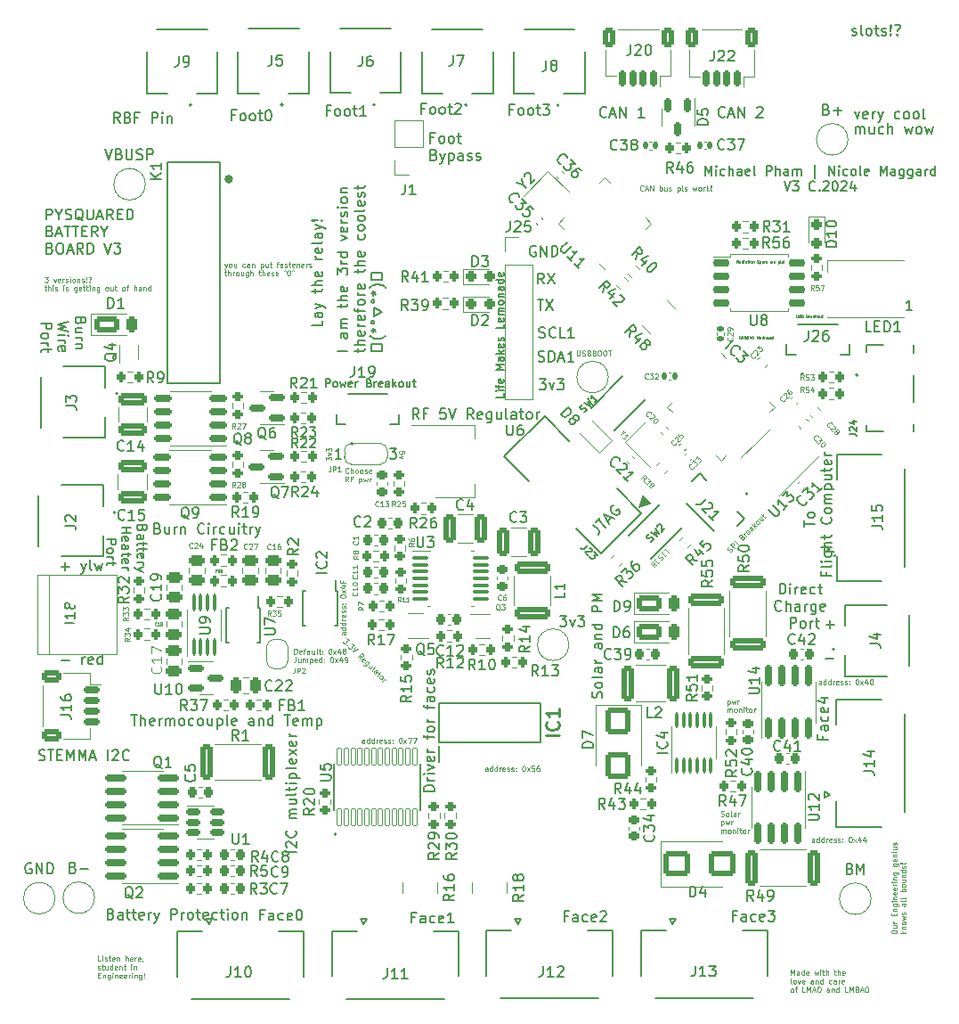
<source format=gbr>
%TF.GenerationSoftware,KiCad,Pcbnew,7.0.1*%
%TF.CreationDate,2023-12-10T19:02:08-07:00*%
%TF.ProjectId,Battery_Board_V3,42617474-6572-4795-9f42-6f6172645f56,rev?*%
%TF.SameCoordinates,Original*%
%TF.FileFunction,Legend,Top*%
%TF.FilePolarity,Positive*%
%FSLAX46Y46*%
G04 Gerber Fmt 4.6, Leading zero omitted, Abs format (unit mm)*
G04 Created by KiCad (PCBNEW 7.0.1) date 2023-12-10 19:02:08*
%MOMM*%
%LPD*%
G01*
G04 APERTURE LIST*
G04 Aperture macros list*
%AMRoundRect*
0 Rectangle with rounded corners*
0 $1 Rounding radius*
0 $2 $3 $4 $5 $6 $7 $8 $9 X,Y pos of 4 corners*
0 Add a 4 corners polygon primitive as box body*
4,1,4,$2,$3,$4,$5,$6,$7,$8,$9,$2,$3,0*
0 Add four circle primitives for the rounded corners*
1,1,$1+$1,$2,$3*
1,1,$1+$1,$4,$5*
1,1,$1+$1,$6,$7*
1,1,$1+$1,$8,$9*
0 Add four rect primitives between the rounded corners*
20,1,$1+$1,$2,$3,$4,$5,0*
20,1,$1+$1,$4,$5,$6,$7,0*
20,1,$1+$1,$6,$7,$8,$9,0*
20,1,$1+$1,$8,$9,$2,$3,0*%
%AMRotRect*
0 Rectangle, with rotation*
0 The origin of the aperture is its center*
0 $1 length*
0 $2 width*
0 $3 Rotation angle, in degrees counterclockwise*
0 Add horizontal line*
21,1,$1,$2,0,0,$3*%
%AMFreePoly0*
4,1,19,0.550000,-0.750000,0.000000,-0.750000,0.000000,-0.744911,-0.071157,-0.744911,-0.207708,-0.704816,-0.327430,-0.627875,-0.420627,-0.520320,-0.479746,-0.390866,-0.500000,-0.250000,-0.500000,0.250000,-0.479746,0.390866,-0.420627,0.520320,-0.327430,0.627875,-0.207708,0.704816,-0.071157,0.744911,0.000000,0.744911,0.000000,0.750000,0.550000,0.750000,0.550000,-0.750000,0.550000,-0.750000,
$1*%
%AMFreePoly1*
4,1,19,0.000000,0.744911,0.071157,0.744911,0.207708,0.704816,0.327430,0.627875,0.420627,0.520320,0.479746,0.390866,0.500000,0.250000,0.500000,-0.250000,0.479746,-0.390866,0.420627,-0.520320,0.327430,-0.627875,0.207708,-0.704816,0.071157,-0.744911,0.000000,-0.744911,0.000000,-0.750000,-0.550000,-0.750000,-0.550000,0.750000,0.000000,0.750000,0.000000,0.744911,0.000000,0.744911,
$1*%
%AMFreePoly2*
4,1,19,0.500000,-0.750000,0.000000,-0.750000,0.000000,-0.744911,-0.071157,-0.744911,-0.207708,-0.704816,-0.327430,-0.627875,-0.420627,-0.520320,-0.479746,-0.390866,-0.500000,-0.250000,-0.500000,0.250000,-0.479746,0.390866,-0.420627,0.520320,-0.327430,0.627875,-0.207708,0.704816,-0.071157,0.744911,0.000000,0.744911,0.000000,0.750000,0.500000,0.750000,0.500000,-0.750000,0.500000,-0.750000,
$1*%
%AMFreePoly3*
4,1,19,0.000000,0.744911,0.071157,0.744911,0.207708,0.704816,0.327430,0.627875,0.420627,0.520320,0.479746,0.390866,0.500000,0.250000,0.500000,-0.250000,0.479746,-0.390866,0.420627,-0.520320,0.327430,-0.627875,0.207708,-0.704816,0.071157,-0.744911,0.000000,-0.744911,0.000000,-0.750000,-0.500000,-0.750000,-0.500000,0.750000,0.000000,0.750000,0.000000,0.744911,0.000000,0.744911,
$1*%
G04 Aperture macros list end*
%ADD10C,0.150000*%
%ADD11C,0.125000*%
%ADD12C,0.100000*%
%ADD13C,0.062500*%
%ADD14C,0.146304*%
%ADD15C,0.254000*%
%ADD16C,0.120000*%
%ADD17C,0.127000*%
%ADD18C,0.200000*%
%ADD19C,0.203200*%
%ADD20C,0.400000*%
%ADD21C,0.010000*%
%ADD22RotRect,0.800000X0.500000X135.000000*%
%ADD23RotRect,0.800000X0.400000X135.000000*%
%ADD24R,0.500000X0.800000*%
%ADD25R,0.400000X0.800000*%
%ADD26RoundRect,0.200000X0.275000X-0.200000X0.275000X0.200000X-0.275000X0.200000X-0.275000X-0.200000X0*%
%ADD27RotRect,0.600000X1.550000X135.000000*%
%ADD28RotRect,1.200000X1.800000X135.000000*%
%ADD29C,5.000000*%
%ADD30RoundRect,0.225000X-0.225000X-0.250000X0.225000X-0.250000X0.225000X0.250000X-0.225000X0.250000X0*%
%ADD31C,2.000000*%
%ADD32R,1.500000X0.900000*%
%ADD33RoundRect,0.150000X0.825000X0.150000X-0.825000X0.150000X-0.825000X-0.150000X0.825000X-0.150000X0*%
%ADD34R,0.650000X0.400000*%
%ADD35RoundRect,0.200000X-0.200000X-0.275000X0.200000X-0.275000X0.200000X0.275000X-0.200000X0.275000X0*%
%ADD36RoundRect,0.150000X0.662500X0.150000X-0.662500X0.150000X-0.662500X-0.150000X0.662500X-0.150000X0*%
%ADD37R,2.514000X3.200000*%
%ADD38RoundRect,0.150000X-0.512500X-0.150000X0.512500X-0.150000X0.512500X0.150000X-0.512500X0.150000X0*%
%ADD39RoundRect,0.140000X-0.021213X0.219203X-0.219203X0.021213X0.021213X-0.219203X0.219203X-0.021213X0*%
%ADD40R,0.600000X1.000000*%
%ADD41R,1.250000X1.800000*%
%ADD42RoundRect,0.140000X-0.219203X-0.021213X-0.021213X-0.219203X0.219203X0.021213X0.021213X0.219203X0*%
%ADD43RoundRect,0.200000X0.200000X0.275000X-0.200000X0.275000X-0.200000X-0.275000X0.200000X-0.275000X0*%
%ADD44RoundRect,0.250000X0.275000X0.500000X-0.275000X0.500000X-0.275000X-0.500000X0.275000X-0.500000X0*%
%ADD45RoundRect,0.250000X0.950000X0.500000X-0.950000X0.500000X-0.950000X-0.500000X0.950000X-0.500000X0*%
%ADD46RoundRect,0.225000X-0.250000X0.225000X-0.250000X-0.225000X0.250000X-0.225000X0.250000X0.225000X0*%
%ADD47RoundRect,0.200000X0.335876X0.053033X0.053033X0.335876X-0.335876X-0.053033X-0.053033X-0.335876X0*%
%ADD48RoundRect,0.225000X0.250000X-0.225000X0.250000X0.225000X-0.250000X0.225000X-0.250000X-0.225000X0*%
%ADD49RoundRect,0.250000X-0.475000X0.250000X-0.475000X-0.250000X0.475000X-0.250000X0.475000X0.250000X0*%
%ADD50RoundRect,0.150000X0.150000X-0.825000X0.150000X0.825000X-0.150000X0.825000X-0.150000X-0.825000X0*%
%ADD51R,2.200000X0.600000*%
%ADD52R,2.150000X3.450000*%
%ADD53RoundRect,0.150000X0.406586X0.618718X-0.618718X-0.406586X-0.406586X-0.618718X0.618718X0.406586X0*%
%ADD54RoundRect,0.050800X0.000000X0.636396X-0.636396X0.000000X0.000000X-0.636396X0.636396X0.000000X0*%
%ADD55RoundRect,0.050800X0.000000X-0.636396X0.636396X0.000000X0.000000X0.636396X-0.636396X0.000000X0*%
%ADD56RoundRect,0.020500X0.184500X-0.764500X0.184500X0.764500X-0.184500X0.764500X-0.184500X-0.764500X0*%
%ADD57RoundRect,0.150000X0.587500X0.150000X-0.587500X0.150000X-0.587500X-0.150000X0.587500X-0.150000X0*%
%ADD58RoundRect,0.250000X0.362500X1.425000X-0.362500X1.425000X-0.362500X-1.425000X0.362500X-1.425000X0*%
%ADD59R,1.700000X1.700000*%
%ADD60O,1.700000X1.700000*%
%ADD61RoundRect,0.150000X0.150000X0.625000X-0.150000X0.625000X-0.150000X-0.625000X0.150000X-0.625000X0*%
%ADD62RoundRect,0.250000X0.350000X0.650000X-0.350000X0.650000X-0.350000X-0.650000X0.350000X-0.650000X0*%
%ADD63C,1.800000*%
%ADD64R,3.000000X3.100000*%
%ADD65RoundRect,0.100000X-0.687500X-0.100000X0.687500X-0.100000X0.687500X0.100000X-0.687500X0.100000X0*%
%ADD66RoundRect,0.200000X0.053033X-0.335876X0.335876X-0.053033X-0.053033X0.335876X-0.335876X0.053033X0*%
%ADD67RoundRect,0.237500X-0.237500X0.287500X-0.237500X-0.287500X0.237500X-0.287500X0.237500X0.287500X0*%
%ADD68RoundRect,0.250000X-0.362500X-1.425000X0.362500X-1.425000X0.362500X1.425000X-0.362500X1.425000X0*%
%ADD69RoundRect,0.250000X-1.000000X-0.900000X1.000000X-0.900000X1.000000X0.900000X-1.000000X0.900000X0*%
%ADD70RoundRect,0.140000X0.219203X0.021213X0.021213X0.219203X-0.219203X-0.021213X-0.021213X-0.219203X0*%
%ADD71RoundRect,0.125000X0.176777X0.000000X0.000000X0.176777X-0.176777X0.000000X0.000000X-0.176777X0*%
%ADD72RoundRect,0.150000X-0.150000X0.512500X-0.150000X-0.512500X0.150000X-0.512500X0.150000X0.512500X0*%
%ADD73RoundRect,0.150000X-0.150000X0.825000X-0.150000X-0.825000X0.150000X-0.825000X0.150000X0.825000X0*%
%ADD74RoundRect,0.200000X-0.053033X0.335876X-0.335876X0.053033X0.053033X-0.335876X0.335876X-0.053033X0*%
%ADD75RoundRect,0.237500X-0.287500X-0.237500X0.287500X-0.237500X0.287500X0.237500X-0.287500X0.237500X0*%
%ADD76R,0.400000X0.510000*%
%ADD77RoundRect,0.250000X-1.425000X0.362500X-1.425000X-0.362500X1.425000X-0.362500X1.425000X0.362500X0*%
%ADD78RoundRect,0.200000X-0.275000X0.200000X-0.275000X-0.200000X0.275000X-0.200000X0.275000X0.200000X0*%
%ADD79RoundRect,0.100000X0.100000X-0.712500X0.100000X0.712500X-0.100000X0.712500X-0.100000X-0.712500X0*%
%ADD80RoundRect,0.250000X0.325000X1.100000X-0.325000X1.100000X-0.325000X-1.100000X0.325000X-1.100000X0*%
%ADD81R,0.450000X1.475000*%
%ADD82RoundRect,0.225000X0.225000X0.250000X-0.225000X0.250000X-0.225000X-0.250000X0.225000X-0.250000X0*%
%ADD83RoundRect,0.150000X-0.650000X-0.150000X0.650000X-0.150000X0.650000X0.150000X-0.650000X0.150000X0*%
%ADD84RoundRect,0.150000X-0.587500X-0.150000X0.587500X-0.150000X0.587500X0.150000X-0.587500X0.150000X0*%
%ADD85RoundRect,0.150000X-0.625000X0.150000X-0.625000X-0.150000X0.625000X-0.150000X0.625000X0.150000X0*%
%ADD86RoundRect,0.250000X-0.650000X0.350000X-0.650000X-0.350000X0.650000X-0.350000X0.650000X0.350000X0*%
%ADD87FreePoly0,0.000000*%
%ADD88R,1.000000X1.500000*%
%ADD89FreePoly1,0.000000*%
%ADD90RoundRect,0.250000X1.100000X-0.325000X1.100000X0.325000X-1.100000X0.325000X-1.100000X-0.325000X0*%
%ADD91RoundRect,0.140000X0.170000X-0.140000X0.170000X0.140000X-0.170000X0.140000X-0.170000X-0.140000X0*%
%ADD92RoundRect,0.250000X1.425000X-0.362500X1.425000X0.362500X-1.425000X0.362500X-1.425000X-0.362500X0*%
%ADD93RoundRect,0.140000X-0.140000X-0.170000X0.140000X-0.170000X0.140000X0.170000X-0.140000X0.170000X0*%
%ADD94R,1.380000X0.450000*%
%ADD95O,2.416000X1.208000*%
%ADD96R,2.100000X1.475000*%
%ADD97R,1.900000X1.375000*%
%ADD98RoundRect,0.250000X-0.900000X1.000000X-0.900000X-1.000000X0.900000X-1.000000X0.900000X1.000000X0*%
%ADD99R,1.000000X0.600000*%
%ADD100R,1.800000X1.250000*%
%ADD101RoundRect,0.140000X0.140000X0.170000X-0.140000X0.170000X-0.140000X-0.170000X0.140000X-0.170000X0*%
%ADD102RoundRect,0.050000X-0.309359X0.238649X0.238649X-0.309359X0.309359X-0.238649X-0.238649X0.309359X0*%
%ADD103RoundRect,0.050000X-0.309359X-0.238649X-0.238649X-0.309359X0.309359X0.238649X0.238649X0.309359X0*%
%ADD104RotRect,3.200000X3.200000X315.000000*%
%ADD105RoundRect,0.250000X0.475000X-0.250000X0.475000X0.250000X-0.475000X0.250000X-0.475000X-0.250000X0*%
%ADD106R,0.250000X1.100000*%
%ADD107RoundRect,0.250000X-0.312500X-1.450000X0.312500X-1.450000X0.312500X1.450000X-0.312500X1.450000X0*%
%ADD108RoundRect,0.075000X0.362392X-0.256326X-0.256326X0.362392X-0.362392X0.256326X0.256326X-0.362392X0*%
%ADD109RoundRect,0.075000X0.362392X0.256326X0.256326X0.362392X-0.362392X-0.256326X-0.256326X-0.362392X0*%
%ADD110RotRect,4.250000X4.250000X135.000000*%
%ADD111C,1.000000*%
%ADD112RoundRect,0.050800X1.187939X0.650538X0.650538X1.187939X-1.187939X-0.650538X-0.650538X-1.187939X0*%
%ADD113R,1.508000X1.508000*%
%ADD114C,1.508000*%
%ADD115R,0.400000X1.100000*%
%ADD116R,0.600000X1.550000*%
%ADD117R,1.200000X1.800000*%
%ADD118RoundRect,0.225000X0.017678X-0.335876X0.335876X-0.017678X-0.017678X0.335876X-0.335876X0.017678X0*%
%ADD119RoundRect,0.225000X-0.335876X-0.017678X-0.017678X-0.335876X0.335876X0.017678X0.017678X0.335876X0*%
%ADD120RoundRect,0.250000X-0.325000X-1.100000X0.325000X-1.100000X0.325000X1.100000X-0.325000X1.100000X0*%
%ADD121RoundRect,0.250000X-1.450000X0.312500X-1.450000X-0.312500X1.450000X-0.312500X1.450000X0.312500X0*%
%ADD122RoundRect,0.100000X0.100000X-0.625000X0.100000X0.625000X-0.100000X0.625000X-0.100000X-0.625000X0*%
%ADD123R,2.850000X1.650000*%
%ADD124RotRect,1.150000X1.000000X315.000000*%
%ADD125RoundRect,0.250000X-0.250000X-0.475000X0.250000X-0.475000X0.250000X0.475000X-0.250000X0.475000X0*%
%ADD126RoundRect,0.140000X0.021213X-0.219203X0.219203X-0.021213X-0.021213X0.219203X-0.219203X0.021213X0*%
%ADD127RotRect,1.150000X1.000000X225.000000*%
%ADD128FreePoly2,270.000000*%
%ADD129FreePoly3,270.000000*%
%ADD130C,4.770000*%
%ADD131C,5.325000*%
%ADD132C,3.570000*%
%ADD133C,1.980000*%
G04 APERTURE END LIST*
D10*
X179127142Y-126318809D02*
X178793809Y-126318809D01*
X178793809Y-126842619D02*
X178793809Y-125842619D01*
X178793809Y-125842619D02*
X179269999Y-125842619D01*
X180079523Y-126842619D02*
X180079523Y-126318809D01*
X180079523Y-126318809D02*
X180031904Y-126223571D01*
X180031904Y-126223571D02*
X179936666Y-126175952D01*
X179936666Y-126175952D02*
X179746190Y-126175952D01*
X179746190Y-126175952D02*
X179650952Y-126223571D01*
X180079523Y-126795000D02*
X179984285Y-126842619D01*
X179984285Y-126842619D02*
X179746190Y-126842619D01*
X179746190Y-126842619D02*
X179650952Y-126795000D01*
X179650952Y-126795000D02*
X179603333Y-126699761D01*
X179603333Y-126699761D02*
X179603333Y-126604523D01*
X179603333Y-126604523D02*
X179650952Y-126509285D01*
X179650952Y-126509285D02*
X179746190Y-126461666D01*
X179746190Y-126461666D02*
X179984285Y-126461666D01*
X179984285Y-126461666D02*
X180079523Y-126414047D01*
X180984285Y-126795000D02*
X180889047Y-126842619D01*
X180889047Y-126842619D02*
X180698571Y-126842619D01*
X180698571Y-126842619D02*
X180603333Y-126795000D01*
X180603333Y-126795000D02*
X180555714Y-126747380D01*
X180555714Y-126747380D02*
X180508095Y-126652142D01*
X180508095Y-126652142D02*
X180508095Y-126366428D01*
X180508095Y-126366428D02*
X180555714Y-126271190D01*
X180555714Y-126271190D02*
X180603333Y-126223571D01*
X180603333Y-126223571D02*
X180698571Y-126175952D01*
X180698571Y-126175952D02*
X180889047Y-126175952D01*
X180889047Y-126175952D02*
X180984285Y-126223571D01*
X181793809Y-126795000D02*
X181698571Y-126842619D01*
X181698571Y-126842619D02*
X181508095Y-126842619D01*
X181508095Y-126842619D02*
X181412857Y-126795000D01*
X181412857Y-126795000D02*
X181365238Y-126699761D01*
X181365238Y-126699761D02*
X181365238Y-126318809D01*
X181365238Y-126318809D02*
X181412857Y-126223571D01*
X181412857Y-126223571D02*
X181508095Y-126175952D01*
X181508095Y-126175952D02*
X181698571Y-126175952D01*
X181698571Y-126175952D02*
X181793809Y-126223571D01*
X181793809Y-126223571D02*
X181841428Y-126318809D01*
X181841428Y-126318809D02*
X181841428Y-126414047D01*
X181841428Y-126414047D02*
X181365238Y-126509285D01*
X182174762Y-125842619D02*
X182793809Y-125842619D01*
X182793809Y-125842619D02*
X182460476Y-126223571D01*
X182460476Y-126223571D02*
X182603333Y-126223571D01*
X182603333Y-126223571D02*
X182698571Y-126271190D01*
X182698571Y-126271190D02*
X182746190Y-126318809D01*
X182746190Y-126318809D02*
X182793809Y-126414047D01*
X182793809Y-126414047D02*
X182793809Y-126652142D01*
X182793809Y-126652142D02*
X182746190Y-126747380D01*
X182746190Y-126747380D02*
X182698571Y-126795000D01*
X182698571Y-126795000D02*
X182603333Y-126842619D01*
X182603333Y-126842619D02*
X182317619Y-126842619D01*
X182317619Y-126842619D02*
X182222381Y-126795000D01*
X182222381Y-126795000D02*
X182174762Y-126747380D01*
X160061904Y-62735238D02*
X159966666Y-62687619D01*
X159966666Y-62687619D02*
X159823809Y-62687619D01*
X159823809Y-62687619D02*
X159680952Y-62735238D01*
X159680952Y-62735238D02*
X159585714Y-62830476D01*
X159585714Y-62830476D02*
X159538095Y-62925714D01*
X159538095Y-62925714D02*
X159490476Y-63116190D01*
X159490476Y-63116190D02*
X159490476Y-63259047D01*
X159490476Y-63259047D02*
X159538095Y-63449523D01*
X159538095Y-63449523D02*
X159585714Y-63544761D01*
X159585714Y-63544761D02*
X159680952Y-63640000D01*
X159680952Y-63640000D02*
X159823809Y-63687619D01*
X159823809Y-63687619D02*
X159919047Y-63687619D01*
X159919047Y-63687619D02*
X160061904Y-63640000D01*
X160061904Y-63640000D02*
X160109523Y-63592380D01*
X160109523Y-63592380D02*
X160109523Y-63259047D01*
X160109523Y-63259047D02*
X159919047Y-63259047D01*
X160538095Y-63687619D02*
X160538095Y-62687619D01*
X160538095Y-62687619D02*
X161109523Y-63687619D01*
X161109523Y-63687619D02*
X161109523Y-62687619D01*
X161585714Y-63687619D02*
X161585714Y-62687619D01*
X161585714Y-62687619D02*
X161823809Y-62687619D01*
X161823809Y-62687619D02*
X161966666Y-62735238D01*
X161966666Y-62735238D02*
X162061904Y-62830476D01*
X162061904Y-62830476D02*
X162109523Y-62925714D01*
X162109523Y-62925714D02*
X162157142Y-63116190D01*
X162157142Y-63116190D02*
X162157142Y-63259047D01*
X162157142Y-63259047D02*
X162109523Y-63449523D01*
X162109523Y-63449523D02*
X162061904Y-63544761D01*
X162061904Y-63544761D02*
X161966666Y-63640000D01*
X161966666Y-63640000D02*
X161823809Y-63687619D01*
X161823809Y-63687619D02*
X161585714Y-63687619D01*
X190392857Y-49960952D02*
X190630952Y-50627619D01*
X190630952Y-50627619D02*
X190869047Y-49960952D01*
X191630952Y-50580000D02*
X191535714Y-50627619D01*
X191535714Y-50627619D02*
X191345238Y-50627619D01*
X191345238Y-50627619D02*
X191250000Y-50580000D01*
X191250000Y-50580000D02*
X191202381Y-50484761D01*
X191202381Y-50484761D02*
X191202381Y-50103809D01*
X191202381Y-50103809D02*
X191250000Y-50008571D01*
X191250000Y-50008571D02*
X191345238Y-49960952D01*
X191345238Y-49960952D02*
X191535714Y-49960952D01*
X191535714Y-49960952D02*
X191630952Y-50008571D01*
X191630952Y-50008571D02*
X191678571Y-50103809D01*
X191678571Y-50103809D02*
X191678571Y-50199047D01*
X191678571Y-50199047D02*
X191202381Y-50294285D01*
X192107143Y-50627619D02*
X192107143Y-49960952D01*
X192107143Y-50151428D02*
X192154762Y-50056190D01*
X192154762Y-50056190D02*
X192202381Y-50008571D01*
X192202381Y-50008571D02*
X192297619Y-49960952D01*
X192297619Y-49960952D02*
X192392857Y-49960952D01*
X192630953Y-49960952D02*
X192869048Y-50627619D01*
X193107143Y-49960952D02*
X192869048Y-50627619D01*
X192869048Y-50627619D02*
X192773810Y-50865714D01*
X192773810Y-50865714D02*
X192726191Y-50913333D01*
X192726191Y-50913333D02*
X192630953Y-50960952D01*
X194678572Y-50580000D02*
X194583334Y-50627619D01*
X194583334Y-50627619D02*
X194392858Y-50627619D01*
X194392858Y-50627619D02*
X194297620Y-50580000D01*
X194297620Y-50580000D02*
X194250001Y-50532380D01*
X194250001Y-50532380D02*
X194202382Y-50437142D01*
X194202382Y-50437142D02*
X194202382Y-50151428D01*
X194202382Y-50151428D02*
X194250001Y-50056190D01*
X194250001Y-50056190D02*
X194297620Y-50008571D01*
X194297620Y-50008571D02*
X194392858Y-49960952D01*
X194392858Y-49960952D02*
X194583334Y-49960952D01*
X194583334Y-49960952D02*
X194678572Y-50008571D01*
X195250001Y-50627619D02*
X195154763Y-50580000D01*
X195154763Y-50580000D02*
X195107144Y-50532380D01*
X195107144Y-50532380D02*
X195059525Y-50437142D01*
X195059525Y-50437142D02*
X195059525Y-50151428D01*
X195059525Y-50151428D02*
X195107144Y-50056190D01*
X195107144Y-50056190D02*
X195154763Y-50008571D01*
X195154763Y-50008571D02*
X195250001Y-49960952D01*
X195250001Y-49960952D02*
X195392858Y-49960952D01*
X195392858Y-49960952D02*
X195488096Y-50008571D01*
X195488096Y-50008571D02*
X195535715Y-50056190D01*
X195535715Y-50056190D02*
X195583334Y-50151428D01*
X195583334Y-50151428D02*
X195583334Y-50437142D01*
X195583334Y-50437142D02*
X195535715Y-50532380D01*
X195535715Y-50532380D02*
X195488096Y-50580000D01*
X195488096Y-50580000D02*
X195392858Y-50627619D01*
X195392858Y-50627619D02*
X195250001Y-50627619D01*
X196154763Y-50627619D02*
X196059525Y-50580000D01*
X196059525Y-50580000D02*
X196011906Y-50532380D01*
X196011906Y-50532380D02*
X195964287Y-50437142D01*
X195964287Y-50437142D02*
X195964287Y-50151428D01*
X195964287Y-50151428D02*
X196011906Y-50056190D01*
X196011906Y-50056190D02*
X196059525Y-50008571D01*
X196059525Y-50008571D02*
X196154763Y-49960952D01*
X196154763Y-49960952D02*
X196297620Y-49960952D01*
X196297620Y-49960952D02*
X196392858Y-50008571D01*
X196392858Y-50008571D02*
X196440477Y-50056190D01*
X196440477Y-50056190D02*
X196488096Y-50151428D01*
X196488096Y-50151428D02*
X196488096Y-50437142D01*
X196488096Y-50437142D02*
X196440477Y-50532380D01*
X196440477Y-50532380D02*
X196392858Y-50580000D01*
X196392858Y-50580000D02*
X196297620Y-50627619D01*
X196297620Y-50627619D02*
X196154763Y-50627619D01*
X197059525Y-50627619D02*
X196964287Y-50580000D01*
X196964287Y-50580000D02*
X196916668Y-50484761D01*
X196916668Y-50484761D02*
X196916668Y-49627619D01*
X187658095Y-98656666D02*
X188420000Y-98656666D01*
X188039047Y-99037619D02*
X188039047Y-98275714D01*
X166789523Y-50392380D02*
X166741904Y-50440000D01*
X166741904Y-50440000D02*
X166599047Y-50487619D01*
X166599047Y-50487619D02*
X166503809Y-50487619D01*
X166503809Y-50487619D02*
X166360952Y-50440000D01*
X166360952Y-50440000D02*
X166265714Y-50344761D01*
X166265714Y-50344761D02*
X166218095Y-50249523D01*
X166218095Y-50249523D02*
X166170476Y-50059047D01*
X166170476Y-50059047D02*
X166170476Y-49916190D01*
X166170476Y-49916190D02*
X166218095Y-49725714D01*
X166218095Y-49725714D02*
X166265714Y-49630476D01*
X166265714Y-49630476D02*
X166360952Y-49535238D01*
X166360952Y-49535238D02*
X166503809Y-49487619D01*
X166503809Y-49487619D02*
X166599047Y-49487619D01*
X166599047Y-49487619D02*
X166741904Y-49535238D01*
X166741904Y-49535238D02*
X166789523Y-49582857D01*
X167170476Y-50201904D02*
X167646666Y-50201904D01*
X167075238Y-50487619D02*
X167408571Y-49487619D01*
X167408571Y-49487619D02*
X167741904Y-50487619D01*
X168075238Y-50487619D02*
X168075238Y-49487619D01*
X168075238Y-49487619D02*
X168646666Y-50487619D01*
X168646666Y-50487619D02*
X168646666Y-49487619D01*
X170408571Y-50487619D02*
X169837143Y-50487619D01*
X170122857Y-50487619D02*
X170122857Y-49487619D01*
X170122857Y-49487619D02*
X170027619Y-49630476D01*
X170027619Y-49630476D02*
X169932381Y-49725714D01*
X169932381Y-49725714D02*
X169837143Y-49773333D01*
X160859523Y-66297619D02*
X160526190Y-65821428D01*
X160288095Y-66297619D02*
X160288095Y-65297619D01*
X160288095Y-65297619D02*
X160669047Y-65297619D01*
X160669047Y-65297619D02*
X160764285Y-65345238D01*
X160764285Y-65345238D02*
X160811904Y-65392857D01*
X160811904Y-65392857D02*
X160859523Y-65488095D01*
X160859523Y-65488095D02*
X160859523Y-65630952D01*
X160859523Y-65630952D02*
X160811904Y-65726190D01*
X160811904Y-65726190D02*
X160764285Y-65773809D01*
X160764285Y-65773809D02*
X160669047Y-65821428D01*
X160669047Y-65821428D02*
X160288095Y-65821428D01*
X161192857Y-65297619D02*
X161859523Y-66297619D01*
X161859523Y-65297619D02*
X161192857Y-66297619D01*
X112820476Y-111530000D02*
X112963333Y-111577619D01*
X112963333Y-111577619D02*
X113201428Y-111577619D01*
X113201428Y-111577619D02*
X113296666Y-111530000D01*
X113296666Y-111530000D02*
X113344285Y-111482380D01*
X113344285Y-111482380D02*
X113391904Y-111387142D01*
X113391904Y-111387142D02*
X113391904Y-111291904D01*
X113391904Y-111291904D02*
X113344285Y-111196666D01*
X113344285Y-111196666D02*
X113296666Y-111149047D01*
X113296666Y-111149047D02*
X113201428Y-111101428D01*
X113201428Y-111101428D02*
X113010952Y-111053809D01*
X113010952Y-111053809D02*
X112915714Y-111006190D01*
X112915714Y-111006190D02*
X112868095Y-110958571D01*
X112868095Y-110958571D02*
X112820476Y-110863333D01*
X112820476Y-110863333D02*
X112820476Y-110768095D01*
X112820476Y-110768095D02*
X112868095Y-110672857D01*
X112868095Y-110672857D02*
X112915714Y-110625238D01*
X112915714Y-110625238D02*
X113010952Y-110577619D01*
X113010952Y-110577619D02*
X113249047Y-110577619D01*
X113249047Y-110577619D02*
X113391904Y-110625238D01*
X113677619Y-110577619D02*
X114249047Y-110577619D01*
X113963333Y-111577619D02*
X113963333Y-110577619D01*
X114582381Y-111053809D02*
X114915714Y-111053809D01*
X115058571Y-111577619D02*
X114582381Y-111577619D01*
X114582381Y-111577619D02*
X114582381Y-110577619D01*
X114582381Y-110577619D02*
X115058571Y-110577619D01*
X115487143Y-111577619D02*
X115487143Y-110577619D01*
X115487143Y-110577619D02*
X115820476Y-111291904D01*
X115820476Y-111291904D02*
X116153809Y-110577619D01*
X116153809Y-110577619D02*
X116153809Y-111577619D01*
X116630000Y-111577619D02*
X116630000Y-110577619D01*
X116630000Y-110577619D02*
X116963333Y-111291904D01*
X116963333Y-111291904D02*
X117296666Y-110577619D01*
X117296666Y-110577619D02*
X117296666Y-111577619D01*
X117725238Y-111291904D02*
X118201428Y-111291904D01*
X117630000Y-111577619D02*
X117963333Y-110577619D01*
X117963333Y-110577619D02*
X118296666Y-111577619D01*
X119391905Y-111577619D02*
X119391905Y-110577619D01*
X119820476Y-110672857D02*
X119868095Y-110625238D01*
X119868095Y-110625238D02*
X119963333Y-110577619D01*
X119963333Y-110577619D02*
X120201428Y-110577619D01*
X120201428Y-110577619D02*
X120296666Y-110625238D01*
X120296666Y-110625238D02*
X120344285Y-110672857D01*
X120344285Y-110672857D02*
X120391904Y-110768095D01*
X120391904Y-110768095D02*
X120391904Y-110863333D01*
X120391904Y-110863333D02*
X120344285Y-111006190D01*
X120344285Y-111006190D02*
X119772857Y-111577619D01*
X119772857Y-111577619D02*
X120391904Y-111577619D01*
X121391904Y-111482380D02*
X121344285Y-111530000D01*
X121344285Y-111530000D02*
X121201428Y-111577619D01*
X121201428Y-111577619D02*
X121106190Y-111577619D01*
X121106190Y-111577619D02*
X120963333Y-111530000D01*
X120963333Y-111530000D02*
X120868095Y-111434761D01*
X120868095Y-111434761D02*
X120820476Y-111339523D01*
X120820476Y-111339523D02*
X120772857Y-111149047D01*
X120772857Y-111149047D02*
X120772857Y-111006190D01*
X120772857Y-111006190D02*
X120820476Y-110815714D01*
X120820476Y-110815714D02*
X120868095Y-110720476D01*
X120868095Y-110720476D02*
X120963333Y-110625238D01*
X120963333Y-110625238D02*
X121106190Y-110577619D01*
X121106190Y-110577619D02*
X121201428Y-110577619D01*
X121201428Y-110577619D02*
X121344285Y-110625238D01*
X121344285Y-110625238D02*
X121391904Y-110672857D01*
X160245238Y-67767619D02*
X160816666Y-67767619D01*
X160530952Y-68767619D02*
X160530952Y-67767619D01*
X161054762Y-67767619D02*
X161721428Y-68767619D01*
X161721428Y-67767619D02*
X161054762Y-68767619D01*
D11*
X178567239Y-91772552D02*
X178634582Y-91738880D01*
X178634582Y-91738880D02*
X178718762Y-91654701D01*
X178718762Y-91654701D02*
X178735598Y-91604193D01*
X178735598Y-91604193D02*
X178735598Y-91570521D01*
X178735598Y-91570521D02*
X178718762Y-91520014D01*
X178718762Y-91520014D02*
X178685090Y-91486342D01*
X178685090Y-91486342D02*
X178634582Y-91469506D01*
X178634582Y-91469506D02*
X178600911Y-91469506D01*
X178600911Y-91469506D02*
X178550403Y-91486342D01*
X178550403Y-91486342D02*
X178466224Y-91536850D01*
X178466224Y-91536850D02*
X178415716Y-91553686D01*
X178415716Y-91553686D02*
X178382044Y-91553686D01*
X178382044Y-91553686D02*
X178331537Y-91536850D01*
X178331537Y-91536850D02*
X178297865Y-91503178D01*
X178297865Y-91503178D02*
X178281029Y-91452670D01*
X178281029Y-91452670D02*
X178281029Y-91418999D01*
X178281029Y-91418999D02*
X178297865Y-91368491D01*
X178297865Y-91368491D02*
X178382044Y-91284312D01*
X178382044Y-91284312D02*
X178449388Y-91250640D01*
X178937628Y-91435835D02*
X178584074Y-91082281D01*
X178584074Y-91082281D02*
X178718761Y-90947594D01*
X178718761Y-90947594D02*
X178769269Y-90930758D01*
X178769269Y-90930758D02*
X178802941Y-90930758D01*
X178802941Y-90930758D02*
X178853448Y-90947594D01*
X178853448Y-90947594D02*
X178903956Y-90998102D01*
X178903956Y-90998102D02*
X178920792Y-91048610D01*
X178920792Y-91048610D02*
X178920792Y-91082281D01*
X178920792Y-91082281D02*
X178903956Y-91132789D01*
X178903956Y-91132789D02*
X178769269Y-91267476D01*
X179291181Y-91082281D02*
X178937628Y-90728728D01*
X179661570Y-90341503D02*
X179728914Y-90307832D01*
X179728914Y-90307832D02*
X179762585Y-90307832D01*
X179762585Y-90307832D02*
X179813093Y-90324667D01*
X179813093Y-90324667D02*
X179863601Y-90375175D01*
X179863601Y-90375175D02*
X179880436Y-90425683D01*
X179880436Y-90425683D02*
X179880436Y-90459354D01*
X179880436Y-90459354D02*
X179863601Y-90509862D01*
X179863601Y-90509862D02*
X179728914Y-90644549D01*
X179728914Y-90644549D02*
X179375360Y-90290996D01*
X179375360Y-90290996D02*
X179493211Y-90173144D01*
X179493211Y-90173144D02*
X179543719Y-90156309D01*
X179543719Y-90156309D02*
X179577391Y-90156309D01*
X179577391Y-90156309D02*
X179627898Y-90173144D01*
X179627898Y-90173144D02*
X179661570Y-90206816D01*
X179661570Y-90206816D02*
X179678406Y-90257324D01*
X179678406Y-90257324D02*
X179678406Y-90290996D01*
X179678406Y-90290996D02*
X179661570Y-90341503D01*
X179661570Y-90341503D02*
X179543719Y-90459354D01*
X180082467Y-90290996D02*
X179846765Y-90055293D01*
X179914108Y-90122637D02*
X179897272Y-90072129D01*
X179897272Y-90072129D02*
X179897272Y-90038457D01*
X179897272Y-90038457D02*
X179914108Y-89987950D01*
X179914108Y-89987950D02*
X179947780Y-89954278D01*
X180419185Y-89920606D02*
X180402349Y-89971114D01*
X180402349Y-89971114D02*
X180335005Y-90038457D01*
X180335005Y-90038457D02*
X180284498Y-90055293D01*
X180284498Y-90055293D02*
X180233990Y-90038457D01*
X180233990Y-90038457D02*
X180099303Y-89903770D01*
X180099303Y-89903770D02*
X180082467Y-89853263D01*
X180082467Y-89853263D02*
X180099303Y-89802755D01*
X180099303Y-89802755D02*
X180166646Y-89735412D01*
X180166646Y-89735412D02*
X180217154Y-89718576D01*
X180217154Y-89718576D02*
X180267662Y-89735412D01*
X180267662Y-89735412D02*
X180301333Y-89769083D01*
X180301333Y-89769083D02*
X180166646Y-89971114D01*
X180755902Y-89617561D02*
X180570707Y-89432366D01*
X180570707Y-89432366D02*
X180520200Y-89415530D01*
X180520200Y-89415530D02*
X180469692Y-89432366D01*
X180469692Y-89432366D02*
X180402348Y-89499710D01*
X180402348Y-89499710D02*
X180385513Y-89550217D01*
X180739066Y-89600725D02*
X180722230Y-89651233D01*
X180722230Y-89651233D02*
X180638051Y-89735412D01*
X180638051Y-89735412D02*
X180587543Y-89752248D01*
X180587543Y-89752248D02*
X180537035Y-89735412D01*
X180537035Y-89735412D02*
X180503364Y-89701740D01*
X180503364Y-89701740D02*
X180486528Y-89651233D01*
X180486528Y-89651233D02*
X180503364Y-89600725D01*
X180503364Y-89600725D02*
X180587543Y-89516546D01*
X180587543Y-89516546D02*
X180604379Y-89466038D01*
X180924261Y-89449202D02*
X180570707Y-89095649D01*
X180823245Y-89280843D02*
X181058948Y-89314515D01*
X180823245Y-89078813D02*
X180823245Y-89348187D01*
X181260978Y-89112484D02*
X181210471Y-89129320D01*
X181210471Y-89129320D02*
X181176799Y-89129320D01*
X181176799Y-89129320D02*
X181126291Y-89112484D01*
X181126291Y-89112484D02*
X181025276Y-89011469D01*
X181025276Y-89011469D02*
X181008440Y-88960962D01*
X181008440Y-88960962D02*
X181008440Y-88927290D01*
X181008440Y-88927290D02*
X181025276Y-88876782D01*
X181025276Y-88876782D02*
X181075784Y-88826275D01*
X181075784Y-88826275D02*
X181126291Y-88809439D01*
X181126291Y-88809439D02*
X181159963Y-88809439D01*
X181159963Y-88809439D02*
X181210471Y-88826275D01*
X181210471Y-88826275D02*
X181311486Y-88927290D01*
X181311486Y-88927290D02*
X181328322Y-88977797D01*
X181328322Y-88977797D02*
X181328322Y-89011469D01*
X181328322Y-89011469D02*
X181311486Y-89061977D01*
X181311486Y-89061977D02*
X181260978Y-89112484D01*
X181446173Y-88455885D02*
X181681875Y-88691587D01*
X181294650Y-88607408D02*
X181479845Y-88792603D01*
X181479845Y-88792603D02*
X181530352Y-88809439D01*
X181530352Y-88809439D02*
X181580860Y-88792603D01*
X181580860Y-88792603D02*
X181631368Y-88742095D01*
X181631368Y-88742095D02*
X181648203Y-88691587D01*
X181648203Y-88691587D02*
X181648203Y-88657916D01*
X181564024Y-88338034D02*
X181698711Y-88203347D01*
X181496681Y-88169675D02*
X181799726Y-88472721D01*
X181799726Y-88472721D02*
X181850234Y-88489557D01*
X181850234Y-88489557D02*
X181900742Y-88472721D01*
X181900742Y-88472721D02*
X181934413Y-88439049D01*
D10*
X166345000Y-105632381D02*
X166392619Y-105489524D01*
X166392619Y-105489524D02*
X166392619Y-105251429D01*
X166392619Y-105251429D02*
X166345000Y-105156191D01*
X166345000Y-105156191D02*
X166297380Y-105108572D01*
X166297380Y-105108572D02*
X166202142Y-105060953D01*
X166202142Y-105060953D02*
X166106904Y-105060953D01*
X166106904Y-105060953D02*
X166011666Y-105108572D01*
X166011666Y-105108572D02*
X165964047Y-105156191D01*
X165964047Y-105156191D02*
X165916428Y-105251429D01*
X165916428Y-105251429D02*
X165868809Y-105441905D01*
X165868809Y-105441905D02*
X165821190Y-105537143D01*
X165821190Y-105537143D02*
X165773571Y-105584762D01*
X165773571Y-105584762D02*
X165678333Y-105632381D01*
X165678333Y-105632381D02*
X165583095Y-105632381D01*
X165583095Y-105632381D02*
X165487857Y-105584762D01*
X165487857Y-105584762D02*
X165440238Y-105537143D01*
X165440238Y-105537143D02*
X165392619Y-105441905D01*
X165392619Y-105441905D02*
X165392619Y-105203810D01*
X165392619Y-105203810D02*
X165440238Y-105060953D01*
X166392619Y-104489524D02*
X166345000Y-104584762D01*
X166345000Y-104584762D02*
X166297380Y-104632381D01*
X166297380Y-104632381D02*
X166202142Y-104680000D01*
X166202142Y-104680000D02*
X165916428Y-104680000D01*
X165916428Y-104680000D02*
X165821190Y-104632381D01*
X165821190Y-104632381D02*
X165773571Y-104584762D01*
X165773571Y-104584762D02*
X165725952Y-104489524D01*
X165725952Y-104489524D02*
X165725952Y-104346667D01*
X165725952Y-104346667D02*
X165773571Y-104251429D01*
X165773571Y-104251429D02*
X165821190Y-104203810D01*
X165821190Y-104203810D02*
X165916428Y-104156191D01*
X165916428Y-104156191D02*
X166202142Y-104156191D01*
X166202142Y-104156191D02*
X166297380Y-104203810D01*
X166297380Y-104203810D02*
X166345000Y-104251429D01*
X166345000Y-104251429D02*
X166392619Y-104346667D01*
X166392619Y-104346667D02*
X166392619Y-104489524D01*
X166392619Y-103584762D02*
X166345000Y-103680000D01*
X166345000Y-103680000D02*
X166249761Y-103727619D01*
X166249761Y-103727619D02*
X165392619Y-103727619D01*
X166392619Y-102775238D02*
X165868809Y-102775238D01*
X165868809Y-102775238D02*
X165773571Y-102822857D01*
X165773571Y-102822857D02*
X165725952Y-102918095D01*
X165725952Y-102918095D02*
X165725952Y-103108571D01*
X165725952Y-103108571D02*
X165773571Y-103203809D01*
X166345000Y-102775238D02*
X166392619Y-102870476D01*
X166392619Y-102870476D02*
X166392619Y-103108571D01*
X166392619Y-103108571D02*
X166345000Y-103203809D01*
X166345000Y-103203809D02*
X166249761Y-103251428D01*
X166249761Y-103251428D02*
X166154523Y-103251428D01*
X166154523Y-103251428D02*
X166059285Y-103203809D01*
X166059285Y-103203809D02*
X166011666Y-103108571D01*
X166011666Y-103108571D02*
X166011666Y-102870476D01*
X166011666Y-102870476D02*
X165964047Y-102775238D01*
X166392619Y-102299047D02*
X165725952Y-102299047D01*
X165916428Y-102299047D02*
X165821190Y-102251428D01*
X165821190Y-102251428D02*
X165773571Y-102203809D01*
X165773571Y-102203809D02*
X165725952Y-102108571D01*
X165725952Y-102108571D02*
X165725952Y-102013333D01*
X166392619Y-100489523D02*
X165868809Y-100489523D01*
X165868809Y-100489523D02*
X165773571Y-100537142D01*
X165773571Y-100537142D02*
X165725952Y-100632380D01*
X165725952Y-100632380D02*
X165725952Y-100822856D01*
X165725952Y-100822856D02*
X165773571Y-100918094D01*
X166345000Y-100489523D02*
X166392619Y-100584761D01*
X166392619Y-100584761D02*
X166392619Y-100822856D01*
X166392619Y-100822856D02*
X166345000Y-100918094D01*
X166345000Y-100918094D02*
X166249761Y-100965713D01*
X166249761Y-100965713D02*
X166154523Y-100965713D01*
X166154523Y-100965713D02*
X166059285Y-100918094D01*
X166059285Y-100918094D02*
X166011666Y-100822856D01*
X166011666Y-100822856D02*
X166011666Y-100584761D01*
X166011666Y-100584761D02*
X165964047Y-100489523D01*
X165725952Y-100013332D02*
X166392619Y-100013332D01*
X165821190Y-100013332D02*
X165773571Y-99965713D01*
X165773571Y-99965713D02*
X165725952Y-99870475D01*
X165725952Y-99870475D02*
X165725952Y-99727618D01*
X165725952Y-99727618D02*
X165773571Y-99632380D01*
X165773571Y-99632380D02*
X165868809Y-99584761D01*
X165868809Y-99584761D02*
X166392619Y-99584761D01*
X166392619Y-98679999D02*
X165392619Y-98679999D01*
X166345000Y-98679999D02*
X166392619Y-98775237D01*
X166392619Y-98775237D02*
X166392619Y-98965713D01*
X166392619Y-98965713D02*
X166345000Y-99060951D01*
X166345000Y-99060951D02*
X166297380Y-99108570D01*
X166297380Y-99108570D02*
X166202142Y-99156189D01*
X166202142Y-99156189D02*
X165916428Y-99156189D01*
X165916428Y-99156189D02*
X165821190Y-99108570D01*
X165821190Y-99108570D02*
X165773571Y-99060951D01*
X165773571Y-99060951D02*
X165725952Y-98965713D01*
X165725952Y-98965713D02*
X165725952Y-98775237D01*
X165725952Y-98775237D02*
X165773571Y-98679999D01*
X166392619Y-97441903D02*
X165392619Y-97441903D01*
X165392619Y-97441903D02*
X165392619Y-97060951D01*
X165392619Y-97060951D02*
X165440238Y-96965713D01*
X165440238Y-96965713D02*
X165487857Y-96918094D01*
X165487857Y-96918094D02*
X165583095Y-96870475D01*
X165583095Y-96870475D02*
X165725952Y-96870475D01*
X165725952Y-96870475D02*
X165821190Y-96918094D01*
X165821190Y-96918094D02*
X165868809Y-96965713D01*
X165868809Y-96965713D02*
X165916428Y-97060951D01*
X165916428Y-97060951D02*
X165916428Y-97441903D01*
X166392619Y-96441903D02*
X165392619Y-96441903D01*
X165392619Y-96441903D02*
X166106904Y-96108570D01*
X166106904Y-96108570D02*
X165392619Y-95775237D01*
X165392619Y-95775237D02*
X166392619Y-95775237D01*
D11*
X187203333Y-104358809D02*
X187203333Y-104096904D01*
X187203333Y-104096904D02*
X187179523Y-104049285D01*
X187179523Y-104049285D02*
X187131904Y-104025476D01*
X187131904Y-104025476D02*
X187036666Y-104025476D01*
X187036666Y-104025476D02*
X186989047Y-104049285D01*
X187203333Y-104335000D02*
X187155714Y-104358809D01*
X187155714Y-104358809D02*
X187036666Y-104358809D01*
X187036666Y-104358809D02*
X186989047Y-104335000D01*
X186989047Y-104335000D02*
X186965238Y-104287380D01*
X186965238Y-104287380D02*
X186965238Y-104239761D01*
X186965238Y-104239761D02*
X186989047Y-104192142D01*
X186989047Y-104192142D02*
X187036666Y-104168333D01*
X187036666Y-104168333D02*
X187155714Y-104168333D01*
X187155714Y-104168333D02*
X187203333Y-104144523D01*
X187655714Y-104358809D02*
X187655714Y-103858809D01*
X187655714Y-104335000D02*
X187608095Y-104358809D01*
X187608095Y-104358809D02*
X187512857Y-104358809D01*
X187512857Y-104358809D02*
X187465238Y-104335000D01*
X187465238Y-104335000D02*
X187441428Y-104311190D01*
X187441428Y-104311190D02*
X187417619Y-104263571D01*
X187417619Y-104263571D02*
X187417619Y-104120714D01*
X187417619Y-104120714D02*
X187441428Y-104073095D01*
X187441428Y-104073095D02*
X187465238Y-104049285D01*
X187465238Y-104049285D02*
X187512857Y-104025476D01*
X187512857Y-104025476D02*
X187608095Y-104025476D01*
X187608095Y-104025476D02*
X187655714Y-104049285D01*
X188108095Y-104358809D02*
X188108095Y-103858809D01*
X188108095Y-104335000D02*
X188060476Y-104358809D01*
X188060476Y-104358809D02*
X187965238Y-104358809D01*
X187965238Y-104358809D02*
X187917619Y-104335000D01*
X187917619Y-104335000D02*
X187893809Y-104311190D01*
X187893809Y-104311190D02*
X187870000Y-104263571D01*
X187870000Y-104263571D02*
X187870000Y-104120714D01*
X187870000Y-104120714D02*
X187893809Y-104073095D01*
X187893809Y-104073095D02*
X187917619Y-104049285D01*
X187917619Y-104049285D02*
X187965238Y-104025476D01*
X187965238Y-104025476D02*
X188060476Y-104025476D01*
X188060476Y-104025476D02*
X188108095Y-104049285D01*
X188346190Y-104358809D02*
X188346190Y-104025476D01*
X188346190Y-104120714D02*
X188370000Y-104073095D01*
X188370000Y-104073095D02*
X188393809Y-104049285D01*
X188393809Y-104049285D02*
X188441428Y-104025476D01*
X188441428Y-104025476D02*
X188489047Y-104025476D01*
X188846190Y-104335000D02*
X188798571Y-104358809D01*
X188798571Y-104358809D02*
X188703333Y-104358809D01*
X188703333Y-104358809D02*
X188655714Y-104335000D01*
X188655714Y-104335000D02*
X188631905Y-104287380D01*
X188631905Y-104287380D02*
X188631905Y-104096904D01*
X188631905Y-104096904D02*
X188655714Y-104049285D01*
X188655714Y-104049285D02*
X188703333Y-104025476D01*
X188703333Y-104025476D02*
X188798571Y-104025476D01*
X188798571Y-104025476D02*
X188846190Y-104049285D01*
X188846190Y-104049285D02*
X188870000Y-104096904D01*
X188870000Y-104096904D02*
X188870000Y-104144523D01*
X188870000Y-104144523D02*
X188631905Y-104192142D01*
X189060476Y-104335000D02*
X189108095Y-104358809D01*
X189108095Y-104358809D02*
X189203333Y-104358809D01*
X189203333Y-104358809D02*
X189250952Y-104335000D01*
X189250952Y-104335000D02*
X189274761Y-104287380D01*
X189274761Y-104287380D02*
X189274761Y-104263571D01*
X189274761Y-104263571D02*
X189250952Y-104215952D01*
X189250952Y-104215952D02*
X189203333Y-104192142D01*
X189203333Y-104192142D02*
X189131904Y-104192142D01*
X189131904Y-104192142D02*
X189084285Y-104168333D01*
X189084285Y-104168333D02*
X189060476Y-104120714D01*
X189060476Y-104120714D02*
X189060476Y-104096904D01*
X189060476Y-104096904D02*
X189084285Y-104049285D01*
X189084285Y-104049285D02*
X189131904Y-104025476D01*
X189131904Y-104025476D02*
X189203333Y-104025476D01*
X189203333Y-104025476D02*
X189250952Y-104049285D01*
X189465238Y-104335000D02*
X189512857Y-104358809D01*
X189512857Y-104358809D02*
X189608095Y-104358809D01*
X189608095Y-104358809D02*
X189655714Y-104335000D01*
X189655714Y-104335000D02*
X189679523Y-104287380D01*
X189679523Y-104287380D02*
X189679523Y-104263571D01*
X189679523Y-104263571D02*
X189655714Y-104215952D01*
X189655714Y-104215952D02*
X189608095Y-104192142D01*
X189608095Y-104192142D02*
X189536666Y-104192142D01*
X189536666Y-104192142D02*
X189489047Y-104168333D01*
X189489047Y-104168333D02*
X189465238Y-104120714D01*
X189465238Y-104120714D02*
X189465238Y-104096904D01*
X189465238Y-104096904D02*
X189489047Y-104049285D01*
X189489047Y-104049285D02*
X189536666Y-104025476D01*
X189536666Y-104025476D02*
X189608095Y-104025476D01*
X189608095Y-104025476D02*
X189655714Y-104049285D01*
X189893809Y-104311190D02*
X189917619Y-104335000D01*
X189917619Y-104335000D02*
X189893809Y-104358809D01*
X189893809Y-104358809D02*
X189870000Y-104335000D01*
X189870000Y-104335000D02*
X189893809Y-104311190D01*
X189893809Y-104311190D02*
X189893809Y-104358809D01*
X189893809Y-104049285D02*
X189917619Y-104073095D01*
X189917619Y-104073095D02*
X189893809Y-104096904D01*
X189893809Y-104096904D02*
X189870000Y-104073095D01*
X189870000Y-104073095D02*
X189893809Y-104049285D01*
X189893809Y-104049285D02*
X189893809Y-104096904D01*
X190608094Y-103858809D02*
X190655713Y-103858809D01*
X190655713Y-103858809D02*
X190703332Y-103882619D01*
X190703332Y-103882619D02*
X190727142Y-103906428D01*
X190727142Y-103906428D02*
X190750951Y-103954047D01*
X190750951Y-103954047D02*
X190774761Y-104049285D01*
X190774761Y-104049285D02*
X190774761Y-104168333D01*
X190774761Y-104168333D02*
X190750951Y-104263571D01*
X190750951Y-104263571D02*
X190727142Y-104311190D01*
X190727142Y-104311190D02*
X190703332Y-104335000D01*
X190703332Y-104335000D02*
X190655713Y-104358809D01*
X190655713Y-104358809D02*
X190608094Y-104358809D01*
X190608094Y-104358809D02*
X190560475Y-104335000D01*
X190560475Y-104335000D02*
X190536666Y-104311190D01*
X190536666Y-104311190D02*
X190512856Y-104263571D01*
X190512856Y-104263571D02*
X190489047Y-104168333D01*
X190489047Y-104168333D02*
X190489047Y-104049285D01*
X190489047Y-104049285D02*
X190512856Y-103954047D01*
X190512856Y-103954047D02*
X190536666Y-103906428D01*
X190536666Y-103906428D02*
X190560475Y-103882619D01*
X190560475Y-103882619D02*
X190608094Y-103858809D01*
X190941427Y-104358809D02*
X191203332Y-104025476D01*
X190941427Y-104025476D02*
X191203332Y-104358809D01*
X191608094Y-104025476D02*
X191608094Y-104358809D01*
X191489046Y-103835000D02*
X191369999Y-104192142D01*
X191369999Y-104192142D02*
X191679522Y-104192142D01*
X191965236Y-103858809D02*
X192012855Y-103858809D01*
X192012855Y-103858809D02*
X192060474Y-103882619D01*
X192060474Y-103882619D02*
X192084284Y-103906428D01*
X192084284Y-103906428D02*
X192108093Y-103954047D01*
X192108093Y-103954047D02*
X192131903Y-104049285D01*
X192131903Y-104049285D02*
X192131903Y-104168333D01*
X192131903Y-104168333D02*
X192108093Y-104263571D01*
X192108093Y-104263571D02*
X192084284Y-104311190D01*
X192084284Y-104311190D02*
X192060474Y-104335000D01*
X192060474Y-104335000D02*
X192012855Y-104358809D01*
X192012855Y-104358809D02*
X191965236Y-104358809D01*
X191965236Y-104358809D02*
X191917617Y-104335000D01*
X191917617Y-104335000D02*
X191893808Y-104311190D01*
X191893808Y-104311190D02*
X191869998Y-104263571D01*
X191869998Y-104263571D02*
X191846189Y-104168333D01*
X191846189Y-104168333D02*
X191846189Y-104049285D01*
X191846189Y-104049285D02*
X191869998Y-103954047D01*
X191869998Y-103954047D02*
X191893808Y-103906428D01*
X191893808Y-103906428D02*
X191917617Y-103882619D01*
X191917617Y-103882619D02*
X191965236Y-103858809D01*
D10*
X121590951Y-107262619D02*
X122162379Y-107262619D01*
X121876665Y-108262619D02*
X121876665Y-107262619D01*
X122495713Y-108262619D02*
X122495713Y-107262619D01*
X122924284Y-108262619D02*
X122924284Y-107738809D01*
X122924284Y-107738809D02*
X122876665Y-107643571D01*
X122876665Y-107643571D02*
X122781427Y-107595952D01*
X122781427Y-107595952D02*
X122638570Y-107595952D01*
X122638570Y-107595952D02*
X122543332Y-107643571D01*
X122543332Y-107643571D02*
X122495713Y-107691190D01*
X123781427Y-108215000D02*
X123686189Y-108262619D01*
X123686189Y-108262619D02*
X123495713Y-108262619D01*
X123495713Y-108262619D02*
X123400475Y-108215000D01*
X123400475Y-108215000D02*
X123352856Y-108119761D01*
X123352856Y-108119761D02*
X123352856Y-107738809D01*
X123352856Y-107738809D02*
X123400475Y-107643571D01*
X123400475Y-107643571D02*
X123495713Y-107595952D01*
X123495713Y-107595952D02*
X123686189Y-107595952D01*
X123686189Y-107595952D02*
X123781427Y-107643571D01*
X123781427Y-107643571D02*
X123829046Y-107738809D01*
X123829046Y-107738809D02*
X123829046Y-107834047D01*
X123829046Y-107834047D02*
X123352856Y-107929285D01*
X124257618Y-108262619D02*
X124257618Y-107595952D01*
X124257618Y-107786428D02*
X124305237Y-107691190D01*
X124305237Y-107691190D02*
X124352856Y-107643571D01*
X124352856Y-107643571D02*
X124448094Y-107595952D01*
X124448094Y-107595952D02*
X124543332Y-107595952D01*
X124876666Y-108262619D02*
X124876666Y-107595952D01*
X124876666Y-107691190D02*
X124924285Y-107643571D01*
X124924285Y-107643571D02*
X125019523Y-107595952D01*
X125019523Y-107595952D02*
X125162380Y-107595952D01*
X125162380Y-107595952D02*
X125257618Y-107643571D01*
X125257618Y-107643571D02*
X125305237Y-107738809D01*
X125305237Y-107738809D02*
X125305237Y-108262619D01*
X125305237Y-107738809D02*
X125352856Y-107643571D01*
X125352856Y-107643571D02*
X125448094Y-107595952D01*
X125448094Y-107595952D02*
X125590951Y-107595952D01*
X125590951Y-107595952D02*
X125686190Y-107643571D01*
X125686190Y-107643571D02*
X125733809Y-107738809D01*
X125733809Y-107738809D02*
X125733809Y-108262619D01*
X126352856Y-108262619D02*
X126257618Y-108215000D01*
X126257618Y-108215000D02*
X126209999Y-108167380D01*
X126209999Y-108167380D02*
X126162380Y-108072142D01*
X126162380Y-108072142D02*
X126162380Y-107786428D01*
X126162380Y-107786428D02*
X126209999Y-107691190D01*
X126209999Y-107691190D02*
X126257618Y-107643571D01*
X126257618Y-107643571D02*
X126352856Y-107595952D01*
X126352856Y-107595952D02*
X126495713Y-107595952D01*
X126495713Y-107595952D02*
X126590951Y-107643571D01*
X126590951Y-107643571D02*
X126638570Y-107691190D01*
X126638570Y-107691190D02*
X126686189Y-107786428D01*
X126686189Y-107786428D02*
X126686189Y-108072142D01*
X126686189Y-108072142D02*
X126638570Y-108167380D01*
X126638570Y-108167380D02*
X126590951Y-108215000D01*
X126590951Y-108215000D02*
X126495713Y-108262619D01*
X126495713Y-108262619D02*
X126352856Y-108262619D01*
X127543332Y-108215000D02*
X127448094Y-108262619D01*
X127448094Y-108262619D02*
X127257618Y-108262619D01*
X127257618Y-108262619D02*
X127162380Y-108215000D01*
X127162380Y-108215000D02*
X127114761Y-108167380D01*
X127114761Y-108167380D02*
X127067142Y-108072142D01*
X127067142Y-108072142D02*
X127067142Y-107786428D01*
X127067142Y-107786428D02*
X127114761Y-107691190D01*
X127114761Y-107691190D02*
X127162380Y-107643571D01*
X127162380Y-107643571D02*
X127257618Y-107595952D01*
X127257618Y-107595952D02*
X127448094Y-107595952D01*
X127448094Y-107595952D02*
X127543332Y-107643571D01*
X128114761Y-108262619D02*
X128019523Y-108215000D01*
X128019523Y-108215000D02*
X127971904Y-108167380D01*
X127971904Y-108167380D02*
X127924285Y-108072142D01*
X127924285Y-108072142D02*
X127924285Y-107786428D01*
X127924285Y-107786428D02*
X127971904Y-107691190D01*
X127971904Y-107691190D02*
X128019523Y-107643571D01*
X128019523Y-107643571D02*
X128114761Y-107595952D01*
X128114761Y-107595952D02*
X128257618Y-107595952D01*
X128257618Y-107595952D02*
X128352856Y-107643571D01*
X128352856Y-107643571D02*
X128400475Y-107691190D01*
X128400475Y-107691190D02*
X128448094Y-107786428D01*
X128448094Y-107786428D02*
X128448094Y-108072142D01*
X128448094Y-108072142D02*
X128400475Y-108167380D01*
X128400475Y-108167380D02*
X128352856Y-108215000D01*
X128352856Y-108215000D02*
X128257618Y-108262619D01*
X128257618Y-108262619D02*
X128114761Y-108262619D01*
X129305237Y-107595952D02*
X129305237Y-108262619D01*
X128876666Y-107595952D02*
X128876666Y-108119761D01*
X128876666Y-108119761D02*
X128924285Y-108215000D01*
X128924285Y-108215000D02*
X129019523Y-108262619D01*
X129019523Y-108262619D02*
X129162380Y-108262619D01*
X129162380Y-108262619D02*
X129257618Y-108215000D01*
X129257618Y-108215000D02*
X129305237Y-108167380D01*
X129781428Y-107595952D02*
X129781428Y-108595952D01*
X129781428Y-107643571D02*
X129876666Y-107595952D01*
X129876666Y-107595952D02*
X130067142Y-107595952D01*
X130067142Y-107595952D02*
X130162380Y-107643571D01*
X130162380Y-107643571D02*
X130209999Y-107691190D01*
X130209999Y-107691190D02*
X130257618Y-107786428D01*
X130257618Y-107786428D02*
X130257618Y-108072142D01*
X130257618Y-108072142D02*
X130209999Y-108167380D01*
X130209999Y-108167380D02*
X130162380Y-108215000D01*
X130162380Y-108215000D02*
X130067142Y-108262619D01*
X130067142Y-108262619D02*
X129876666Y-108262619D01*
X129876666Y-108262619D02*
X129781428Y-108215000D01*
X130829047Y-108262619D02*
X130733809Y-108215000D01*
X130733809Y-108215000D02*
X130686190Y-108119761D01*
X130686190Y-108119761D02*
X130686190Y-107262619D01*
X131590952Y-108215000D02*
X131495714Y-108262619D01*
X131495714Y-108262619D02*
X131305238Y-108262619D01*
X131305238Y-108262619D02*
X131210000Y-108215000D01*
X131210000Y-108215000D02*
X131162381Y-108119761D01*
X131162381Y-108119761D02*
X131162381Y-107738809D01*
X131162381Y-107738809D02*
X131210000Y-107643571D01*
X131210000Y-107643571D02*
X131305238Y-107595952D01*
X131305238Y-107595952D02*
X131495714Y-107595952D01*
X131495714Y-107595952D02*
X131590952Y-107643571D01*
X131590952Y-107643571D02*
X131638571Y-107738809D01*
X131638571Y-107738809D02*
X131638571Y-107834047D01*
X131638571Y-107834047D02*
X131162381Y-107929285D01*
X133257619Y-108262619D02*
X133257619Y-107738809D01*
X133257619Y-107738809D02*
X133210000Y-107643571D01*
X133210000Y-107643571D02*
X133114762Y-107595952D01*
X133114762Y-107595952D02*
X132924286Y-107595952D01*
X132924286Y-107595952D02*
X132829048Y-107643571D01*
X133257619Y-108215000D02*
X133162381Y-108262619D01*
X133162381Y-108262619D02*
X132924286Y-108262619D01*
X132924286Y-108262619D02*
X132829048Y-108215000D01*
X132829048Y-108215000D02*
X132781429Y-108119761D01*
X132781429Y-108119761D02*
X132781429Y-108024523D01*
X132781429Y-108024523D02*
X132829048Y-107929285D01*
X132829048Y-107929285D02*
X132924286Y-107881666D01*
X132924286Y-107881666D02*
X133162381Y-107881666D01*
X133162381Y-107881666D02*
X133257619Y-107834047D01*
X133733810Y-107595952D02*
X133733810Y-108262619D01*
X133733810Y-107691190D02*
X133781429Y-107643571D01*
X133781429Y-107643571D02*
X133876667Y-107595952D01*
X133876667Y-107595952D02*
X134019524Y-107595952D01*
X134019524Y-107595952D02*
X134114762Y-107643571D01*
X134114762Y-107643571D02*
X134162381Y-107738809D01*
X134162381Y-107738809D02*
X134162381Y-108262619D01*
X135067143Y-108262619D02*
X135067143Y-107262619D01*
X135067143Y-108215000D02*
X134971905Y-108262619D01*
X134971905Y-108262619D02*
X134781429Y-108262619D01*
X134781429Y-108262619D02*
X134686191Y-108215000D01*
X134686191Y-108215000D02*
X134638572Y-108167380D01*
X134638572Y-108167380D02*
X134590953Y-108072142D01*
X134590953Y-108072142D02*
X134590953Y-107786428D01*
X134590953Y-107786428D02*
X134638572Y-107691190D01*
X134638572Y-107691190D02*
X134686191Y-107643571D01*
X134686191Y-107643571D02*
X134781429Y-107595952D01*
X134781429Y-107595952D02*
X134971905Y-107595952D01*
X134971905Y-107595952D02*
X135067143Y-107643571D01*
X136162382Y-107262619D02*
X136733810Y-107262619D01*
X136448096Y-108262619D02*
X136448096Y-107262619D01*
X137448096Y-108215000D02*
X137352858Y-108262619D01*
X137352858Y-108262619D02*
X137162382Y-108262619D01*
X137162382Y-108262619D02*
X137067144Y-108215000D01*
X137067144Y-108215000D02*
X137019525Y-108119761D01*
X137019525Y-108119761D02*
X137019525Y-107738809D01*
X137019525Y-107738809D02*
X137067144Y-107643571D01*
X137067144Y-107643571D02*
X137162382Y-107595952D01*
X137162382Y-107595952D02*
X137352858Y-107595952D01*
X137352858Y-107595952D02*
X137448096Y-107643571D01*
X137448096Y-107643571D02*
X137495715Y-107738809D01*
X137495715Y-107738809D02*
X137495715Y-107834047D01*
X137495715Y-107834047D02*
X137019525Y-107929285D01*
X137924287Y-108262619D02*
X137924287Y-107595952D01*
X137924287Y-107691190D02*
X137971906Y-107643571D01*
X137971906Y-107643571D02*
X138067144Y-107595952D01*
X138067144Y-107595952D02*
X138210001Y-107595952D01*
X138210001Y-107595952D02*
X138305239Y-107643571D01*
X138305239Y-107643571D02*
X138352858Y-107738809D01*
X138352858Y-107738809D02*
X138352858Y-108262619D01*
X138352858Y-107738809D02*
X138400477Y-107643571D01*
X138400477Y-107643571D02*
X138495715Y-107595952D01*
X138495715Y-107595952D02*
X138638572Y-107595952D01*
X138638572Y-107595952D02*
X138733811Y-107643571D01*
X138733811Y-107643571D02*
X138781430Y-107738809D01*
X138781430Y-107738809D02*
X138781430Y-108262619D01*
X139257620Y-107595952D02*
X139257620Y-108595952D01*
X139257620Y-107643571D02*
X139352858Y-107595952D01*
X139352858Y-107595952D02*
X139543334Y-107595952D01*
X139543334Y-107595952D02*
X139638572Y-107643571D01*
X139638572Y-107643571D02*
X139686191Y-107691190D01*
X139686191Y-107691190D02*
X139733810Y-107786428D01*
X139733810Y-107786428D02*
X139733810Y-108072142D01*
X139733810Y-108072142D02*
X139686191Y-108167380D01*
X139686191Y-108167380D02*
X139638572Y-108215000D01*
X139638572Y-108215000D02*
X139543334Y-108262619D01*
X139543334Y-108262619D02*
X139352858Y-108262619D01*
X139352858Y-108262619D02*
X139257620Y-108215000D01*
D11*
X147591190Y-82457142D02*
X147591190Y-82219047D01*
X147591190Y-82219047D02*
X147353095Y-82195238D01*
X147353095Y-82195238D02*
X147376904Y-82219047D01*
X147376904Y-82219047D02*
X147400714Y-82266666D01*
X147400714Y-82266666D02*
X147400714Y-82385714D01*
X147400714Y-82385714D02*
X147376904Y-82433333D01*
X147376904Y-82433333D02*
X147353095Y-82457142D01*
X147353095Y-82457142D02*
X147305476Y-82480952D01*
X147305476Y-82480952D02*
X147186428Y-82480952D01*
X147186428Y-82480952D02*
X147138809Y-82457142D01*
X147138809Y-82457142D02*
X147115000Y-82433333D01*
X147115000Y-82433333D02*
X147091190Y-82385714D01*
X147091190Y-82385714D02*
X147091190Y-82266666D01*
X147091190Y-82266666D02*
X147115000Y-82219047D01*
X147115000Y-82219047D02*
X147138809Y-82195238D01*
X147424523Y-82647618D02*
X147091190Y-82766666D01*
X147091190Y-82766666D02*
X147424523Y-82885713D01*
D10*
X190468095Y-52047619D02*
X190468095Y-51380952D01*
X190468095Y-51476190D02*
X190515714Y-51428571D01*
X190515714Y-51428571D02*
X190610952Y-51380952D01*
X190610952Y-51380952D02*
X190753809Y-51380952D01*
X190753809Y-51380952D02*
X190849047Y-51428571D01*
X190849047Y-51428571D02*
X190896666Y-51523809D01*
X190896666Y-51523809D02*
X190896666Y-52047619D01*
X190896666Y-51523809D02*
X190944285Y-51428571D01*
X190944285Y-51428571D02*
X191039523Y-51380952D01*
X191039523Y-51380952D02*
X191182380Y-51380952D01*
X191182380Y-51380952D02*
X191277619Y-51428571D01*
X191277619Y-51428571D02*
X191325238Y-51523809D01*
X191325238Y-51523809D02*
X191325238Y-52047619D01*
X192229999Y-51380952D02*
X192229999Y-52047619D01*
X191801428Y-51380952D02*
X191801428Y-51904761D01*
X191801428Y-51904761D02*
X191849047Y-52000000D01*
X191849047Y-52000000D02*
X191944285Y-52047619D01*
X191944285Y-52047619D02*
X192087142Y-52047619D01*
X192087142Y-52047619D02*
X192182380Y-52000000D01*
X192182380Y-52000000D02*
X192229999Y-51952380D01*
X193134761Y-52000000D02*
X193039523Y-52047619D01*
X193039523Y-52047619D02*
X192849047Y-52047619D01*
X192849047Y-52047619D02*
X192753809Y-52000000D01*
X192753809Y-52000000D02*
X192706190Y-51952380D01*
X192706190Y-51952380D02*
X192658571Y-51857142D01*
X192658571Y-51857142D02*
X192658571Y-51571428D01*
X192658571Y-51571428D02*
X192706190Y-51476190D01*
X192706190Y-51476190D02*
X192753809Y-51428571D01*
X192753809Y-51428571D02*
X192849047Y-51380952D01*
X192849047Y-51380952D02*
X193039523Y-51380952D01*
X193039523Y-51380952D02*
X193134761Y-51428571D01*
X193563333Y-52047619D02*
X193563333Y-51047619D01*
X193991904Y-52047619D02*
X193991904Y-51523809D01*
X193991904Y-51523809D02*
X193944285Y-51428571D01*
X193944285Y-51428571D02*
X193849047Y-51380952D01*
X193849047Y-51380952D02*
X193706190Y-51380952D01*
X193706190Y-51380952D02*
X193610952Y-51428571D01*
X193610952Y-51428571D02*
X193563333Y-51476190D01*
X195134762Y-51380952D02*
X195325238Y-52047619D01*
X195325238Y-52047619D02*
X195515714Y-51571428D01*
X195515714Y-51571428D02*
X195706190Y-52047619D01*
X195706190Y-52047619D02*
X195896666Y-51380952D01*
X196420476Y-52047619D02*
X196325238Y-52000000D01*
X196325238Y-52000000D02*
X196277619Y-51952380D01*
X196277619Y-51952380D02*
X196230000Y-51857142D01*
X196230000Y-51857142D02*
X196230000Y-51571428D01*
X196230000Y-51571428D02*
X196277619Y-51476190D01*
X196277619Y-51476190D02*
X196325238Y-51428571D01*
X196325238Y-51428571D02*
X196420476Y-51380952D01*
X196420476Y-51380952D02*
X196563333Y-51380952D01*
X196563333Y-51380952D02*
X196658571Y-51428571D01*
X196658571Y-51428571D02*
X196706190Y-51476190D01*
X196706190Y-51476190D02*
X196753809Y-51571428D01*
X196753809Y-51571428D02*
X196753809Y-51857142D01*
X196753809Y-51857142D02*
X196706190Y-51952380D01*
X196706190Y-51952380D02*
X196658571Y-52000000D01*
X196658571Y-52000000D02*
X196563333Y-52047619D01*
X196563333Y-52047619D02*
X196420476Y-52047619D01*
X197087143Y-51380952D02*
X197277619Y-52047619D01*
X197277619Y-52047619D02*
X197468095Y-51571428D01*
X197468095Y-51571428D02*
X197658571Y-52047619D01*
X197658571Y-52047619D02*
X197849047Y-51380952D01*
X140078571Y-76108214D02*
X140078571Y-75358214D01*
X140078571Y-75358214D02*
X140364285Y-75358214D01*
X140364285Y-75358214D02*
X140435714Y-75393928D01*
X140435714Y-75393928D02*
X140471428Y-75429642D01*
X140471428Y-75429642D02*
X140507142Y-75501071D01*
X140507142Y-75501071D02*
X140507142Y-75608214D01*
X140507142Y-75608214D02*
X140471428Y-75679642D01*
X140471428Y-75679642D02*
X140435714Y-75715357D01*
X140435714Y-75715357D02*
X140364285Y-75751071D01*
X140364285Y-75751071D02*
X140078571Y-75751071D01*
X140935714Y-76108214D02*
X140864285Y-76072500D01*
X140864285Y-76072500D02*
X140828571Y-76036785D01*
X140828571Y-76036785D02*
X140792857Y-75965357D01*
X140792857Y-75965357D02*
X140792857Y-75751071D01*
X140792857Y-75751071D02*
X140828571Y-75679642D01*
X140828571Y-75679642D02*
X140864285Y-75643928D01*
X140864285Y-75643928D02*
X140935714Y-75608214D01*
X140935714Y-75608214D02*
X141042857Y-75608214D01*
X141042857Y-75608214D02*
X141114285Y-75643928D01*
X141114285Y-75643928D02*
X141150000Y-75679642D01*
X141150000Y-75679642D02*
X141185714Y-75751071D01*
X141185714Y-75751071D02*
X141185714Y-75965357D01*
X141185714Y-75965357D02*
X141150000Y-76036785D01*
X141150000Y-76036785D02*
X141114285Y-76072500D01*
X141114285Y-76072500D02*
X141042857Y-76108214D01*
X141042857Y-76108214D02*
X140935714Y-76108214D01*
X141435713Y-75608214D02*
X141578571Y-76108214D01*
X141578571Y-76108214D02*
X141721428Y-75751071D01*
X141721428Y-75751071D02*
X141864285Y-76108214D01*
X141864285Y-76108214D02*
X142007142Y-75608214D01*
X142578570Y-76072500D02*
X142507142Y-76108214D01*
X142507142Y-76108214D02*
X142364285Y-76108214D01*
X142364285Y-76108214D02*
X142292856Y-76072500D01*
X142292856Y-76072500D02*
X142257142Y-76001071D01*
X142257142Y-76001071D02*
X142257142Y-75715357D01*
X142257142Y-75715357D02*
X142292856Y-75643928D01*
X142292856Y-75643928D02*
X142364285Y-75608214D01*
X142364285Y-75608214D02*
X142507142Y-75608214D01*
X142507142Y-75608214D02*
X142578570Y-75643928D01*
X142578570Y-75643928D02*
X142614285Y-75715357D01*
X142614285Y-75715357D02*
X142614285Y-75786785D01*
X142614285Y-75786785D02*
X142257142Y-75858214D01*
X142935713Y-76108214D02*
X142935713Y-75608214D01*
X142935713Y-75751071D02*
X142971427Y-75679642D01*
X142971427Y-75679642D02*
X143007142Y-75643928D01*
X143007142Y-75643928D02*
X143078570Y-75608214D01*
X143078570Y-75608214D02*
X143149999Y-75608214D01*
X144221428Y-75715357D02*
X144328571Y-75751071D01*
X144328571Y-75751071D02*
X144364285Y-75786785D01*
X144364285Y-75786785D02*
X144399999Y-75858214D01*
X144399999Y-75858214D02*
X144399999Y-75965357D01*
X144399999Y-75965357D02*
X144364285Y-76036785D01*
X144364285Y-76036785D02*
X144328571Y-76072500D01*
X144328571Y-76072500D02*
X144257142Y-76108214D01*
X144257142Y-76108214D02*
X143971428Y-76108214D01*
X143971428Y-76108214D02*
X143971428Y-75358214D01*
X143971428Y-75358214D02*
X144221428Y-75358214D01*
X144221428Y-75358214D02*
X144292857Y-75393928D01*
X144292857Y-75393928D02*
X144328571Y-75429642D01*
X144328571Y-75429642D02*
X144364285Y-75501071D01*
X144364285Y-75501071D02*
X144364285Y-75572500D01*
X144364285Y-75572500D02*
X144328571Y-75643928D01*
X144328571Y-75643928D02*
X144292857Y-75679642D01*
X144292857Y-75679642D02*
X144221428Y-75715357D01*
X144221428Y-75715357D02*
X143971428Y-75715357D01*
X144721428Y-76108214D02*
X144721428Y-75608214D01*
X144721428Y-75751071D02*
X144757142Y-75679642D01*
X144757142Y-75679642D02*
X144792857Y-75643928D01*
X144792857Y-75643928D02*
X144864285Y-75608214D01*
X144864285Y-75608214D02*
X144935714Y-75608214D01*
X145471428Y-76072500D02*
X145400000Y-76108214D01*
X145400000Y-76108214D02*
X145257143Y-76108214D01*
X145257143Y-76108214D02*
X145185714Y-76072500D01*
X145185714Y-76072500D02*
X145150000Y-76001071D01*
X145150000Y-76001071D02*
X145150000Y-75715357D01*
X145150000Y-75715357D02*
X145185714Y-75643928D01*
X145185714Y-75643928D02*
X145257143Y-75608214D01*
X145257143Y-75608214D02*
X145400000Y-75608214D01*
X145400000Y-75608214D02*
X145471428Y-75643928D01*
X145471428Y-75643928D02*
X145507143Y-75715357D01*
X145507143Y-75715357D02*
X145507143Y-75786785D01*
X145507143Y-75786785D02*
X145150000Y-75858214D01*
X146150000Y-76108214D02*
X146150000Y-75715357D01*
X146150000Y-75715357D02*
X146114285Y-75643928D01*
X146114285Y-75643928D02*
X146042857Y-75608214D01*
X146042857Y-75608214D02*
X145900000Y-75608214D01*
X145900000Y-75608214D02*
X145828571Y-75643928D01*
X146150000Y-76072500D02*
X146078571Y-76108214D01*
X146078571Y-76108214D02*
X145900000Y-76108214D01*
X145900000Y-76108214D02*
X145828571Y-76072500D01*
X145828571Y-76072500D02*
X145792857Y-76001071D01*
X145792857Y-76001071D02*
X145792857Y-75929642D01*
X145792857Y-75929642D02*
X145828571Y-75858214D01*
X145828571Y-75858214D02*
X145900000Y-75822500D01*
X145900000Y-75822500D02*
X146078571Y-75822500D01*
X146078571Y-75822500D02*
X146150000Y-75786785D01*
X146507142Y-76108214D02*
X146507142Y-75358214D01*
X146578571Y-75822500D02*
X146792856Y-76108214D01*
X146792856Y-75608214D02*
X146507142Y-75893928D01*
X147221428Y-76108214D02*
X147149999Y-76072500D01*
X147149999Y-76072500D02*
X147114285Y-76036785D01*
X147114285Y-76036785D02*
X147078571Y-75965357D01*
X147078571Y-75965357D02*
X147078571Y-75751071D01*
X147078571Y-75751071D02*
X147114285Y-75679642D01*
X147114285Y-75679642D02*
X147149999Y-75643928D01*
X147149999Y-75643928D02*
X147221428Y-75608214D01*
X147221428Y-75608214D02*
X147328571Y-75608214D01*
X147328571Y-75608214D02*
X147399999Y-75643928D01*
X147399999Y-75643928D02*
X147435714Y-75679642D01*
X147435714Y-75679642D02*
X147471428Y-75751071D01*
X147471428Y-75751071D02*
X147471428Y-75965357D01*
X147471428Y-75965357D02*
X147435714Y-76036785D01*
X147435714Y-76036785D02*
X147399999Y-76072500D01*
X147399999Y-76072500D02*
X147328571Y-76108214D01*
X147328571Y-76108214D02*
X147221428Y-76108214D01*
X148114285Y-75608214D02*
X148114285Y-76108214D01*
X147792856Y-75608214D02*
X147792856Y-76001071D01*
X147792856Y-76001071D02*
X147828570Y-76072500D01*
X147828570Y-76072500D02*
X147899999Y-76108214D01*
X147899999Y-76108214D02*
X148007142Y-76108214D01*
X148007142Y-76108214D02*
X148078570Y-76072500D01*
X148078570Y-76072500D02*
X148114285Y-76036785D01*
X148364284Y-75608214D02*
X148649998Y-75608214D01*
X148471427Y-75358214D02*
X148471427Y-76001071D01*
X148471427Y-76001071D02*
X148507141Y-76072500D01*
X148507141Y-76072500D02*
X148578570Y-76108214D01*
X148578570Y-76108214D02*
X148649998Y-76108214D01*
D12*
X142264761Y-84241190D02*
X142240952Y-84265000D01*
X142240952Y-84265000D02*
X142169523Y-84288809D01*
X142169523Y-84288809D02*
X142121904Y-84288809D01*
X142121904Y-84288809D02*
X142050476Y-84265000D01*
X142050476Y-84265000D02*
X142002857Y-84217380D01*
X142002857Y-84217380D02*
X141979047Y-84169761D01*
X141979047Y-84169761D02*
X141955238Y-84074523D01*
X141955238Y-84074523D02*
X141955238Y-84003095D01*
X141955238Y-84003095D02*
X141979047Y-83907857D01*
X141979047Y-83907857D02*
X142002857Y-83860238D01*
X142002857Y-83860238D02*
X142050476Y-83812619D01*
X142050476Y-83812619D02*
X142121904Y-83788809D01*
X142121904Y-83788809D02*
X142169523Y-83788809D01*
X142169523Y-83788809D02*
X142240952Y-83812619D01*
X142240952Y-83812619D02*
X142264761Y-83836428D01*
X142479047Y-84288809D02*
X142479047Y-83788809D01*
X142693333Y-84288809D02*
X142693333Y-84026904D01*
X142693333Y-84026904D02*
X142669523Y-83979285D01*
X142669523Y-83979285D02*
X142621904Y-83955476D01*
X142621904Y-83955476D02*
X142550476Y-83955476D01*
X142550476Y-83955476D02*
X142502857Y-83979285D01*
X142502857Y-83979285D02*
X142479047Y-84003095D01*
X143002857Y-84288809D02*
X142955238Y-84265000D01*
X142955238Y-84265000D02*
X142931428Y-84241190D01*
X142931428Y-84241190D02*
X142907619Y-84193571D01*
X142907619Y-84193571D02*
X142907619Y-84050714D01*
X142907619Y-84050714D02*
X142931428Y-84003095D01*
X142931428Y-84003095D02*
X142955238Y-83979285D01*
X142955238Y-83979285D02*
X143002857Y-83955476D01*
X143002857Y-83955476D02*
X143074285Y-83955476D01*
X143074285Y-83955476D02*
X143121904Y-83979285D01*
X143121904Y-83979285D02*
X143145714Y-84003095D01*
X143145714Y-84003095D02*
X143169523Y-84050714D01*
X143169523Y-84050714D02*
X143169523Y-84193571D01*
X143169523Y-84193571D02*
X143145714Y-84241190D01*
X143145714Y-84241190D02*
X143121904Y-84265000D01*
X143121904Y-84265000D02*
X143074285Y-84288809D01*
X143074285Y-84288809D02*
X143002857Y-84288809D01*
X143455238Y-84288809D02*
X143407619Y-84265000D01*
X143407619Y-84265000D02*
X143383809Y-84241190D01*
X143383809Y-84241190D02*
X143360000Y-84193571D01*
X143360000Y-84193571D02*
X143360000Y-84050714D01*
X143360000Y-84050714D02*
X143383809Y-84003095D01*
X143383809Y-84003095D02*
X143407619Y-83979285D01*
X143407619Y-83979285D02*
X143455238Y-83955476D01*
X143455238Y-83955476D02*
X143526666Y-83955476D01*
X143526666Y-83955476D02*
X143574285Y-83979285D01*
X143574285Y-83979285D02*
X143598095Y-84003095D01*
X143598095Y-84003095D02*
X143621904Y-84050714D01*
X143621904Y-84050714D02*
X143621904Y-84193571D01*
X143621904Y-84193571D02*
X143598095Y-84241190D01*
X143598095Y-84241190D02*
X143574285Y-84265000D01*
X143574285Y-84265000D02*
X143526666Y-84288809D01*
X143526666Y-84288809D02*
X143455238Y-84288809D01*
X143812381Y-84265000D02*
X143860000Y-84288809D01*
X143860000Y-84288809D02*
X143955238Y-84288809D01*
X143955238Y-84288809D02*
X144002857Y-84265000D01*
X144002857Y-84265000D02*
X144026666Y-84217380D01*
X144026666Y-84217380D02*
X144026666Y-84193571D01*
X144026666Y-84193571D02*
X144002857Y-84145952D01*
X144002857Y-84145952D02*
X143955238Y-84122142D01*
X143955238Y-84122142D02*
X143883809Y-84122142D01*
X143883809Y-84122142D02*
X143836190Y-84098333D01*
X143836190Y-84098333D02*
X143812381Y-84050714D01*
X143812381Y-84050714D02*
X143812381Y-84026904D01*
X143812381Y-84026904D02*
X143836190Y-83979285D01*
X143836190Y-83979285D02*
X143883809Y-83955476D01*
X143883809Y-83955476D02*
X143955238Y-83955476D01*
X143955238Y-83955476D02*
X144002857Y-83979285D01*
X144431428Y-84265000D02*
X144383809Y-84288809D01*
X144383809Y-84288809D02*
X144288571Y-84288809D01*
X144288571Y-84288809D02*
X144240952Y-84265000D01*
X144240952Y-84265000D02*
X144217143Y-84217380D01*
X144217143Y-84217380D02*
X144217143Y-84026904D01*
X144217143Y-84026904D02*
X144240952Y-83979285D01*
X144240952Y-83979285D02*
X144288571Y-83955476D01*
X144288571Y-83955476D02*
X144383809Y-83955476D01*
X144383809Y-83955476D02*
X144431428Y-83979285D01*
X144431428Y-83979285D02*
X144455238Y-84026904D01*
X144455238Y-84026904D02*
X144455238Y-84074523D01*
X144455238Y-84074523D02*
X144217143Y-84122142D01*
X142264761Y-85098809D02*
X142098095Y-84860714D01*
X141979047Y-85098809D02*
X141979047Y-84598809D01*
X141979047Y-84598809D02*
X142169523Y-84598809D01*
X142169523Y-84598809D02*
X142217142Y-84622619D01*
X142217142Y-84622619D02*
X142240952Y-84646428D01*
X142240952Y-84646428D02*
X142264761Y-84694047D01*
X142264761Y-84694047D02*
X142264761Y-84765476D01*
X142264761Y-84765476D02*
X142240952Y-84813095D01*
X142240952Y-84813095D02*
X142217142Y-84836904D01*
X142217142Y-84836904D02*
X142169523Y-84860714D01*
X142169523Y-84860714D02*
X141979047Y-84860714D01*
X142645714Y-84836904D02*
X142479047Y-84836904D01*
X142479047Y-85098809D02*
X142479047Y-84598809D01*
X142479047Y-84598809D02*
X142717142Y-84598809D01*
X143288570Y-84765476D02*
X143288570Y-85265476D01*
X143288570Y-84789285D02*
X143336189Y-84765476D01*
X143336189Y-84765476D02*
X143431427Y-84765476D01*
X143431427Y-84765476D02*
X143479046Y-84789285D01*
X143479046Y-84789285D02*
X143502856Y-84813095D01*
X143502856Y-84813095D02*
X143526665Y-84860714D01*
X143526665Y-84860714D02*
X143526665Y-85003571D01*
X143526665Y-85003571D02*
X143502856Y-85051190D01*
X143502856Y-85051190D02*
X143479046Y-85075000D01*
X143479046Y-85075000D02*
X143431427Y-85098809D01*
X143431427Y-85098809D02*
X143336189Y-85098809D01*
X143336189Y-85098809D02*
X143288570Y-85075000D01*
X143693332Y-84765476D02*
X143788570Y-85098809D01*
X143788570Y-85098809D02*
X143883808Y-84860714D01*
X143883808Y-84860714D02*
X143979046Y-85098809D01*
X143979046Y-85098809D02*
X144074284Y-84765476D01*
X144264761Y-85098809D02*
X144264761Y-84765476D01*
X144264761Y-84860714D02*
X144288571Y-84813095D01*
X144288571Y-84813095D02*
X144312380Y-84789285D01*
X144312380Y-84789285D02*
X144359999Y-84765476D01*
X144359999Y-84765476D02*
X144407618Y-84765476D01*
D11*
X186543333Y-119338809D02*
X186543333Y-119076904D01*
X186543333Y-119076904D02*
X186519523Y-119029285D01*
X186519523Y-119029285D02*
X186471904Y-119005476D01*
X186471904Y-119005476D02*
X186376666Y-119005476D01*
X186376666Y-119005476D02*
X186329047Y-119029285D01*
X186543333Y-119315000D02*
X186495714Y-119338809D01*
X186495714Y-119338809D02*
X186376666Y-119338809D01*
X186376666Y-119338809D02*
X186329047Y-119315000D01*
X186329047Y-119315000D02*
X186305238Y-119267380D01*
X186305238Y-119267380D02*
X186305238Y-119219761D01*
X186305238Y-119219761D02*
X186329047Y-119172142D01*
X186329047Y-119172142D02*
X186376666Y-119148333D01*
X186376666Y-119148333D02*
X186495714Y-119148333D01*
X186495714Y-119148333D02*
X186543333Y-119124523D01*
X186995714Y-119338809D02*
X186995714Y-118838809D01*
X186995714Y-119315000D02*
X186948095Y-119338809D01*
X186948095Y-119338809D02*
X186852857Y-119338809D01*
X186852857Y-119338809D02*
X186805238Y-119315000D01*
X186805238Y-119315000D02*
X186781428Y-119291190D01*
X186781428Y-119291190D02*
X186757619Y-119243571D01*
X186757619Y-119243571D02*
X186757619Y-119100714D01*
X186757619Y-119100714D02*
X186781428Y-119053095D01*
X186781428Y-119053095D02*
X186805238Y-119029285D01*
X186805238Y-119029285D02*
X186852857Y-119005476D01*
X186852857Y-119005476D02*
X186948095Y-119005476D01*
X186948095Y-119005476D02*
X186995714Y-119029285D01*
X187448095Y-119338809D02*
X187448095Y-118838809D01*
X187448095Y-119315000D02*
X187400476Y-119338809D01*
X187400476Y-119338809D02*
X187305238Y-119338809D01*
X187305238Y-119338809D02*
X187257619Y-119315000D01*
X187257619Y-119315000D02*
X187233809Y-119291190D01*
X187233809Y-119291190D02*
X187210000Y-119243571D01*
X187210000Y-119243571D02*
X187210000Y-119100714D01*
X187210000Y-119100714D02*
X187233809Y-119053095D01*
X187233809Y-119053095D02*
X187257619Y-119029285D01*
X187257619Y-119029285D02*
X187305238Y-119005476D01*
X187305238Y-119005476D02*
X187400476Y-119005476D01*
X187400476Y-119005476D02*
X187448095Y-119029285D01*
X187686190Y-119338809D02*
X187686190Y-119005476D01*
X187686190Y-119100714D02*
X187710000Y-119053095D01*
X187710000Y-119053095D02*
X187733809Y-119029285D01*
X187733809Y-119029285D02*
X187781428Y-119005476D01*
X187781428Y-119005476D02*
X187829047Y-119005476D01*
X188186190Y-119315000D02*
X188138571Y-119338809D01*
X188138571Y-119338809D02*
X188043333Y-119338809D01*
X188043333Y-119338809D02*
X187995714Y-119315000D01*
X187995714Y-119315000D02*
X187971905Y-119267380D01*
X187971905Y-119267380D02*
X187971905Y-119076904D01*
X187971905Y-119076904D02*
X187995714Y-119029285D01*
X187995714Y-119029285D02*
X188043333Y-119005476D01*
X188043333Y-119005476D02*
X188138571Y-119005476D01*
X188138571Y-119005476D02*
X188186190Y-119029285D01*
X188186190Y-119029285D02*
X188210000Y-119076904D01*
X188210000Y-119076904D02*
X188210000Y-119124523D01*
X188210000Y-119124523D02*
X187971905Y-119172142D01*
X188400476Y-119315000D02*
X188448095Y-119338809D01*
X188448095Y-119338809D02*
X188543333Y-119338809D01*
X188543333Y-119338809D02*
X188590952Y-119315000D01*
X188590952Y-119315000D02*
X188614761Y-119267380D01*
X188614761Y-119267380D02*
X188614761Y-119243571D01*
X188614761Y-119243571D02*
X188590952Y-119195952D01*
X188590952Y-119195952D02*
X188543333Y-119172142D01*
X188543333Y-119172142D02*
X188471904Y-119172142D01*
X188471904Y-119172142D02*
X188424285Y-119148333D01*
X188424285Y-119148333D02*
X188400476Y-119100714D01*
X188400476Y-119100714D02*
X188400476Y-119076904D01*
X188400476Y-119076904D02*
X188424285Y-119029285D01*
X188424285Y-119029285D02*
X188471904Y-119005476D01*
X188471904Y-119005476D02*
X188543333Y-119005476D01*
X188543333Y-119005476D02*
X188590952Y-119029285D01*
X188805238Y-119315000D02*
X188852857Y-119338809D01*
X188852857Y-119338809D02*
X188948095Y-119338809D01*
X188948095Y-119338809D02*
X188995714Y-119315000D01*
X188995714Y-119315000D02*
X189019523Y-119267380D01*
X189019523Y-119267380D02*
X189019523Y-119243571D01*
X189019523Y-119243571D02*
X188995714Y-119195952D01*
X188995714Y-119195952D02*
X188948095Y-119172142D01*
X188948095Y-119172142D02*
X188876666Y-119172142D01*
X188876666Y-119172142D02*
X188829047Y-119148333D01*
X188829047Y-119148333D02*
X188805238Y-119100714D01*
X188805238Y-119100714D02*
X188805238Y-119076904D01*
X188805238Y-119076904D02*
X188829047Y-119029285D01*
X188829047Y-119029285D02*
X188876666Y-119005476D01*
X188876666Y-119005476D02*
X188948095Y-119005476D01*
X188948095Y-119005476D02*
X188995714Y-119029285D01*
X189233809Y-119291190D02*
X189257619Y-119315000D01*
X189257619Y-119315000D02*
X189233809Y-119338809D01*
X189233809Y-119338809D02*
X189210000Y-119315000D01*
X189210000Y-119315000D02*
X189233809Y-119291190D01*
X189233809Y-119291190D02*
X189233809Y-119338809D01*
X189233809Y-119029285D02*
X189257619Y-119053095D01*
X189257619Y-119053095D02*
X189233809Y-119076904D01*
X189233809Y-119076904D02*
X189210000Y-119053095D01*
X189210000Y-119053095D02*
X189233809Y-119029285D01*
X189233809Y-119029285D02*
X189233809Y-119076904D01*
X189948094Y-118838809D02*
X189995713Y-118838809D01*
X189995713Y-118838809D02*
X190043332Y-118862619D01*
X190043332Y-118862619D02*
X190067142Y-118886428D01*
X190067142Y-118886428D02*
X190090951Y-118934047D01*
X190090951Y-118934047D02*
X190114761Y-119029285D01*
X190114761Y-119029285D02*
X190114761Y-119148333D01*
X190114761Y-119148333D02*
X190090951Y-119243571D01*
X190090951Y-119243571D02*
X190067142Y-119291190D01*
X190067142Y-119291190D02*
X190043332Y-119315000D01*
X190043332Y-119315000D02*
X189995713Y-119338809D01*
X189995713Y-119338809D02*
X189948094Y-119338809D01*
X189948094Y-119338809D02*
X189900475Y-119315000D01*
X189900475Y-119315000D02*
X189876666Y-119291190D01*
X189876666Y-119291190D02*
X189852856Y-119243571D01*
X189852856Y-119243571D02*
X189829047Y-119148333D01*
X189829047Y-119148333D02*
X189829047Y-119029285D01*
X189829047Y-119029285D02*
X189852856Y-118934047D01*
X189852856Y-118934047D02*
X189876666Y-118886428D01*
X189876666Y-118886428D02*
X189900475Y-118862619D01*
X189900475Y-118862619D02*
X189948094Y-118838809D01*
X190281427Y-119338809D02*
X190543332Y-119005476D01*
X190281427Y-119005476D02*
X190543332Y-119338809D01*
X190948094Y-119005476D02*
X190948094Y-119338809D01*
X190829046Y-118815000D02*
X190709999Y-119172142D01*
X190709999Y-119172142D02*
X191019522Y-119172142D01*
X191424284Y-119005476D02*
X191424284Y-119338809D01*
X191305236Y-118815000D02*
X191186189Y-119172142D01*
X191186189Y-119172142D02*
X191495712Y-119172142D01*
D10*
X160310476Y-73640000D02*
X160453333Y-73687619D01*
X160453333Y-73687619D02*
X160691428Y-73687619D01*
X160691428Y-73687619D02*
X160786666Y-73640000D01*
X160786666Y-73640000D02*
X160834285Y-73592380D01*
X160834285Y-73592380D02*
X160881904Y-73497142D01*
X160881904Y-73497142D02*
X160881904Y-73401904D01*
X160881904Y-73401904D02*
X160834285Y-73306666D01*
X160834285Y-73306666D02*
X160786666Y-73259047D01*
X160786666Y-73259047D02*
X160691428Y-73211428D01*
X160691428Y-73211428D02*
X160500952Y-73163809D01*
X160500952Y-73163809D02*
X160405714Y-73116190D01*
X160405714Y-73116190D02*
X160358095Y-73068571D01*
X160358095Y-73068571D02*
X160310476Y-72973333D01*
X160310476Y-72973333D02*
X160310476Y-72878095D01*
X160310476Y-72878095D02*
X160358095Y-72782857D01*
X160358095Y-72782857D02*
X160405714Y-72735238D01*
X160405714Y-72735238D02*
X160500952Y-72687619D01*
X160500952Y-72687619D02*
X160739047Y-72687619D01*
X160739047Y-72687619D02*
X160881904Y-72735238D01*
X161310476Y-73687619D02*
X161310476Y-72687619D01*
X161310476Y-72687619D02*
X161548571Y-72687619D01*
X161548571Y-72687619D02*
X161691428Y-72735238D01*
X161691428Y-72735238D02*
X161786666Y-72830476D01*
X161786666Y-72830476D02*
X161834285Y-72925714D01*
X161834285Y-72925714D02*
X161881904Y-73116190D01*
X161881904Y-73116190D02*
X161881904Y-73259047D01*
X161881904Y-73259047D02*
X161834285Y-73449523D01*
X161834285Y-73449523D02*
X161786666Y-73544761D01*
X161786666Y-73544761D02*
X161691428Y-73640000D01*
X161691428Y-73640000D02*
X161548571Y-73687619D01*
X161548571Y-73687619D02*
X161310476Y-73687619D01*
X162262857Y-73401904D02*
X162739047Y-73401904D01*
X162167619Y-73687619D02*
X162500952Y-72687619D01*
X162500952Y-72687619D02*
X162834285Y-73687619D01*
X163691428Y-73687619D02*
X163120000Y-73687619D01*
X163405714Y-73687619D02*
X163405714Y-72687619D01*
X163405714Y-72687619D02*
X163310476Y-72830476D01*
X163310476Y-72830476D02*
X163215238Y-72925714D01*
X163215238Y-72925714D02*
X163120000Y-72973333D01*
X163117142Y-126368809D02*
X162783809Y-126368809D01*
X162783809Y-126892619D02*
X162783809Y-125892619D01*
X162783809Y-125892619D02*
X163259999Y-125892619D01*
X164069523Y-126892619D02*
X164069523Y-126368809D01*
X164069523Y-126368809D02*
X164021904Y-126273571D01*
X164021904Y-126273571D02*
X163926666Y-126225952D01*
X163926666Y-126225952D02*
X163736190Y-126225952D01*
X163736190Y-126225952D02*
X163640952Y-126273571D01*
X164069523Y-126845000D02*
X163974285Y-126892619D01*
X163974285Y-126892619D02*
X163736190Y-126892619D01*
X163736190Y-126892619D02*
X163640952Y-126845000D01*
X163640952Y-126845000D02*
X163593333Y-126749761D01*
X163593333Y-126749761D02*
X163593333Y-126654523D01*
X163593333Y-126654523D02*
X163640952Y-126559285D01*
X163640952Y-126559285D02*
X163736190Y-126511666D01*
X163736190Y-126511666D02*
X163974285Y-126511666D01*
X163974285Y-126511666D02*
X164069523Y-126464047D01*
X164974285Y-126845000D02*
X164879047Y-126892619D01*
X164879047Y-126892619D02*
X164688571Y-126892619D01*
X164688571Y-126892619D02*
X164593333Y-126845000D01*
X164593333Y-126845000D02*
X164545714Y-126797380D01*
X164545714Y-126797380D02*
X164498095Y-126702142D01*
X164498095Y-126702142D02*
X164498095Y-126416428D01*
X164498095Y-126416428D02*
X164545714Y-126321190D01*
X164545714Y-126321190D02*
X164593333Y-126273571D01*
X164593333Y-126273571D02*
X164688571Y-126225952D01*
X164688571Y-126225952D02*
X164879047Y-126225952D01*
X164879047Y-126225952D02*
X164974285Y-126273571D01*
X165783809Y-126845000D02*
X165688571Y-126892619D01*
X165688571Y-126892619D02*
X165498095Y-126892619D01*
X165498095Y-126892619D02*
X165402857Y-126845000D01*
X165402857Y-126845000D02*
X165355238Y-126749761D01*
X165355238Y-126749761D02*
X165355238Y-126368809D01*
X165355238Y-126368809D02*
X165402857Y-126273571D01*
X165402857Y-126273571D02*
X165498095Y-126225952D01*
X165498095Y-126225952D02*
X165688571Y-126225952D01*
X165688571Y-126225952D02*
X165783809Y-126273571D01*
X165783809Y-126273571D02*
X165831428Y-126368809D01*
X165831428Y-126368809D02*
X165831428Y-126464047D01*
X165831428Y-126464047D02*
X165355238Y-126559285D01*
X166212381Y-125987857D02*
X166260000Y-125940238D01*
X166260000Y-125940238D02*
X166355238Y-125892619D01*
X166355238Y-125892619D02*
X166593333Y-125892619D01*
X166593333Y-125892619D02*
X166688571Y-125940238D01*
X166688571Y-125940238D02*
X166736190Y-125987857D01*
X166736190Y-125987857D02*
X166783809Y-126083095D01*
X166783809Y-126083095D02*
X166783809Y-126178333D01*
X166783809Y-126178333D02*
X166736190Y-126321190D01*
X166736190Y-126321190D02*
X166164762Y-126892619D01*
X166164762Y-126892619D02*
X166783809Y-126892619D01*
X150391428Y-52413809D02*
X150058095Y-52413809D01*
X150058095Y-52937619D02*
X150058095Y-51937619D01*
X150058095Y-51937619D02*
X150534285Y-51937619D01*
X151058095Y-52937619D02*
X150962857Y-52890000D01*
X150962857Y-52890000D02*
X150915238Y-52842380D01*
X150915238Y-52842380D02*
X150867619Y-52747142D01*
X150867619Y-52747142D02*
X150867619Y-52461428D01*
X150867619Y-52461428D02*
X150915238Y-52366190D01*
X150915238Y-52366190D02*
X150962857Y-52318571D01*
X150962857Y-52318571D02*
X151058095Y-52270952D01*
X151058095Y-52270952D02*
X151200952Y-52270952D01*
X151200952Y-52270952D02*
X151296190Y-52318571D01*
X151296190Y-52318571D02*
X151343809Y-52366190D01*
X151343809Y-52366190D02*
X151391428Y-52461428D01*
X151391428Y-52461428D02*
X151391428Y-52747142D01*
X151391428Y-52747142D02*
X151343809Y-52842380D01*
X151343809Y-52842380D02*
X151296190Y-52890000D01*
X151296190Y-52890000D02*
X151200952Y-52937619D01*
X151200952Y-52937619D02*
X151058095Y-52937619D01*
X151962857Y-52937619D02*
X151867619Y-52890000D01*
X151867619Y-52890000D02*
X151820000Y-52842380D01*
X151820000Y-52842380D02*
X151772381Y-52747142D01*
X151772381Y-52747142D02*
X151772381Y-52461428D01*
X151772381Y-52461428D02*
X151820000Y-52366190D01*
X151820000Y-52366190D02*
X151867619Y-52318571D01*
X151867619Y-52318571D02*
X151962857Y-52270952D01*
X151962857Y-52270952D02*
X152105714Y-52270952D01*
X152105714Y-52270952D02*
X152200952Y-52318571D01*
X152200952Y-52318571D02*
X152248571Y-52366190D01*
X152248571Y-52366190D02*
X152296190Y-52461428D01*
X152296190Y-52461428D02*
X152296190Y-52747142D01*
X152296190Y-52747142D02*
X152248571Y-52842380D01*
X152248571Y-52842380D02*
X152200952Y-52890000D01*
X152200952Y-52890000D02*
X152105714Y-52937619D01*
X152105714Y-52937619D02*
X151962857Y-52937619D01*
X152581905Y-52270952D02*
X152962857Y-52270952D01*
X152724762Y-51937619D02*
X152724762Y-52794761D01*
X152724762Y-52794761D02*
X152772381Y-52890000D01*
X152772381Y-52890000D02*
X152867619Y-52937619D01*
X152867619Y-52937619D02*
X152962857Y-52937619D01*
X150391428Y-54033809D02*
X150534285Y-54081428D01*
X150534285Y-54081428D02*
X150581904Y-54129047D01*
X150581904Y-54129047D02*
X150629523Y-54224285D01*
X150629523Y-54224285D02*
X150629523Y-54367142D01*
X150629523Y-54367142D02*
X150581904Y-54462380D01*
X150581904Y-54462380D02*
X150534285Y-54510000D01*
X150534285Y-54510000D02*
X150439047Y-54557619D01*
X150439047Y-54557619D02*
X150058095Y-54557619D01*
X150058095Y-54557619D02*
X150058095Y-53557619D01*
X150058095Y-53557619D02*
X150391428Y-53557619D01*
X150391428Y-53557619D02*
X150486666Y-53605238D01*
X150486666Y-53605238D02*
X150534285Y-53652857D01*
X150534285Y-53652857D02*
X150581904Y-53748095D01*
X150581904Y-53748095D02*
X150581904Y-53843333D01*
X150581904Y-53843333D02*
X150534285Y-53938571D01*
X150534285Y-53938571D02*
X150486666Y-53986190D01*
X150486666Y-53986190D02*
X150391428Y-54033809D01*
X150391428Y-54033809D02*
X150058095Y-54033809D01*
X150962857Y-53890952D02*
X151200952Y-54557619D01*
X151439047Y-53890952D02*
X151200952Y-54557619D01*
X151200952Y-54557619D02*
X151105714Y-54795714D01*
X151105714Y-54795714D02*
X151058095Y-54843333D01*
X151058095Y-54843333D02*
X150962857Y-54890952D01*
X151820000Y-53890952D02*
X151820000Y-54890952D01*
X151820000Y-53938571D02*
X151915238Y-53890952D01*
X151915238Y-53890952D02*
X152105714Y-53890952D01*
X152105714Y-53890952D02*
X152200952Y-53938571D01*
X152200952Y-53938571D02*
X152248571Y-53986190D01*
X152248571Y-53986190D02*
X152296190Y-54081428D01*
X152296190Y-54081428D02*
X152296190Y-54367142D01*
X152296190Y-54367142D02*
X152248571Y-54462380D01*
X152248571Y-54462380D02*
X152200952Y-54510000D01*
X152200952Y-54510000D02*
X152105714Y-54557619D01*
X152105714Y-54557619D02*
X151915238Y-54557619D01*
X151915238Y-54557619D02*
X151820000Y-54510000D01*
X153153333Y-54557619D02*
X153153333Y-54033809D01*
X153153333Y-54033809D02*
X153105714Y-53938571D01*
X153105714Y-53938571D02*
X153010476Y-53890952D01*
X153010476Y-53890952D02*
X152820000Y-53890952D01*
X152820000Y-53890952D02*
X152724762Y-53938571D01*
X153153333Y-54510000D02*
X153058095Y-54557619D01*
X153058095Y-54557619D02*
X152820000Y-54557619D01*
X152820000Y-54557619D02*
X152724762Y-54510000D01*
X152724762Y-54510000D02*
X152677143Y-54414761D01*
X152677143Y-54414761D02*
X152677143Y-54319523D01*
X152677143Y-54319523D02*
X152724762Y-54224285D01*
X152724762Y-54224285D02*
X152820000Y-54176666D01*
X152820000Y-54176666D02*
X153058095Y-54176666D01*
X153058095Y-54176666D02*
X153153333Y-54129047D01*
X153581905Y-54510000D02*
X153677143Y-54557619D01*
X153677143Y-54557619D02*
X153867619Y-54557619D01*
X153867619Y-54557619D02*
X153962857Y-54510000D01*
X153962857Y-54510000D02*
X154010476Y-54414761D01*
X154010476Y-54414761D02*
X154010476Y-54367142D01*
X154010476Y-54367142D02*
X153962857Y-54271904D01*
X153962857Y-54271904D02*
X153867619Y-54224285D01*
X153867619Y-54224285D02*
X153724762Y-54224285D01*
X153724762Y-54224285D02*
X153629524Y-54176666D01*
X153629524Y-54176666D02*
X153581905Y-54081428D01*
X153581905Y-54081428D02*
X153581905Y-54033809D01*
X153581905Y-54033809D02*
X153629524Y-53938571D01*
X153629524Y-53938571D02*
X153724762Y-53890952D01*
X153724762Y-53890952D02*
X153867619Y-53890952D01*
X153867619Y-53890952D02*
X153962857Y-53938571D01*
X154391429Y-54510000D02*
X154486667Y-54557619D01*
X154486667Y-54557619D02*
X154677143Y-54557619D01*
X154677143Y-54557619D02*
X154772381Y-54510000D01*
X154772381Y-54510000D02*
X154820000Y-54414761D01*
X154820000Y-54414761D02*
X154820000Y-54367142D01*
X154820000Y-54367142D02*
X154772381Y-54271904D01*
X154772381Y-54271904D02*
X154677143Y-54224285D01*
X154677143Y-54224285D02*
X154534286Y-54224285D01*
X154534286Y-54224285D02*
X154439048Y-54176666D01*
X154439048Y-54176666D02*
X154391429Y-54081428D01*
X154391429Y-54081428D02*
X154391429Y-54033809D01*
X154391429Y-54033809D02*
X154439048Y-53938571D01*
X154439048Y-53938571D02*
X154534286Y-53890952D01*
X154534286Y-53890952D02*
X154677143Y-53890952D01*
X154677143Y-53890952D02*
X154772381Y-53938571D01*
X131496190Y-50268809D02*
X131162857Y-50268809D01*
X131162857Y-50792619D02*
X131162857Y-49792619D01*
X131162857Y-49792619D02*
X131639047Y-49792619D01*
X132162857Y-50792619D02*
X132067619Y-50745000D01*
X132067619Y-50745000D02*
X132020000Y-50697380D01*
X132020000Y-50697380D02*
X131972381Y-50602142D01*
X131972381Y-50602142D02*
X131972381Y-50316428D01*
X131972381Y-50316428D02*
X132020000Y-50221190D01*
X132020000Y-50221190D02*
X132067619Y-50173571D01*
X132067619Y-50173571D02*
X132162857Y-50125952D01*
X132162857Y-50125952D02*
X132305714Y-50125952D01*
X132305714Y-50125952D02*
X132400952Y-50173571D01*
X132400952Y-50173571D02*
X132448571Y-50221190D01*
X132448571Y-50221190D02*
X132496190Y-50316428D01*
X132496190Y-50316428D02*
X132496190Y-50602142D01*
X132496190Y-50602142D02*
X132448571Y-50697380D01*
X132448571Y-50697380D02*
X132400952Y-50745000D01*
X132400952Y-50745000D02*
X132305714Y-50792619D01*
X132305714Y-50792619D02*
X132162857Y-50792619D01*
X133067619Y-50792619D02*
X132972381Y-50745000D01*
X132972381Y-50745000D02*
X132924762Y-50697380D01*
X132924762Y-50697380D02*
X132877143Y-50602142D01*
X132877143Y-50602142D02*
X132877143Y-50316428D01*
X132877143Y-50316428D02*
X132924762Y-50221190D01*
X132924762Y-50221190D02*
X132972381Y-50173571D01*
X132972381Y-50173571D02*
X133067619Y-50125952D01*
X133067619Y-50125952D02*
X133210476Y-50125952D01*
X133210476Y-50125952D02*
X133305714Y-50173571D01*
X133305714Y-50173571D02*
X133353333Y-50221190D01*
X133353333Y-50221190D02*
X133400952Y-50316428D01*
X133400952Y-50316428D02*
X133400952Y-50602142D01*
X133400952Y-50602142D02*
X133353333Y-50697380D01*
X133353333Y-50697380D02*
X133305714Y-50745000D01*
X133305714Y-50745000D02*
X133210476Y-50792619D01*
X133210476Y-50792619D02*
X133067619Y-50792619D01*
X133686667Y-50125952D02*
X134067619Y-50125952D01*
X133829524Y-49792619D02*
X133829524Y-50649761D01*
X133829524Y-50649761D02*
X133877143Y-50745000D01*
X133877143Y-50745000D02*
X133972381Y-50792619D01*
X133972381Y-50792619D02*
X134067619Y-50792619D01*
X134591429Y-49792619D02*
X134686667Y-49792619D01*
X134686667Y-49792619D02*
X134781905Y-49840238D01*
X134781905Y-49840238D02*
X134829524Y-49887857D01*
X134829524Y-49887857D02*
X134877143Y-49983095D01*
X134877143Y-49983095D02*
X134924762Y-50173571D01*
X134924762Y-50173571D02*
X134924762Y-50411666D01*
X134924762Y-50411666D02*
X134877143Y-50602142D01*
X134877143Y-50602142D02*
X134829524Y-50697380D01*
X134829524Y-50697380D02*
X134781905Y-50745000D01*
X134781905Y-50745000D02*
X134686667Y-50792619D01*
X134686667Y-50792619D02*
X134591429Y-50792619D01*
X134591429Y-50792619D02*
X134496191Y-50745000D01*
X134496191Y-50745000D02*
X134448572Y-50697380D01*
X134448572Y-50697380D02*
X134400953Y-50602142D01*
X134400953Y-50602142D02*
X134353334Y-50411666D01*
X134353334Y-50411666D02*
X134353334Y-50173571D01*
X134353334Y-50173571D02*
X134400953Y-49983095D01*
X134400953Y-49983095D02*
X134448572Y-49887857D01*
X134448572Y-49887857D02*
X134496191Y-49840238D01*
X134496191Y-49840238D02*
X134591429Y-49792619D01*
X160380476Y-71380000D02*
X160523333Y-71427619D01*
X160523333Y-71427619D02*
X160761428Y-71427619D01*
X160761428Y-71427619D02*
X160856666Y-71380000D01*
X160856666Y-71380000D02*
X160904285Y-71332380D01*
X160904285Y-71332380D02*
X160951904Y-71237142D01*
X160951904Y-71237142D02*
X160951904Y-71141904D01*
X160951904Y-71141904D02*
X160904285Y-71046666D01*
X160904285Y-71046666D02*
X160856666Y-70999047D01*
X160856666Y-70999047D02*
X160761428Y-70951428D01*
X160761428Y-70951428D02*
X160570952Y-70903809D01*
X160570952Y-70903809D02*
X160475714Y-70856190D01*
X160475714Y-70856190D02*
X160428095Y-70808571D01*
X160428095Y-70808571D02*
X160380476Y-70713333D01*
X160380476Y-70713333D02*
X160380476Y-70618095D01*
X160380476Y-70618095D02*
X160428095Y-70522857D01*
X160428095Y-70522857D02*
X160475714Y-70475238D01*
X160475714Y-70475238D02*
X160570952Y-70427619D01*
X160570952Y-70427619D02*
X160809047Y-70427619D01*
X160809047Y-70427619D02*
X160951904Y-70475238D01*
X161951904Y-71332380D02*
X161904285Y-71380000D01*
X161904285Y-71380000D02*
X161761428Y-71427619D01*
X161761428Y-71427619D02*
X161666190Y-71427619D01*
X161666190Y-71427619D02*
X161523333Y-71380000D01*
X161523333Y-71380000D02*
X161428095Y-71284761D01*
X161428095Y-71284761D02*
X161380476Y-71189523D01*
X161380476Y-71189523D02*
X161332857Y-70999047D01*
X161332857Y-70999047D02*
X161332857Y-70856190D01*
X161332857Y-70856190D02*
X161380476Y-70665714D01*
X161380476Y-70665714D02*
X161428095Y-70570476D01*
X161428095Y-70570476D02*
X161523333Y-70475238D01*
X161523333Y-70475238D02*
X161666190Y-70427619D01*
X161666190Y-70427619D02*
X161761428Y-70427619D01*
X161761428Y-70427619D02*
X161904285Y-70475238D01*
X161904285Y-70475238D02*
X161951904Y-70522857D01*
X162856666Y-71427619D02*
X162380476Y-71427619D01*
X162380476Y-71427619D02*
X162380476Y-70427619D01*
X163713809Y-71427619D02*
X163142381Y-71427619D01*
X163428095Y-71427619D02*
X163428095Y-70427619D01*
X163428095Y-70427619D02*
X163332857Y-70570476D01*
X163332857Y-70570476D02*
X163237619Y-70665714D01*
X163237619Y-70665714D02*
X163142381Y-70713333D01*
X113548095Y-60197619D02*
X113548095Y-59197619D01*
X113548095Y-59197619D02*
X113929047Y-59197619D01*
X113929047Y-59197619D02*
X114024285Y-59245238D01*
X114024285Y-59245238D02*
X114071904Y-59292857D01*
X114071904Y-59292857D02*
X114119523Y-59388095D01*
X114119523Y-59388095D02*
X114119523Y-59530952D01*
X114119523Y-59530952D02*
X114071904Y-59626190D01*
X114071904Y-59626190D02*
X114024285Y-59673809D01*
X114024285Y-59673809D02*
X113929047Y-59721428D01*
X113929047Y-59721428D02*
X113548095Y-59721428D01*
X114738571Y-59721428D02*
X114738571Y-60197619D01*
X114405238Y-59197619D02*
X114738571Y-59721428D01*
X114738571Y-59721428D02*
X115071904Y-59197619D01*
X115357619Y-60150000D02*
X115500476Y-60197619D01*
X115500476Y-60197619D02*
X115738571Y-60197619D01*
X115738571Y-60197619D02*
X115833809Y-60150000D01*
X115833809Y-60150000D02*
X115881428Y-60102380D01*
X115881428Y-60102380D02*
X115929047Y-60007142D01*
X115929047Y-60007142D02*
X115929047Y-59911904D01*
X115929047Y-59911904D02*
X115881428Y-59816666D01*
X115881428Y-59816666D02*
X115833809Y-59769047D01*
X115833809Y-59769047D02*
X115738571Y-59721428D01*
X115738571Y-59721428D02*
X115548095Y-59673809D01*
X115548095Y-59673809D02*
X115452857Y-59626190D01*
X115452857Y-59626190D02*
X115405238Y-59578571D01*
X115405238Y-59578571D02*
X115357619Y-59483333D01*
X115357619Y-59483333D02*
X115357619Y-59388095D01*
X115357619Y-59388095D02*
X115405238Y-59292857D01*
X115405238Y-59292857D02*
X115452857Y-59245238D01*
X115452857Y-59245238D02*
X115548095Y-59197619D01*
X115548095Y-59197619D02*
X115786190Y-59197619D01*
X115786190Y-59197619D02*
X115929047Y-59245238D01*
X117024285Y-60292857D02*
X116929047Y-60245238D01*
X116929047Y-60245238D02*
X116833809Y-60150000D01*
X116833809Y-60150000D02*
X116690952Y-60007142D01*
X116690952Y-60007142D02*
X116595714Y-59959523D01*
X116595714Y-59959523D02*
X116500476Y-59959523D01*
X116548095Y-60197619D02*
X116452857Y-60150000D01*
X116452857Y-60150000D02*
X116357619Y-60054761D01*
X116357619Y-60054761D02*
X116310000Y-59864285D01*
X116310000Y-59864285D02*
X116310000Y-59530952D01*
X116310000Y-59530952D02*
X116357619Y-59340476D01*
X116357619Y-59340476D02*
X116452857Y-59245238D01*
X116452857Y-59245238D02*
X116548095Y-59197619D01*
X116548095Y-59197619D02*
X116738571Y-59197619D01*
X116738571Y-59197619D02*
X116833809Y-59245238D01*
X116833809Y-59245238D02*
X116929047Y-59340476D01*
X116929047Y-59340476D02*
X116976666Y-59530952D01*
X116976666Y-59530952D02*
X116976666Y-59864285D01*
X116976666Y-59864285D02*
X116929047Y-60054761D01*
X116929047Y-60054761D02*
X116833809Y-60150000D01*
X116833809Y-60150000D02*
X116738571Y-60197619D01*
X116738571Y-60197619D02*
X116548095Y-60197619D01*
X117405238Y-59197619D02*
X117405238Y-60007142D01*
X117405238Y-60007142D02*
X117452857Y-60102380D01*
X117452857Y-60102380D02*
X117500476Y-60150000D01*
X117500476Y-60150000D02*
X117595714Y-60197619D01*
X117595714Y-60197619D02*
X117786190Y-60197619D01*
X117786190Y-60197619D02*
X117881428Y-60150000D01*
X117881428Y-60150000D02*
X117929047Y-60102380D01*
X117929047Y-60102380D02*
X117976666Y-60007142D01*
X117976666Y-60007142D02*
X117976666Y-59197619D01*
X118405238Y-59911904D02*
X118881428Y-59911904D01*
X118310000Y-60197619D02*
X118643333Y-59197619D01*
X118643333Y-59197619D02*
X118976666Y-60197619D01*
X119881428Y-60197619D02*
X119548095Y-59721428D01*
X119310000Y-60197619D02*
X119310000Y-59197619D01*
X119310000Y-59197619D02*
X119690952Y-59197619D01*
X119690952Y-59197619D02*
X119786190Y-59245238D01*
X119786190Y-59245238D02*
X119833809Y-59292857D01*
X119833809Y-59292857D02*
X119881428Y-59388095D01*
X119881428Y-59388095D02*
X119881428Y-59530952D01*
X119881428Y-59530952D02*
X119833809Y-59626190D01*
X119833809Y-59626190D02*
X119786190Y-59673809D01*
X119786190Y-59673809D02*
X119690952Y-59721428D01*
X119690952Y-59721428D02*
X119310000Y-59721428D01*
X120310000Y-59673809D02*
X120643333Y-59673809D01*
X120786190Y-60197619D02*
X120310000Y-60197619D01*
X120310000Y-60197619D02*
X120310000Y-59197619D01*
X120310000Y-59197619D02*
X120786190Y-59197619D01*
X121214762Y-60197619D02*
X121214762Y-59197619D01*
X121214762Y-59197619D02*
X121452857Y-59197619D01*
X121452857Y-59197619D02*
X121595714Y-59245238D01*
X121595714Y-59245238D02*
X121690952Y-59340476D01*
X121690952Y-59340476D02*
X121738571Y-59435714D01*
X121738571Y-59435714D02*
X121786190Y-59626190D01*
X121786190Y-59626190D02*
X121786190Y-59769047D01*
X121786190Y-59769047D02*
X121738571Y-59959523D01*
X121738571Y-59959523D02*
X121690952Y-60054761D01*
X121690952Y-60054761D02*
X121595714Y-60150000D01*
X121595714Y-60150000D02*
X121452857Y-60197619D01*
X121452857Y-60197619D02*
X121214762Y-60197619D01*
X113881428Y-61293809D02*
X114024285Y-61341428D01*
X114024285Y-61341428D02*
X114071904Y-61389047D01*
X114071904Y-61389047D02*
X114119523Y-61484285D01*
X114119523Y-61484285D02*
X114119523Y-61627142D01*
X114119523Y-61627142D02*
X114071904Y-61722380D01*
X114071904Y-61722380D02*
X114024285Y-61770000D01*
X114024285Y-61770000D02*
X113929047Y-61817619D01*
X113929047Y-61817619D02*
X113548095Y-61817619D01*
X113548095Y-61817619D02*
X113548095Y-60817619D01*
X113548095Y-60817619D02*
X113881428Y-60817619D01*
X113881428Y-60817619D02*
X113976666Y-60865238D01*
X113976666Y-60865238D02*
X114024285Y-60912857D01*
X114024285Y-60912857D02*
X114071904Y-61008095D01*
X114071904Y-61008095D02*
X114071904Y-61103333D01*
X114071904Y-61103333D02*
X114024285Y-61198571D01*
X114024285Y-61198571D02*
X113976666Y-61246190D01*
X113976666Y-61246190D02*
X113881428Y-61293809D01*
X113881428Y-61293809D02*
X113548095Y-61293809D01*
X114500476Y-61531904D02*
X114976666Y-61531904D01*
X114405238Y-61817619D02*
X114738571Y-60817619D01*
X114738571Y-60817619D02*
X115071904Y-61817619D01*
X115262381Y-60817619D02*
X115833809Y-60817619D01*
X115548095Y-61817619D02*
X115548095Y-60817619D01*
X116024286Y-60817619D02*
X116595714Y-60817619D01*
X116310000Y-61817619D02*
X116310000Y-60817619D01*
X116929048Y-61293809D02*
X117262381Y-61293809D01*
X117405238Y-61817619D02*
X116929048Y-61817619D01*
X116929048Y-61817619D02*
X116929048Y-60817619D01*
X116929048Y-60817619D02*
X117405238Y-60817619D01*
X118405238Y-61817619D02*
X118071905Y-61341428D01*
X117833810Y-61817619D02*
X117833810Y-60817619D01*
X117833810Y-60817619D02*
X118214762Y-60817619D01*
X118214762Y-60817619D02*
X118310000Y-60865238D01*
X118310000Y-60865238D02*
X118357619Y-60912857D01*
X118357619Y-60912857D02*
X118405238Y-61008095D01*
X118405238Y-61008095D02*
X118405238Y-61150952D01*
X118405238Y-61150952D02*
X118357619Y-61246190D01*
X118357619Y-61246190D02*
X118310000Y-61293809D01*
X118310000Y-61293809D02*
X118214762Y-61341428D01*
X118214762Y-61341428D02*
X117833810Y-61341428D01*
X119024286Y-61341428D02*
X119024286Y-61817619D01*
X118690953Y-60817619D02*
X119024286Y-61341428D01*
X119024286Y-61341428D02*
X119357619Y-60817619D01*
X113881428Y-62913809D02*
X114024285Y-62961428D01*
X114024285Y-62961428D02*
X114071904Y-63009047D01*
X114071904Y-63009047D02*
X114119523Y-63104285D01*
X114119523Y-63104285D02*
X114119523Y-63247142D01*
X114119523Y-63247142D02*
X114071904Y-63342380D01*
X114071904Y-63342380D02*
X114024285Y-63390000D01*
X114024285Y-63390000D02*
X113929047Y-63437619D01*
X113929047Y-63437619D02*
X113548095Y-63437619D01*
X113548095Y-63437619D02*
X113548095Y-62437619D01*
X113548095Y-62437619D02*
X113881428Y-62437619D01*
X113881428Y-62437619D02*
X113976666Y-62485238D01*
X113976666Y-62485238D02*
X114024285Y-62532857D01*
X114024285Y-62532857D02*
X114071904Y-62628095D01*
X114071904Y-62628095D02*
X114071904Y-62723333D01*
X114071904Y-62723333D02*
X114024285Y-62818571D01*
X114024285Y-62818571D02*
X113976666Y-62866190D01*
X113976666Y-62866190D02*
X113881428Y-62913809D01*
X113881428Y-62913809D02*
X113548095Y-62913809D01*
X114738571Y-62437619D02*
X114929047Y-62437619D01*
X114929047Y-62437619D02*
X115024285Y-62485238D01*
X115024285Y-62485238D02*
X115119523Y-62580476D01*
X115119523Y-62580476D02*
X115167142Y-62770952D01*
X115167142Y-62770952D02*
X115167142Y-63104285D01*
X115167142Y-63104285D02*
X115119523Y-63294761D01*
X115119523Y-63294761D02*
X115024285Y-63390000D01*
X115024285Y-63390000D02*
X114929047Y-63437619D01*
X114929047Y-63437619D02*
X114738571Y-63437619D01*
X114738571Y-63437619D02*
X114643333Y-63390000D01*
X114643333Y-63390000D02*
X114548095Y-63294761D01*
X114548095Y-63294761D02*
X114500476Y-63104285D01*
X114500476Y-63104285D02*
X114500476Y-62770952D01*
X114500476Y-62770952D02*
X114548095Y-62580476D01*
X114548095Y-62580476D02*
X114643333Y-62485238D01*
X114643333Y-62485238D02*
X114738571Y-62437619D01*
X115548095Y-63151904D02*
X116024285Y-63151904D01*
X115452857Y-63437619D02*
X115786190Y-62437619D01*
X115786190Y-62437619D02*
X116119523Y-63437619D01*
X117024285Y-63437619D02*
X116690952Y-62961428D01*
X116452857Y-63437619D02*
X116452857Y-62437619D01*
X116452857Y-62437619D02*
X116833809Y-62437619D01*
X116833809Y-62437619D02*
X116929047Y-62485238D01*
X116929047Y-62485238D02*
X116976666Y-62532857D01*
X116976666Y-62532857D02*
X117024285Y-62628095D01*
X117024285Y-62628095D02*
X117024285Y-62770952D01*
X117024285Y-62770952D02*
X116976666Y-62866190D01*
X116976666Y-62866190D02*
X116929047Y-62913809D01*
X116929047Y-62913809D02*
X116833809Y-62961428D01*
X116833809Y-62961428D02*
X116452857Y-62961428D01*
X117452857Y-63437619D02*
X117452857Y-62437619D01*
X117452857Y-62437619D02*
X117690952Y-62437619D01*
X117690952Y-62437619D02*
X117833809Y-62485238D01*
X117833809Y-62485238D02*
X117929047Y-62580476D01*
X117929047Y-62580476D02*
X117976666Y-62675714D01*
X117976666Y-62675714D02*
X118024285Y-62866190D01*
X118024285Y-62866190D02*
X118024285Y-63009047D01*
X118024285Y-63009047D02*
X117976666Y-63199523D01*
X117976666Y-63199523D02*
X117929047Y-63294761D01*
X117929047Y-63294761D02*
X117833809Y-63390000D01*
X117833809Y-63390000D02*
X117690952Y-63437619D01*
X117690952Y-63437619D02*
X117452857Y-63437619D01*
X119071905Y-62437619D02*
X119405238Y-63437619D01*
X119405238Y-63437619D02*
X119738571Y-62437619D01*
X119976667Y-62437619D02*
X120595714Y-62437619D01*
X120595714Y-62437619D02*
X120262381Y-62818571D01*
X120262381Y-62818571D02*
X120405238Y-62818571D01*
X120405238Y-62818571D02*
X120500476Y-62866190D01*
X120500476Y-62866190D02*
X120548095Y-62913809D01*
X120548095Y-62913809D02*
X120595714Y-63009047D01*
X120595714Y-63009047D02*
X120595714Y-63247142D01*
X120595714Y-63247142D02*
X120548095Y-63342380D01*
X120548095Y-63342380D02*
X120500476Y-63390000D01*
X120500476Y-63390000D02*
X120405238Y-63437619D01*
X120405238Y-63437619D02*
X120119524Y-63437619D01*
X120119524Y-63437619D02*
X120024286Y-63390000D01*
X120024286Y-63390000D02*
X119976667Y-63342380D01*
X148959046Y-79152619D02*
X148625713Y-78676428D01*
X148387618Y-79152619D02*
X148387618Y-78152619D01*
X148387618Y-78152619D02*
X148768570Y-78152619D01*
X148768570Y-78152619D02*
X148863808Y-78200238D01*
X148863808Y-78200238D02*
X148911427Y-78247857D01*
X148911427Y-78247857D02*
X148959046Y-78343095D01*
X148959046Y-78343095D02*
X148959046Y-78485952D01*
X148959046Y-78485952D02*
X148911427Y-78581190D01*
X148911427Y-78581190D02*
X148863808Y-78628809D01*
X148863808Y-78628809D02*
X148768570Y-78676428D01*
X148768570Y-78676428D02*
X148387618Y-78676428D01*
X149720951Y-78628809D02*
X149387618Y-78628809D01*
X149387618Y-79152619D02*
X149387618Y-78152619D01*
X149387618Y-78152619D02*
X149863808Y-78152619D01*
X151482856Y-78152619D02*
X151006666Y-78152619D01*
X151006666Y-78152619D02*
X150959047Y-78628809D01*
X150959047Y-78628809D02*
X151006666Y-78581190D01*
X151006666Y-78581190D02*
X151101904Y-78533571D01*
X151101904Y-78533571D02*
X151339999Y-78533571D01*
X151339999Y-78533571D02*
X151435237Y-78581190D01*
X151435237Y-78581190D02*
X151482856Y-78628809D01*
X151482856Y-78628809D02*
X151530475Y-78724047D01*
X151530475Y-78724047D02*
X151530475Y-78962142D01*
X151530475Y-78962142D02*
X151482856Y-79057380D01*
X151482856Y-79057380D02*
X151435237Y-79105000D01*
X151435237Y-79105000D02*
X151339999Y-79152619D01*
X151339999Y-79152619D02*
X151101904Y-79152619D01*
X151101904Y-79152619D02*
X151006666Y-79105000D01*
X151006666Y-79105000D02*
X150959047Y-79057380D01*
X151816190Y-78152619D02*
X152149523Y-79152619D01*
X152149523Y-79152619D02*
X152482856Y-78152619D01*
X154149523Y-79152619D02*
X153816190Y-78676428D01*
X153578095Y-79152619D02*
X153578095Y-78152619D01*
X153578095Y-78152619D02*
X153959047Y-78152619D01*
X153959047Y-78152619D02*
X154054285Y-78200238D01*
X154054285Y-78200238D02*
X154101904Y-78247857D01*
X154101904Y-78247857D02*
X154149523Y-78343095D01*
X154149523Y-78343095D02*
X154149523Y-78485952D01*
X154149523Y-78485952D02*
X154101904Y-78581190D01*
X154101904Y-78581190D02*
X154054285Y-78628809D01*
X154054285Y-78628809D02*
X153959047Y-78676428D01*
X153959047Y-78676428D02*
X153578095Y-78676428D01*
X154959047Y-79105000D02*
X154863809Y-79152619D01*
X154863809Y-79152619D02*
X154673333Y-79152619D01*
X154673333Y-79152619D02*
X154578095Y-79105000D01*
X154578095Y-79105000D02*
X154530476Y-79009761D01*
X154530476Y-79009761D02*
X154530476Y-78628809D01*
X154530476Y-78628809D02*
X154578095Y-78533571D01*
X154578095Y-78533571D02*
X154673333Y-78485952D01*
X154673333Y-78485952D02*
X154863809Y-78485952D01*
X154863809Y-78485952D02*
X154959047Y-78533571D01*
X154959047Y-78533571D02*
X155006666Y-78628809D01*
X155006666Y-78628809D02*
X155006666Y-78724047D01*
X155006666Y-78724047D02*
X154530476Y-78819285D01*
X155863809Y-78485952D02*
X155863809Y-79295476D01*
X155863809Y-79295476D02*
X155816190Y-79390714D01*
X155816190Y-79390714D02*
X155768571Y-79438333D01*
X155768571Y-79438333D02*
X155673333Y-79485952D01*
X155673333Y-79485952D02*
X155530476Y-79485952D01*
X155530476Y-79485952D02*
X155435238Y-79438333D01*
X155863809Y-79105000D02*
X155768571Y-79152619D01*
X155768571Y-79152619D02*
X155578095Y-79152619D01*
X155578095Y-79152619D02*
X155482857Y-79105000D01*
X155482857Y-79105000D02*
X155435238Y-79057380D01*
X155435238Y-79057380D02*
X155387619Y-78962142D01*
X155387619Y-78962142D02*
X155387619Y-78676428D01*
X155387619Y-78676428D02*
X155435238Y-78581190D01*
X155435238Y-78581190D02*
X155482857Y-78533571D01*
X155482857Y-78533571D02*
X155578095Y-78485952D01*
X155578095Y-78485952D02*
X155768571Y-78485952D01*
X155768571Y-78485952D02*
X155863809Y-78533571D01*
X156768571Y-78485952D02*
X156768571Y-79152619D01*
X156340000Y-78485952D02*
X156340000Y-79009761D01*
X156340000Y-79009761D02*
X156387619Y-79105000D01*
X156387619Y-79105000D02*
X156482857Y-79152619D01*
X156482857Y-79152619D02*
X156625714Y-79152619D01*
X156625714Y-79152619D02*
X156720952Y-79105000D01*
X156720952Y-79105000D02*
X156768571Y-79057380D01*
X157387619Y-79152619D02*
X157292381Y-79105000D01*
X157292381Y-79105000D02*
X157244762Y-79009761D01*
X157244762Y-79009761D02*
X157244762Y-78152619D01*
X158197143Y-79152619D02*
X158197143Y-78628809D01*
X158197143Y-78628809D02*
X158149524Y-78533571D01*
X158149524Y-78533571D02*
X158054286Y-78485952D01*
X158054286Y-78485952D02*
X157863810Y-78485952D01*
X157863810Y-78485952D02*
X157768572Y-78533571D01*
X158197143Y-79105000D02*
X158101905Y-79152619D01*
X158101905Y-79152619D02*
X157863810Y-79152619D01*
X157863810Y-79152619D02*
X157768572Y-79105000D01*
X157768572Y-79105000D02*
X157720953Y-79009761D01*
X157720953Y-79009761D02*
X157720953Y-78914523D01*
X157720953Y-78914523D02*
X157768572Y-78819285D01*
X157768572Y-78819285D02*
X157863810Y-78771666D01*
X157863810Y-78771666D02*
X158101905Y-78771666D01*
X158101905Y-78771666D02*
X158197143Y-78724047D01*
X158530477Y-78485952D02*
X158911429Y-78485952D01*
X158673334Y-78152619D02*
X158673334Y-79009761D01*
X158673334Y-79009761D02*
X158720953Y-79105000D01*
X158720953Y-79105000D02*
X158816191Y-79152619D01*
X158816191Y-79152619D02*
X158911429Y-79152619D01*
X159387620Y-79152619D02*
X159292382Y-79105000D01*
X159292382Y-79105000D02*
X159244763Y-79057380D01*
X159244763Y-79057380D02*
X159197144Y-78962142D01*
X159197144Y-78962142D02*
X159197144Y-78676428D01*
X159197144Y-78676428D02*
X159244763Y-78581190D01*
X159244763Y-78581190D02*
X159292382Y-78533571D01*
X159292382Y-78533571D02*
X159387620Y-78485952D01*
X159387620Y-78485952D02*
X159530477Y-78485952D01*
X159530477Y-78485952D02*
X159625715Y-78533571D01*
X159625715Y-78533571D02*
X159673334Y-78581190D01*
X159673334Y-78581190D02*
X159720953Y-78676428D01*
X159720953Y-78676428D02*
X159720953Y-78962142D01*
X159720953Y-78962142D02*
X159673334Y-79057380D01*
X159673334Y-79057380D02*
X159625715Y-79105000D01*
X159625715Y-79105000D02*
X159530477Y-79152619D01*
X159530477Y-79152619D02*
X159387620Y-79152619D01*
X160149525Y-79152619D02*
X160149525Y-78485952D01*
X160149525Y-78676428D02*
X160197144Y-78581190D01*
X160197144Y-78581190D02*
X160244763Y-78533571D01*
X160244763Y-78533571D02*
X160340001Y-78485952D01*
X160340001Y-78485952D02*
X160435239Y-78485952D01*
X119684284Y-126158809D02*
X119827141Y-126206428D01*
X119827141Y-126206428D02*
X119874760Y-126254047D01*
X119874760Y-126254047D02*
X119922379Y-126349285D01*
X119922379Y-126349285D02*
X119922379Y-126492142D01*
X119922379Y-126492142D02*
X119874760Y-126587380D01*
X119874760Y-126587380D02*
X119827141Y-126635000D01*
X119827141Y-126635000D02*
X119731903Y-126682619D01*
X119731903Y-126682619D02*
X119350951Y-126682619D01*
X119350951Y-126682619D02*
X119350951Y-125682619D01*
X119350951Y-125682619D02*
X119684284Y-125682619D01*
X119684284Y-125682619D02*
X119779522Y-125730238D01*
X119779522Y-125730238D02*
X119827141Y-125777857D01*
X119827141Y-125777857D02*
X119874760Y-125873095D01*
X119874760Y-125873095D02*
X119874760Y-125968333D01*
X119874760Y-125968333D02*
X119827141Y-126063571D01*
X119827141Y-126063571D02*
X119779522Y-126111190D01*
X119779522Y-126111190D02*
X119684284Y-126158809D01*
X119684284Y-126158809D02*
X119350951Y-126158809D01*
X120779522Y-126682619D02*
X120779522Y-126158809D01*
X120779522Y-126158809D02*
X120731903Y-126063571D01*
X120731903Y-126063571D02*
X120636665Y-126015952D01*
X120636665Y-126015952D02*
X120446189Y-126015952D01*
X120446189Y-126015952D02*
X120350951Y-126063571D01*
X120779522Y-126635000D02*
X120684284Y-126682619D01*
X120684284Y-126682619D02*
X120446189Y-126682619D01*
X120446189Y-126682619D02*
X120350951Y-126635000D01*
X120350951Y-126635000D02*
X120303332Y-126539761D01*
X120303332Y-126539761D02*
X120303332Y-126444523D01*
X120303332Y-126444523D02*
X120350951Y-126349285D01*
X120350951Y-126349285D02*
X120446189Y-126301666D01*
X120446189Y-126301666D02*
X120684284Y-126301666D01*
X120684284Y-126301666D02*
X120779522Y-126254047D01*
X121112856Y-126015952D02*
X121493808Y-126015952D01*
X121255713Y-125682619D02*
X121255713Y-126539761D01*
X121255713Y-126539761D02*
X121303332Y-126635000D01*
X121303332Y-126635000D02*
X121398570Y-126682619D01*
X121398570Y-126682619D02*
X121493808Y-126682619D01*
X121684285Y-126015952D02*
X122065237Y-126015952D01*
X121827142Y-125682619D02*
X121827142Y-126539761D01*
X121827142Y-126539761D02*
X121874761Y-126635000D01*
X121874761Y-126635000D02*
X121969999Y-126682619D01*
X121969999Y-126682619D02*
X122065237Y-126682619D01*
X122779523Y-126635000D02*
X122684285Y-126682619D01*
X122684285Y-126682619D02*
X122493809Y-126682619D01*
X122493809Y-126682619D02*
X122398571Y-126635000D01*
X122398571Y-126635000D02*
X122350952Y-126539761D01*
X122350952Y-126539761D02*
X122350952Y-126158809D01*
X122350952Y-126158809D02*
X122398571Y-126063571D01*
X122398571Y-126063571D02*
X122493809Y-126015952D01*
X122493809Y-126015952D02*
X122684285Y-126015952D01*
X122684285Y-126015952D02*
X122779523Y-126063571D01*
X122779523Y-126063571D02*
X122827142Y-126158809D01*
X122827142Y-126158809D02*
X122827142Y-126254047D01*
X122827142Y-126254047D02*
X122350952Y-126349285D01*
X123255714Y-126682619D02*
X123255714Y-126015952D01*
X123255714Y-126206428D02*
X123303333Y-126111190D01*
X123303333Y-126111190D02*
X123350952Y-126063571D01*
X123350952Y-126063571D02*
X123446190Y-126015952D01*
X123446190Y-126015952D02*
X123541428Y-126015952D01*
X123779524Y-126015952D02*
X124017619Y-126682619D01*
X124255714Y-126015952D02*
X124017619Y-126682619D01*
X124017619Y-126682619D02*
X123922381Y-126920714D01*
X123922381Y-126920714D02*
X123874762Y-126968333D01*
X123874762Y-126968333D02*
X123779524Y-127015952D01*
X125398572Y-126682619D02*
X125398572Y-125682619D01*
X125398572Y-125682619D02*
X125779524Y-125682619D01*
X125779524Y-125682619D02*
X125874762Y-125730238D01*
X125874762Y-125730238D02*
X125922381Y-125777857D01*
X125922381Y-125777857D02*
X125970000Y-125873095D01*
X125970000Y-125873095D02*
X125970000Y-126015952D01*
X125970000Y-126015952D02*
X125922381Y-126111190D01*
X125922381Y-126111190D02*
X125874762Y-126158809D01*
X125874762Y-126158809D02*
X125779524Y-126206428D01*
X125779524Y-126206428D02*
X125398572Y-126206428D01*
X126398572Y-126682619D02*
X126398572Y-126015952D01*
X126398572Y-126206428D02*
X126446191Y-126111190D01*
X126446191Y-126111190D02*
X126493810Y-126063571D01*
X126493810Y-126063571D02*
X126589048Y-126015952D01*
X126589048Y-126015952D02*
X126684286Y-126015952D01*
X127160477Y-126682619D02*
X127065239Y-126635000D01*
X127065239Y-126635000D02*
X127017620Y-126587380D01*
X127017620Y-126587380D02*
X126970001Y-126492142D01*
X126970001Y-126492142D02*
X126970001Y-126206428D01*
X126970001Y-126206428D02*
X127017620Y-126111190D01*
X127017620Y-126111190D02*
X127065239Y-126063571D01*
X127065239Y-126063571D02*
X127160477Y-126015952D01*
X127160477Y-126015952D02*
X127303334Y-126015952D01*
X127303334Y-126015952D02*
X127398572Y-126063571D01*
X127398572Y-126063571D02*
X127446191Y-126111190D01*
X127446191Y-126111190D02*
X127493810Y-126206428D01*
X127493810Y-126206428D02*
X127493810Y-126492142D01*
X127493810Y-126492142D02*
X127446191Y-126587380D01*
X127446191Y-126587380D02*
X127398572Y-126635000D01*
X127398572Y-126635000D02*
X127303334Y-126682619D01*
X127303334Y-126682619D02*
X127160477Y-126682619D01*
X127779525Y-126015952D02*
X128160477Y-126015952D01*
X127922382Y-125682619D02*
X127922382Y-126539761D01*
X127922382Y-126539761D02*
X127970001Y-126635000D01*
X127970001Y-126635000D02*
X128065239Y-126682619D01*
X128065239Y-126682619D02*
X128160477Y-126682619D01*
X128874763Y-126635000D02*
X128779525Y-126682619D01*
X128779525Y-126682619D02*
X128589049Y-126682619D01*
X128589049Y-126682619D02*
X128493811Y-126635000D01*
X128493811Y-126635000D02*
X128446192Y-126539761D01*
X128446192Y-126539761D02*
X128446192Y-126158809D01*
X128446192Y-126158809D02*
X128493811Y-126063571D01*
X128493811Y-126063571D02*
X128589049Y-126015952D01*
X128589049Y-126015952D02*
X128779525Y-126015952D01*
X128779525Y-126015952D02*
X128874763Y-126063571D01*
X128874763Y-126063571D02*
X128922382Y-126158809D01*
X128922382Y-126158809D02*
X128922382Y-126254047D01*
X128922382Y-126254047D02*
X128446192Y-126349285D01*
X129779525Y-126635000D02*
X129684287Y-126682619D01*
X129684287Y-126682619D02*
X129493811Y-126682619D01*
X129493811Y-126682619D02*
X129398573Y-126635000D01*
X129398573Y-126635000D02*
X129350954Y-126587380D01*
X129350954Y-126587380D02*
X129303335Y-126492142D01*
X129303335Y-126492142D02*
X129303335Y-126206428D01*
X129303335Y-126206428D02*
X129350954Y-126111190D01*
X129350954Y-126111190D02*
X129398573Y-126063571D01*
X129398573Y-126063571D02*
X129493811Y-126015952D01*
X129493811Y-126015952D02*
X129684287Y-126015952D01*
X129684287Y-126015952D02*
X129779525Y-126063571D01*
X130065240Y-126015952D02*
X130446192Y-126015952D01*
X130208097Y-125682619D02*
X130208097Y-126539761D01*
X130208097Y-126539761D02*
X130255716Y-126635000D01*
X130255716Y-126635000D02*
X130350954Y-126682619D01*
X130350954Y-126682619D02*
X130446192Y-126682619D01*
X130779526Y-126682619D02*
X130779526Y-126015952D01*
X130779526Y-125682619D02*
X130731907Y-125730238D01*
X130731907Y-125730238D02*
X130779526Y-125777857D01*
X130779526Y-125777857D02*
X130827145Y-125730238D01*
X130827145Y-125730238D02*
X130779526Y-125682619D01*
X130779526Y-125682619D02*
X130779526Y-125777857D01*
X131398573Y-126682619D02*
X131303335Y-126635000D01*
X131303335Y-126635000D02*
X131255716Y-126587380D01*
X131255716Y-126587380D02*
X131208097Y-126492142D01*
X131208097Y-126492142D02*
X131208097Y-126206428D01*
X131208097Y-126206428D02*
X131255716Y-126111190D01*
X131255716Y-126111190D02*
X131303335Y-126063571D01*
X131303335Y-126063571D02*
X131398573Y-126015952D01*
X131398573Y-126015952D02*
X131541430Y-126015952D01*
X131541430Y-126015952D02*
X131636668Y-126063571D01*
X131636668Y-126063571D02*
X131684287Y-126111190D01*
X131684287Y-126111190D02*
X131731906Y-126206428D01*
X131731906Y-126206428D02*
X131731906Y-126492142D01*
X131731906Y-126492142D02*
X131684287Y-126587380D01*
X131684287Y-126587380D02*
X131636668Y-126635000D01*
X131636668Y-126635000D02*
X131541430Y-126682619D01*
X131541430Y-126682619D02*
X131398573Y-126682619D01*
X132160478Y-126015952D02*
X132160478Y-126682619D01*
X132160478Y-126111190D02*
X132208097Y-126063571D01*
X132208097Y-126063571D02*
X132303335Y-126015952D01*
X132303335Y-126015952D02*
X132446192Y-126015952D01*
X132446192Y-126015952D02*
X132541430Y-126063571D01*
X132541430Y-126063571D02*
X132589049Y-126158809D01*
X132589049Y-126158809D02*
X132589049Y-126682619D01*
X190150476Y-42640000D02*
X190245714Y-42687619D01*
X190245714Y-42687619D02*
X190436190Y-42687619D01*
X190436190Y-42687619D02*
X190531428Y-42640000D01*
X190531428Y-42640000D02*
X190579047Y-42544761D01*
X190579047Y-42544761D02*
X190579047Y-42497142D01*
X190579047Y-42497142D02*
X190531428Y-42401904D01*
X190531428Y-42401904D02*
X190436190Y-42354285D01*
X190436190Y-42354285D02*
X190293333Y-42354285D01*
X190293333Y-42354285D02*
X190198095Y-42306666D01*
X190198095Y-42306666D02*
X190150476Y-42211428D01*
X190150476Y-42211428D02*
X190150476Y-42163809D01*
X190150476Y-42163809D02*
X190198095Y-42068571D01*
X190198095Y-42068571D02*
X190293333Y-42020952D01*
X190293333Y-42020952D02*
X190436190Y-42020952D01*
X190436190Y-42020952D02*
X190531428Y-42068571D01*
X191150476Y-42687619D02*
X191055238Y-42640000D01*
X191055238Y-42640000D02*
X191007619Y-42544761D01*
X191007619Y-42544761D02*
X191007619Y-41687619D01*
X191674286Y-42687619D02*
X191579048Y-42640000D01*
X191579048Y-42640000D02*
X191531429Y-42592380D01*
X191531429Y-42592380D02*
X191483810Y-42497142D01*
X191483810Y-42497142D02*
X191483810Y-42211428D01*
X191483810Y-42211428D02*
X191531429Y-42116190D01*
X191531429Y-42116190D02*
X191579048Y-42068571D01*
X191579048Y-42068571D02*
X191674286Y-42020952D01*
X191674286Y-42020952D02*
X191817143Y-42020952D01*
X191817143Y-42020952D02*
X191912381Y-42068571D01*
X191912381Y-42068571D02*
X191960000Y-42116190D01*
X191960000Y-42116190D02*
X192007619Y-42211428D01*
X192007619Y-42211428D02*
X192007619Y-42497142D01*
X192007619Y-42497142D02*
X191960000Y-42592380D01*
X191960000Y-42592380D02*
X191912381Y-42640000D01*
X191912381Y-42640000D02*
X191817143Y-42687619D01*
X191817143Y-42687619D02*
X191674286Y-42687619D01*
X192293334Y-42020952D02*
X192674286Y-42020952D01*
X192436191Y-41687619D02*
X192436191Y-42544761D01*
X192436191Y-42544761D02*
X192483810Y-42640000D01*
X192483810Y-42640000D02*
X192579048Y-42687619D01*
X192579048Y-42687619D02*
X192674286Y-42687619D01*
X192960001Y-42640000D02*
X193055239Y-42687619D01*
X193055239Y-42687619D02*
X193245715Y-42687619D01*
X193245715Y-42687619D02*
X193340953Y-42640000D01*
X193340953Y-42640000D02*
X193388572Y-42544761D01*
X193388572Y-42544761D02*
X193388572Y-42497142D01*
X193388572Y-42497142D02*
X193340953Y-42401904D01*
X193340953Y-42401904D02*
X193245715Y-42354285D01*
X193245715Y-42354285D02*
X193102858Y-42354285D01*
X193102858Y-42354285D02*
X193007620Y-42306666D01*
X193007620Y-42306666D02*
X192960001Y-42211428D01*
X192960001Y-42211428D02*
X192960001Y-42163809D01*
X192960001Y-42163809D02*
X193007620Y-42068571D01*
X193007620Y-42068571D02*
X193102858Y-42020952D01*
X193102858Y-42020952D02*
X193245715Y-42020952D01*
X193245715Y-42020952D02*
X193340953Y-42068571D01*
X193817144Y-42592380D02*
X193864763Y-42640000D01*
X193864763Y-42640000D02*
X193817144Y-42687619D01*
X193817144Y-42687619D02*
X193769525Y-42640000D01*
X193769525Y-42640000D02*
X193817144Y-42592380D01*
X193817144Y-42592380D02*
X193817144Y-42687619D01*
X193817144Y-42306666D02*
X193769525Y-41735238D01*
X193769525Y-41735238D02*
X193817144Y-41687619D01*
X193817144Y-41687619D02*
X193864763Y-41735238D01*
X193864763Y-41735238D02*
X193817144Y-42306666D01*
X193817144Y-42306666D02*
X193817144Y-41687619D01*
X194436191Y-42592380D02*
X194483810Y-42640000D01*
X194483810Y-42640000D02*
X194436191Y-42687619D01*
X194436191Y-42687619D02*
X194388572Y-42640000D01*
X194388572Y-42640000D02*
X194436191Y-42592380D01*
X194436191Y-42592380D02*
X194436191Y-42687619D01*
X194245715Y-41735238D02*
X194340953Y-41687619D01*
X194340953Y-41687619D02*
X194579048Y-41687619D01*
X194579048Y-41687619D02*
X194674286Y-41735238D01*
X194674286Y-41735238D02*
X194721905Y-41830476D01*
X194721905Y-41830476D02*
X194721905Y-41925714D01*
X194721905Y-41925714D02*
X194674286Y-42020952D01*
X194674286Y-42020952D02*
X194626667Y-42068571D01*
X194626667Y-42068571D02*
X194531429Y-42116190D01*
X194531429Y-42116190D02*
X194483810Y-42163809D01*
X194483810Y-42163809D02*
X194436191Y-42259047D01*
X194436191Y-42259047D02*
X194436191Y-42306666D01*
D11*
X140158809Y-83058571D02*
X140158809Y-82749047D01*
X140158809Y-82749047D02*
X140349285Y-82915714D01*
X140349285Y-82915714D02*
X140349285Y-82844285D01*
X140349285Y-82844285D02*
X140373095Y-82796666D01*
X140373095Y-82796666D02*
X140396904Y-82772857D01*
X140396904Y-82772857D02*
X140444523Y-82749047D01*
X140444523Y-82749047D02*
X140563571Y-82749047D01*
X140563571Y-82749047D02*
X140611190Y-82772857D01*
X140611190Y-82772857D02*
X140635000Y-82796666D01*
X140635000Y-82796666D02*
X140658809Y-82844285D01*
X140658809Y-82844285D02*
X140658809Y-82987142D01*
X140658809Y-82987142D02*
X140635000Y-83034761D01*
X140635000Y-83034761D02*
X140611190Y-83058571D01*
X140325476Y-82582381D02*
X140658809Y-82463333D01*
X140658809Y-82463333D02*
X140325476Y-82344286D01*
X140158809Y-82201429D02*
X140158809Y-81891905D01*
X140158809Y-81891905D02*
X140349285Y-82058572D01*
X140349285Y-82058572D02*
X140349285Y-81987143D01*
X140349285Y-81987143D02*
X140373095Y-81939524D01*
X140373095Y-81939524D02*
X140396904Y-81915715D01*
X140396904Y-81915715D02*
X140444523Y-81891905D01*
X140444523Y-81891905D02*
X140563571Y-81891905D01*
X140563571Y-81891905D02*
X140611190Y-81915715D01*
X140611190Y-81915715D02*
X140635000Y-81939524D01*
X140635000Y-81939524D02*
X140658809Y-81987143D01*
X140658809Y-81987143D02*
X140658809Y-82130000D01*
X140658809Y-82130000D02*
X140635000Y-82177619D01*
X140635000Y-82177619D02*
X140611190Y-82201429D01*
X155493333Y-112608809D02*
X155493333Y-112346904D01*
X155493333Y-112346904D02*
X155469523Y-112299285D01*
X155469523Y-112299285D02*
X155421904Y-112275476D01*
X155421904Y-112275476D02*
X155326666Y-112275476D01*
X155326666Y-112275476D02*
X155279047Y-112299285D01*
X155493333Y-112585000D02*
X155445714Y-112608809D01*
X155445714Y-112608809D02*
X155326666Y-112608809D01*
X155326666Y-112608809D02*
X155279047Y-112585000D01*
X155279047Y-112585000D02*
X155255238Y-112537380D01*
X155255238Y-112537380D02*
X155255238Y-112489761D01*
X155255238Y-112489761D02*
X155279047Y-112442142D01*
X155279047Y-112442142D02*
X155326666Y-112418333D01*
X155326666Y-112418333D02*
X155445714Y-112418333D01*
X155445714Y-112418333D02*
X155493333Y-112394523D01*
X155945714Y-112608809D02*
X155945714Y-112108809D01*
X155945714Y-112585000D02*
X155898095Y-112608809D01*
X155898095Y-112608809D02*
X155802857Y-112608809D01*
X155802857Y-112608809D02*
X155755238Y-112585000D01*
X155755238Y-112585000D02*
X155731428Y-112561190D01*
X155731428Y-112561190D02*
X155707619Y-112513571D01*
X155707619Y-112513571D02*
X155707619Y-112370714D01*
X155707619Y-112370714D02*
X155731428Y-112323095D01*
X155731428Y-112323095D02*
X155755238Y-112299285D01*
X155755238Y-112299285D02*
X155802857Y-112275476D01*
X155802857Y-112275476D02*
X155898095Y-112275476D01*
X155898095Y-112275476D02*
X155945714Y-112299285D01*
X156398095Y-112608809D02*
X156398095Y-112108809D01*
X156398095Y-112585000D02*
X156350476Y-112608809D01*
X156350476Y-112608809D02*
X156255238Y-112608809D01*
X156255238Y-112608809D02*
X156207619Y-112585000D01*
X156207619Y-112585000D02*
X156183809Y-112561190D01*
X156183809Y-112561190D02*
X156160000Y-112513571D01*
X156160000Y-112513571D02*
X156160000Y-112370714D01*
X156160000Y-112370714D02*
X156183809Y-112323095D01*
X156183809Y-112323095D02*
X156207619Y-112299285D01*
X156207619Y-112299285D02*
X156255238Y-112275476D01*
X156255238Y-112275476D02*
X156350476Y-112275476D01*
X156350476Y-112275476D02*
X156398095Y-112299285D01*
X156636190Y-112608809D02*
X156636190Y-112275476D01*
X156636190Y-112370714D02*
X156660000Y-112323095D01*
X156660000Y-112323095D02*
X156683809Y-112299285D01*
X156683809Y-112299285D02*
X156731428Y-112275476D01*
X156731428Y-112275476D02*
X156779047Y-112275476D01*
X157136190Y-112585000D02*
X157088571Y-112608809D01*
X157088571Y-112608809D02*
X156993333Y-112608809D01*
X156993333Y-112608809D02*
X156945714Y-112585000D01*
X156945714Y-112585000D02*
X156921905Y-112537380D01*
X156921905Y-112537380D02*
X156921905Y-112346904D01*
X156921905Y-112346904D02*
X156945714Y-112299285D01*
X156945714Y-112299285D02*
X156993333Y-112275476D01*
X156993333Y-112275476D02*
X157088571Y-112275476D01*
X157088571Y-112275476D02*
X157136190Y-112299285D01*
X157136190Y-112299285D02*
X157160000Y-112346904D01*
X157160000Y-112346904D02*
X157160000Y-112394523D01*
X157160000Y-112394523D02*
X156921905Y-112442142D01*
X157350476Y-112585000D02*
X157398095Y-112608809D01*
X157398095Y-112608809D02*
X157493333Y-112608809D01*
X157493333Y-112608809D02*
X157540952Y-112585000D01*
X157540952Y-112585000D02*
X157564761Y-112537380D01*
X157564761Y-112537380D02*
X157564761Y-112513571D01*
X157564761Y-112513571D02*
X157540952Y-112465952D01*
X157540952Y-112465952D02*
X157493333Y-112442142D01*
X157493333Y-112442142D02*
X157421904Y-112442142D01*
X157421904Y-112442142D02*
X157374285Y-112418333D01*
X157374285Y-112418333D02*
X157350476Y-112370714D01*
X157350476Y-112370714D02*
X157350476Y-112346904D01*
X157350476Y-112346904D02*
X157374285Y-112299285D01*
X157374285Y-112299285D02*
X157421904Y-112275476D01*
X157421904Y-112275476D02*
X157493333Y-112275476D01*
X157493333Y-112275476D02*
X157540952Y-112299285D01*
X157755238Y-112585000D02*
X157802857Y-112608809D01*
X157802857Y-112608809D02*
X157898095Y-112608809D01*
X157898095Y-112608809D02*
X157945714Y-112585000D01*
X157945714Y-112585000D02*
X157969523Y-112537380D01*
X157969523Y-112537380D02*
X157969523Y-112513571D01*
X157969523Y-112513571D02*
X157945714Y-112465952D01*
X157945714Y-112465952D02*
X157898095Y-112442142D01*
X157898095Y-112442142D02*
X157826666Y-112442142D01*
X157826666Y-112442142D02*
X157779047Y-112418333D01*
X157779047Y-112418333D02*
X157755238Y-112370714D01*
X157755238Y-112370714D02*
X157755238Y-112346904D01*
X157755238Y-112346904D02*
X157779047Y-112299285D01*
X157779047Y-112299285D02*
X157826666Y-112275476D01*
X157826666Y-112275476D02*
X157898095Y-112275476D01*
X157898095Y-112275476D02*
X157945714Y-112299285D01*
X158183809Y-112561190D02*
X158207619Y-112585000D01*
X158207619Y-112585000D02*
X158183809Y-112608809D01*
X158183809Y-112608809D02*
X158160000Y-112585000D01*
X158160000Y-112585000D02*
X158183809Y-112561190D01*
X158183809Y-112561190D02*
X158183809Y-112608809D01*
X158183809Y-112299285D02*
X158207619Y-112323095D01*
X158207619Y-112323095D02*
X158183809Y-112346904D01*
X158183809Y-112346904D02*
X158160000Y-112323095D01*
X158160000Y-112323095D02*
X158183809Y-112299285D01*
X158183809Y-112299285D02*
X158183809Y-112346904D01*
X158898094Y-112108809D02*
X158945713Y-112108809D01*
X158945713Y-112108809D02*
X158993332Y-112132619D01*
X158993332Y-112132619D02*
X159017142Y-112156428D01*
X159017142Y-112156428D02*
X159040951Y-112204047D01*
X159040951Y-112204047D02*
X159064761Y-112299285D01*
X159064761Y-112299285D02*
X159064761Y-112418333D01*
X159064761Y-112418333D02*
X159040951Y-112513571D01*
X159040951Y-112513571D02*
X159017142Y-112561190D01*
X159017142Y-112561190D02*
X158993332Y-112585000D01*
X158993332Y-112585000D02*
X158945713Y-112608809D01*
X158945713Y-112608809D02*
X158898094Y-112608809D01*
X158898094Y-112608809D02*
X158850475Y-112585000D01*
X158850475Y-112585000D02*
X158826666Y-112561190D01*
X158826666Y-112561190D02*
X158802856Y-112513571D01*
X158802856Y-112513571D02*
X158779047Y-112418333D01*
X158779047Y-112418333D02*
X158779047Y-112299285D01*
X158779047Y-112299285D02*
X158802856Y-112204047D01*
X158802856Y-112204047D02*
X158826666Y-112156428D01*
X158826666Y-112156428D02*
X158850475Y-112132619D01*
X158850475Y-112132619D02*
X158898094Y-112108809D01*
X159231427Y-112608809D02*
X159493332Y-112275476D01*
X159231427Y-112275476D02*
X159493332Y-112608809D01*
X159921903Y-112108809D02*
X159683808Y-112108809D01*
X159683808Y-112108809D02*
X159659999Y-112346904D01*
X159659999Y-112346904D02*
X159683808Y-112323095D01*
X159683808Y-112323095D02*
X159731427Y-112299285D01*
X159731427Y-112299285D02*
X159850475Y-112299285D01*
X159850475Y-112299285D02*
X159898094Y-112323095D01*
X159898094Y-112323095D02*
X159921903Y-112346904D01*
X159921903Y-112346904D02*
X159945713Y-112394523D01*
X159945713Y-112394523D02*
X159945713Y-112513571D01*
X159945713Y-112513571D02*
X159921903Y-112561190D01*
X159921903Y-112561190D02*
X159898094Y-112585000D01*
X159898094Y-112585000D02*
X159850475Y-112608809D01*
X159850475Y-112608809D02*
X159731427Y-112608809D01*
X159731427Y-112608809D02*
X159683808Y-112585000D01*
X159683808Y-112585000D02*
X159659999Y-112561190D01*
X160374284Y-112108809D02*
X160279046Y-112108809D01*
X160279046Y-112108809D02*
X160231427Y-112132619D01*
X160231427Y-112132619D02*
X160207617Y-112156428D01*
X160207617Y-112156428D02*
X160159998Y-112227857D01*
X160159998Y-112227857D02*
X160136189Y-112323095D01*
X160136189Y-112323095D02*
X160136189Y-112513571D01*
X160136189Y-112513571D02*
X160159998Y-112561190D01*
X160159998Y-112561190D02*
X160183808Y-112585000D01*
X160183808Y-112585000D02*
X160231427Y-112608809D01*
X160231427Y-112608809D02*
X160326665Y-112608809D01*
X160326665Y-112608809D02*
X160374284Y-112585000D01*
X160374284Y-112585000D02*
X160398093Y-112561190D01*
X160398093Y-112561190D02*
X160421903Y-112513571D01*
X160421903Y-112513571D02*
X160421903Y-112394523D01*
X160421903Y-112394523D02*
X160398093Y-112346904D01*
X160398093Y-112346904D02*
X160374284Y-112323095D01*
X160374284Y-112323095D02*
X160326665Y-112299285D01*
X160326665Y-112299285D02*
X160231427Y-112299285D01*
X160231427Y-112299285D02*
X160183808Y-112323095D01*
X160183808Y-112323095D02*
X160159998Y-112346904D01*
X160159998Y-112346904D02*
X160136189Y-112394523D01*
D10*
X187358809Y-109242857D02*
X187358809Y-109576190D01*
X187882619Y-109576190D02*
X186882619Y-109576190D01*
X186882619Y-109576190D02*
X186882619Y-109100000D01*
X187882619Y-108290476D02*
X187358809Y-108290476D01*
X187358809Y-108290476D02*
X187263571Y-108338095D01*
X187263571Y-108338095D02*
X187215952Y-108433333D01*
X187215952Y-108433333D02*
X187215952Y-108623809D01*
X187215952Y-108623809D02*
X187263571Y-108719047D01*
X187835000Y-108290476D02*
X187882619Y-108385714D01*
X187882619Y-108385714D02*
X187882619Y-108623809D01*
X187882619Y-108623809D02*
X187835000Y-108719047D01*
X187835000Y-108719047D02*
X187739761Y-108766666D01*
X187739761Y-108766666D02*
X187644523Y-108766666D01*
X187644523Y-108766666D02*
X187549285Y-108719047D01*
X187549285Y-108719047D02*
X187501666Y-108623809D01*
X187501666Y-108623809D02*
X187501666Y-108385714D01*
X187501666Y-108385714D02*
X187454047Y-108290476D01*
X187835000Y-107385714D02*
X187882619Y-107480952D01*
X187882619Y-107480952D02*
X187882619Y-107671428D01*
X187882619Y-107671428D02*
X187835000Y-107766666D01*
X187835000Y-107766666D02*
X187787380Y-107814285D01*
X187787380Y-107814285D02*
X187692142Y-107861904D01*
X187692142Y-107861904D02*
X187406428Y-107861904D01*
X187406428Y-107861904D02*
X187311190Y-107814285D01*
X187311190Y-107814285D02*
X187263571Y-107766666D01*
X187263571Y-107766666D02*
X187215952Y-107671428D01*
X187215952Y-107671428D02*
X187215952Y-107480952D01*
X187215952Y-107480952D02*
X187263571Y-107385714D01*
X187835000Y-106576190D02*
X187882619Y-106671428D01*
X187882619Y-106671428D02*
X187882619Y-106861904D01*
X187882619Y-106861904D02*
X187835000Y-106957142D01*
X187835000Y-106957142D02*
X187739761Y-107004761D01*
X187739761Y-107004761D02*
X187358809Y-107004761D01*
X187358809Y-107004761D02*
X187263571Y-106957142D01*
X187263571Y-106957142D02*
X187215952Y-106861904D01*
X187215952Y-106861904D02*
X187215952Y-106671428D01*
X187215952Y-106671428D02*
X187263571Y-106576190D01*
X187263571Y-106576190D02*
X187358809Y-106528571D01*
X187358809Y-106528571D02*
X187454047Y-106528571D01*
X187454047Y-106528571D02*
X187549285Y-107004761D01*
X187215952Y-105671428D02*
X187882619Y-105671428D01*
X186835000Y-105909523D02*
X187549285Y-106147618D01*
X187549285Y-106147618D02*
X187549285Y-105528571D01*
D11*
X130501428Y-64375476D02*
X130620476Y-64708809D01*
X130739523Y-64375476D02*
X130620476Y-64708809D01*
X130620476Y-64708809D02*
X130572857Y-64827857D01*
X130572857Y-64827857D02*
X130549047Y-64851666D01*
X130549047Y-64851666D02*
X130501428Y-64875476D01*
X131001428Y-64708809D02*
X130953809Y-64685000D01*
X130953809Y-64685000D02*
X130929999Y-64661190D01*
X130929999Y-64661190D02*
X130906190Y-64613571D01*
X130906190Y-64613571D02*
X130906190Y-64470714D01*
X130906190Y-64470714D02*
X130929999Y-64423095D01*
X130929999Y-64423095D02*
X130953809Y-64399285D01*
X130953809Y-64399285D02*
X131001428Y-64375476D01*
X131001428Y-64375476D02*
X131072856Y-64375476D01*
X131072856Y-64375476D02*
X131120475Y-64399285D01*
X131120475Y-64399285D02*
X131144285Y-64423095D01*
X131144285Y-64423095D02*
X131168094Y-64470714D01*
X131168094Y-64470714D02*
X131168094Y-64613571D01*
X131168094Y-64613571D02*
X131144285Y-64661190D01*
X131144285Y-64661190D02*
X131120475Y-64685000D01*
X131120475Y-64685000D02*
X131072856Y-64708809D01*
X131072856Y-64708809D02*
X131001428Y-64708809D01*
X131596666Y-64375476D02*
X131596666Y-64708809D01*
X131382380Y-64375476D02*
X131382380Y-64637380D01*
X131382380Y-64637380D02*
X131406190Y-64685000D01*
X131406190Y-64685000D02*
X131453809Y-64708809D01*
X131453809Y-64708809D02*
X131525237Y-64708809D01*
X131525237Y-64708809D02*
X131572856Y-64685000D01*
X131572856Y-64685000D02*
X131596666Y-64661190D01*
X132429999Y-64685000D02*
X132382380Y-64708809D01*
X132382380Y-64708809D02*
X132287142Y-64708809D01*
X132287142Y-64708809D02*
X132239523Y-64685000D01*
X132239523Y-64685000D02*
X132215713Y-64661190D01*
X132215713Y-64661190D02*
X132191904Y-64613571D01*
X132191904Y-64613571D02*
X132191904Y-64470714D01*
X132191904Y-64470714D02*
X132215713Y-64423095D01*
X132215713Y-64423095D02*
X132239523Y-64399285D01*
X132239523Y-64399285D02*
X132287142Y-64375476D01*
X132287142Y-64375476D02*
X132382380Y-64375476D01*
X132382380Y-64375476D02*
X132429999Y-64399285D01*
X132858570Y-64708809D02*
X132858570Y-64446904D01*
X132858570Y-64446904D02*
X132834760Y-64399285D01*
X132834760Y-64399285D02*
X132787141Y-64375476D01*
X132787141Y-64375476D02*
X132691903Y-64375476D01*
X132691903Y-64375476D02*
X132644284Y-64399285D01*
X132858570Y-64685000D02*
X132810951Y-64708809D01*
X132810951Y-64708809D02*
X132691903Y-64708809D01*
X132691903Y-64708809D02*
X132644284Y-64685000D01*
X132644284Y-64685000D02*
X132620475Y-64637380D01*
X132620475Y-64637380D02*
X132620475Y-64589761D01*
X132620475Y-64589761D02*
X132644284Y-64542142D01*
X132644284Y-64542142D02*
X132691903Y-64518333D01*
X132691903Y-64518333D02*
X132810951Y-64518333D01*
X132810951Y-64518333D02*
X132858570Y-64494523D01*
X133096665Y-64375476D02*
X133096665Y-64708809D01*
X133096665Y-64423095D02*
X133120475Y-64399285D01*
X133120475Y-64399285D02*
X133168094Y-64375476D01*
X133168094Y-64375476D02*
X133239522Y-64375476D01*
X133239522Y-64375476D02*
X133287141Y-64399285D01*
X133287141Y-64399285D02*
X133310951Y-64446904D01*
X133310951Y-64446904D02*
X133310951Y-64708809D01*
X133929998Y-64375476D02*
X133929998Y-64875476D01*
X133929998Y-64399285D02*
X133977617Y-64375476D01*
X133977617Y-64375476D02*
X134072855Y-64375476D01*
X134072855Y-64375476D02*
X134120474Y-64399285D01*
X134120474Y-64399285D02*
X134144284Y-64423095D01*
X134144284Y-64423095D02*
X134168093Y-64470714D01*
X134168093Y-64470714D02*
X134168093Y-64613571D01*
X134168093Y-64613571D02*
X134144284Y-64661190D01*
X134144284Y-64661190D02*
X134120474Y-64685000D01*
X134120474Y-64685000D02*
X134072855Y-64708809D01*
X134072855Y-64708809D02*
X133977617Y-64708809D01*
X133977617Y-64708809D02*
X133929998Y-64685000D01*
X134596665Y-64375476D02*
X134596665Y-64708809D01*
X134382379Y-64375476D02*
X134382379Y-64637380D01*
X134382379Y-64637380D02*
X134406189Y-64685000D01*
X134406189Y-64685000D02*
X134453808Y-64708809D01*
X134453808Y-64708809D02*
X134525236Y-64708809D01*
X134525236Y-64708809D02*
X134572855Y-64685000D01*
X134572855Y-64685000D02*
X134596665Y-64661190D01*
X134763332Y-64375476D02*
X134953808Y-64375476D01*
X134834760Y-64208809D02*
X134834760Y-64637380D01*
X134834760Y-64637380D02*
X134858570Y-64685000D01*
X134858570Y-64685000D02*
X134906189Y-64708809D01*
X134906189Y-64708809D02*
X134953808Y-64708809D01*
X135429998Y-64375476D02*
X135620474Y-64375476D01*
X135501426Y-64708809D02*
X135501426Y-64280238D01*
X135501426Y-64280238D02*
X135525236Y-64232619D01*
X135525236Y-64232619D02*
X135572855Y-64208809D01*
X135572855Y-64208809D02*
X135620474Y-64208809D01*
X136001426Y-64708809D02*
X136001426Y-64446904D01*
X136001426Y-64446904D02*
X135977616Y-64399285D01*
X135977616Y-64399285D02*
X135929997Y-64375476D01*
X135929997Y-64375476D02*
X135834759Y-64375476D01*
X135834759Y-64375476D02*
X135787140Y-64399285D01*
X136001426Y-64685000D02*
X135953807Y-64708809D01*
X135953807Y-64708809D02*
X135834759Y-64708809D01*
X135834759Y-64708809D02*
X135787140Y-64685000D01*
X135787140Y-64685000D02*
X135763331Y-64637380D01*
X135763331Y-64637380D02*
X135763331Y-64589761D01*
X135763331Y-64589761D02*
X135787140Y-64542142D01*
X135787140Y-64542142D02*
X135834759Y-64518333D01*
X135834759Y-64518333D02*
X135953807Y-64518333D01*
X135953807Y-64518333D02*
X136001426Y-64494523D01*
X136215712Y-64685000D02*
X136263331Y-64708809D01*
X136263331Y-64708809D02*
X136358569Y-64708809D01*
X136358569Y-64708809D02*
X136406188Y-64685000D01*
X136406188Y-64685000D02*
X136429997Y-64637380D01*
X136429997Y-64637380D02*
X136429997Y-64613571D01*
X136429997Y-64613571D02*
X136406188Y-64565952D01*
X136406188Y-64565952D02*
X136358569Y-64542142D01*
X136358569Y-64542142D02*
X136287140Y-64542142D01*
X136287140Y-64542142D02*
X136239521Y-64518333D01*
X136239521Y-64518333D02*
X136215712Y-64470714D01*
X136215712Y-64470714D02*
X136215712Y-64446904D01*
X136215712Y-64446904D02*
X136239521Y-64399285D01*
X136239521Y-64399285D02*
X136287140Y-64375476D01*
X136287140Y-64375476D02*
X136358569Y-64375476D01*
X136358569Y-64375476D02*
X136406188Y-64399285D01*
X136572855Y-64375476D02*
X136763331Y-64375476D01*
X136644283Y-64208809D02*
X136644283Y-64637380D01*
X136644283Y-64637380D02*
X136668093Y-64685000D01*
X136668093Y-64685000D02*
X136715712Y-64708809D01*
X136715712Y-64708809D02*
X136763331Y-64708809D01*
X137120473Y-64685000D02*
X137072854Y-64708809D01*
X137072854Y-64708809D02*
X136977616Y-64708809D01*
X136977616Y-64708809D02*
X136929997Y-64685000D01*
X136929997Y-64685000D02*
X136906188Y-64637380D01*
X136906188Y-64637380D02*
X136906188Y-64446904D01*
X136906188Y-64446904D02*
X136929997Y-64399285D01*
X136929997Y-64399285D02*
X136977616Y-64375476D01*
X136977616Y-64375476D02*
X137072854Y-64375476D01*
X137072854Y-64375476D02*
X137120473Y-64399285D01*
X137120473Y-64399285D02*
X137144283Y-64446904D01*
X137144283Y-64446904D02*
X137144283Y-64494523D01*
X137144283Y-64494523D02*
X136906188Y-64542142D01*
X137358568Y-64375476D02*
X137358568Y-64708809D01*
X137358568Y-64423095D02*
X137382378Y-64399285D01*
X137382378Y-64399285D02*
X137429997Y-64375476D01*
X137429997Y-64375476D02*
X137501425Y-64375476D01*
X137501425Y-64375476D02*
X137549044Y-64399285D01*
X137549044Y-64399285D02*
X137572854Y-64446904D01*
X137572854Y-64446904D02*
X137572854Y-64708809D01*
X138001425Y-64685000D02*
X137953806Y-64708809D01*
X137953806Y-64708809D02*
X137858568Y-64708809D01*
X137858568Y-64708809D02*
X137810949Y-64685000D01*
X137810949Y-64685000D02*
X137787140Y-64637380D01*
X137787140Y-64637380D02*
X137787140Y-64446904D01*
X137787140Y-64446904D02*
X137810949Y-64399285D01*
X137810949Y-64399285D02*
X137858568Y-64375476D01*
X137858568Y-64375476D02*
X137953806Y-64375476D01*
X137953806Y-64375476D02*
X138001425Y-64399285D01*
X138001425Y-64399285D02*
X138025235Y-64446904D01*
X138025235Y-64446904D02*
X138025235Y-64494523D01*
X138025235Y-64494523D02*
X137787140Y-64542142D01*
X138239520Y-64708809D02*
X138239520Y-64375476D01*
X138239520Y-64470714D02*
X138263330Y-64423095D01*
X138263330Y-64423095D02*
X138287139Y-64399285D01*
X138287139Y-64399285D02*
X138334758Y-64375476D01*
X138334758Y-64375476D02*
X138382377Y-64375476D01*
X138525235Y-64685000D02*
X138572854Y-64708809D01*
X138572854Y-64708809D02*
X138668092Y-64708809D01*
X138668092Y-64708809D02*
X138715711Y-64685000D01*
X138715711Y-64685000D02*
X138739520Y-64637380D01*
X138739520Y-64637380D02*
X138739520Y-64613571D01*
X138739520Y-64613571D02*
X138715711Y-64565952D01*
X138715711Y-64565952D02*
X138668092Y-64542142D01*
X138668092Y-64542142D02*
X138596663Y-64542142D01*
X138596663Y-64542142D02*
X138549044Y-64518333D01*
X138549044Y-64518333D02*
X138525235Y-64470714D01*
X138525235Y-64470714D02*
X138525235Y-64446904D01*
X138525235Y-64446904D02*
X138549044Y-64399285D01*
X138549044Y-64399285D02*
X138596663Y-64375476D01*
X138596663Y-64375476D02*
X138668092Y-64375476D01*
X138668092Y-64375476D02*
X138715711Y-64399285D01*
X130477619Y-65185476D02*
X130668095Y-65185476D01*
X130549047Y-65018809D02*
X130549047Y-65447380D01*
X130549047Y-65447380D02*
X130572857Y-65495000D01*
X130572857Y-65495000D02*
X130620476Y-65518809D01*
X130620476Y-65518809D02*
X130668095Y-65518809D01*
X130834761Y-65518809D02*
X130834761Y-65018809D01*
X131049047Y-65518809D02*
X131049047Y-65256904D01*
X131049047Y-65256904D02*
X131025237Y-65209285D01*
X131025237Y-65209285D02*
X130977618Y-65185476D01*
X130977618Y-65185476D02*
X130906190Y-65185476D01*
X130906190Y-65185476D02*
X130858571Y-65209285D01*
X130858571Y-65209285D02*
X130834761Y-65233095D01*
X131287142Y-65518809D02*
X131287142Y-65185476D01*
X131287142Y-65280714D02*
X131310952Y-65233095D01*
X131310952Y-65233095D02*
X131334761Y-65209285D01*
X131334761Y-65209285D02*
X131382380Y-65185476D01*
X131382380Y-65185476D02*
X131429999Y-65185476D01*
X131668095Y-65518809D02*
X131620476Y-65495000D01*
X131620476Y-65495000D02*
X131596666Y-65471190D01*
X131596666Y-65471190D02*
X131572857Y-65423571D01*
X131572857Y-65423571D02*
X131572857Y-65280714D01*
X131572857Y-65280714D02*
X131596666Y-65233095D01*
X131596666Y-65233095D02*
X131620476Y-65209285D01*
X131620476Y-65209285D02*
X131668095Y-65185476D01*
X131668095Y-65185476D02*
X131739523Y-65185476D01*
X131739523Y-65185476D02*
X131787142Y-65209285D01*
X131787142Y-65209285D02*
X131810952Y-65233095D01*
X131810952Y-65233095D02*
X131834761Y-65280714D01*
X131834761Y-65280714D02*
X131834761Y-65423571D01*
X131834761Y-65423571D02*
X131810952Y-65471190D01*
X131810952Y-65471190D02*
X131787142Y-65495000D01*
X131787142Y-65495000D02*
X131739523Y-65518809D01*
X131739523Y-65518809D02*
X131668095Y-65518809D01*
X132263333Y-65185476D02*
X132263333Y-65518809D01*
X132049047Y-65185476D02*
X132049047Y-65447380D01*
X132049047Y-65447380D02*
X132072857Y-65495000D01*
X132072857Y-65495000D02*
X132120476Y-65518809D01*
X132120476Y-65518809D02*
X132191904Y-65518809D01*
X132191904Y-65518809D02*
X132239523Y-65495000D01*
X132239523Y-65495000D02*
X132263333Y-65471190D01*
X132715714Y-65185476D02*
X132715714Y-65590238D01*
X132715714Y-65590238D02*
X132691904Y-65637857D01*
X132691904Y-65637857D02*
X132668095Y-65661666D01*
X132668095Y-65661666D02*
X132620476Y-65685476D01*
X132620476Y-65685476D02*
X132549047Y-65685476D01*
X132549047Y-65685476D02*
X132501428Y-65661666D01*
X132715714Y-65495000D02*
X132668095Y-65518809D01*
X132668095Y-65518809D02*
X132572857Y-65518809D01*
X132572857Y-65518809D02*
X132525238Y-65495000D01*
X132525238Y-65495000D02*
X132501428Y-65471190D01*
X132501428Y-65471190D02*
X132477619Y-65423571D01*
X132477619Y-65423571D02*
X132477619Y-65280714D01*
X132477619Y-65280714D02*
X132501428Y-65233095D01*
X132501428Y-65233095D02*
X132525238Y-65209285D01*
X132525238Y-65209285D02*
X132572857Y-65185476D01*
X132572857Y-65185476D02*
X132668095Y-65185476D01*
X132668095Y-65185476D02*
X132715714Y-65209285D01*
X132953809Y-65518809D02*
X132953809Y-65018809D01*
X133168095Y-65518809D02*
X133168095Y-65256904D01*
X133168095Y-65256904D02*
X133144285Y-65209285D01*
X133144285Y-65209285D02*
X133096666Y-65185476D01*
X133096666Y-65185476D02*
X133025238Y-65185476D01*
X133025238Y-65185476D02*
X132977619Y-65209285D01*
X132977619Y-65209285D02*
X132953809Y-65233095D01*
X133715714Y-65185476D02*
X133906190Y-65185476D01*
X133787142Y-65018809D02*
X133787142Y-65447380D01*
X133787142Y-65447380D02*
X133810952Y-65495000D01*
X133810952Y-65495000D02*
X133858571Y-65518809D01*
X133858571Y-65518809D02*
X133906190Y-65518809D01*
X134072856Y-65518809D02*
X134072856Y-65018809D01*
X134287142Y-65518809D02*
X134287142Y-65256904D01*
X134287142Y-65256904D02*
X134263332Y-65209285D01*
X134263332Y-65209285D02*
X134215713Y-65185476D01*
X134215713Y-65185476D02*
X134144285Y-65185476D01*
X134144285Y-65185476D02*
X134096666Y-65209285D01*
X134096666Y-65209285D02*
X134072856Y-65233095D01*
X134715713Y-65495000D02*
X134668094Y-65518809D01*
X134668094Y-65518809D02*
X134572856Y-65518809D01*
X134572856Y-65518809D02*
X134525237Y-65495000D01*
X134525237Y-65495000D02*
X134501428Y-65447380D01*
X134501428Y-65447380D02*
X134501428Y-65256904D01*
X134501428Y-65256904D02*
X134525237Y-65209285D01*
X134525237Y-65209285D02*
X134572856Y-65185476D01*
X134572856Y-65185476D02*
X134668094Y-65185476D01*
X134668094Y-65185476D02*
X134715713Y-65209285D01*
X134715713Y-65209285D02*
X134739523Y-65256904D01*
X134739523Y-65256904D02*
X134739523Y-65304523D01*
X134739523Y-65304523D02*
X134501428Y-65352142D01*
X134929999Y-65495000D02*
X134977618Y-65518809D01*
X134977618Y-65518809D02*
X135072856Y-65518809D01*
X135072856Y-65518809D02*
X135120475Y-65495000D01*
X135120475Y-65495000D02*
X135144284Y-65447380D01*
X135144284Y-65447380D02*
X135144284Y-65423571D01*
X135144284Y-65423571D02*
X135120475Y-65375952D01*
X135120475Y-65375952D02*
X135072856Y-65352142D01*
X135072856Y-65352142D02*
X135001427Y-65352142D01*
X135001427Y-65352142D02*
X134953808Y-65328333D01*
X134953808Y-65328333D02*
X134929999Y-65280714D01*
X134929999Y-65280714D02*
X134929999Y-65256904D01*
X134929999Y-65256904D02*
X134953808Y-65209285D01*
X134953808Y-65209285D02*
X135001427Y-65185476D01*
X135001427Y-65185476D02*
X135072856Y-65185476D01*
X135072856Y-65185476D02*
X135120475Y-65209285D01*
X135549046Y-65495000D02*
X135501427Y-65518809D01*
X135501427Y-65518809D02*
X135406189Y-65518809D01*
X135406189Y-65518809D02*
X135358570Y-65495000D01*
X135358570Y-65495000D02*
X135334761Y-65447380D01*
X135334761Y-65447380D02*
X135334761Y-65256904D01*
X135334761Y-65256904D02*
X135358570Y-65209285D01*
X135358570Y-65209285D02*
X135406189Y-65185476D01*
X135406189Y-65185476D02*
X135501427Y-65185476D01*
X135501427Y-65185476D02*
X135549046Y-65209285D01*
X135549046Y-65209285D02*
X135572856Y-65256904D01*
X135572856Y-65256904D02*
X135572856Y-65304523D01*
X135572856Y-65304523D02*
X135334761Y-65352142D01*
X136096665Y-65066428D02*
X136191903Y-64995000D01*
X136191903Y-64995000D02*
X136287141Y-65066428D01*
X136549045Y-65018809D02*
X136596664Y-65018809D01*
X136596664Y-65018809D02*
X136644283Y-65042619D01*
X136644283Y-65042619D02*
X136668093Y-65066428D01*
X136668093Y-65066428D02*
X136691902Y-65114047D01*
X136691902Y-65114047D02*
X136715712Y-65209285D01*
X136715712Y-65209285D02*
X136715712Y-65328333D01*
X136715712Y-65328333D02*
X136691902Y-65423571D01*
X136691902Y-65423571D02*
X136668093Y-65471190D01*
X136668093Y-65471190D02*
X136644283Y-65495000D01*
X136644283Y-65495000D02*
X136596664Y-65518809D01*
X136596664Y-65518809D02*
X136549045Y-65518809D01*
X136549045Y-65518809D02*
X136501426Y-65495000D01*
X136501426Y-65495000D02*
X136477617Y-65471190D01*
X136477617Y-65471190D02*
X136453807Y-65423571D01*
X136453807Y-65423571D02*
X136429998Y-65328333D01*
X136429998Y-65328333D02*
X136429998Y-65209285D01*
X136429998Y-65209285D02*
X136453807Y-65114047D01*
X136453807Y-65114047D02*
X136477617Y-65066428D01*
X136477617Y-65066428D02*
X136501426Y-65042619D01*
X136501426Y-65042619D02*
X136549045Y-65018809D01*
X136858569Y-65066428D02*
X136953807Y-64995000D01*
X136953807Y-64995000D02*
X137049045Y-65066428D01*
D10*
X114938095Y-93146666D02*
X115700000Y-93146666D01*
X115319047Y-93527619D02*
X115319047Y-92765714D01*
X116842857Y-92860952D02*
X117080952Y-93527619D01*
X117319047Y-92860952D02*
X117080952Y-93527619D01*
X117080952Y-93527619D02*
X116985714Y-93765714D01*
X116985714Y-93765714D02*
X116938095Y-93813333D01*
X116938095Y-93813333D02*
X116842857Y-93860952D01*
X117842857Y-93527619D02*
X117747619Y-93480000D01*
X117747619Y-93480000D02*
X117700000Y-93384761D01*
X117700000Y-93384761D02*
X117700000Y-92527619D01*
X118128572Y-92860952D02*
X118319048Y-93527619D01*
X118319048Y-93527619D02*
X118509524Y-93051428D01*
X118509524Y-93051428D02*
X118700000Y-93527619D01*
X118700000Y-93527619D02*
X118890476Y-92860952D01*
X157018214Y-76714285D02*
X157018214Y-77071428D01*
X157018214Y-77071428D02*
X156268214Y-77071428D01*
X157018214Y-76464285D02*
X156518214Y-76464285D01*
X156268214Y-76464285D02*
X156303928Y-76499999D01*
X156303928Y-76499999D02*
X156339642Y-76464285D01*
X156339642Y-76464285D02*
X156303928Y-76428571D01*
X156303928Y-76428571D02*
X156268214Y-76464285D01*
X156268214Y-76464285D02*
X156339642Y-76464285D01*
X156518214Y-76214285D02*
X156518214Y-75928571D01*
X157018214Y-76107142D02*
X156375357Y-76107142D01*
X156375357Y-76107142D02*
X156303928Y-76071428D01*
X156303928Y-76071428D02*
X156268214Y-75999999D01*
X156268214Y-75999999D02*
X156268214Y-75928571D01*
X156982500Y-75392857D02*
X157018214Y-75464285D01*
X157018214Y-75464285D02*
X157018214Y-75607143D01*
X157018214Y-75607143D02*
X156982500Y-75678571D01*
X156982500Y-75678571D02*
X156911071Y-75714285D01*
X156911071Y-75714285D02*
X156625357Y-75714285D01*
X156625357Y-75714285D02*
X156553928Y-75678571D01*
X156553928Y-75678571D02*
X156518214Y-75607143D01*
X156518214Y-75607143D02*
X156518214Y-75464285D01*
X156518214Y-75464285D02*
X156553928Y-75392857D01*
X156553928Y-75392857D02*
X156625357Y-75357143D01*
X156625357Y-75357143D02*
X156696785Y-75357143D01*
X156696785Y-75357143D02*
X156768214Y-75714285D01*
X157018214Y-74464285D02*
X156268214Y-74464285D01*
X156268214Y-74464285D02*
X156803928Y-74214285D01*
X156803928Y-74214285D02*
X156268214Y-73964285D01*
X156268214Y-73964285D02*
X157018214Y-73964285D01*
X157018214Y-73285714D02*
X156625357Y-73285714D01*
X156625357Y-73285714D02*
X156553928Y-73321428D01*
X156553928Y-73321428D02*
X156518214Y-73392856D01*
X156518214Y-73392856D02*
X156518214Y-73535714D01*
X156518214Y-73535714D02*
X156553928Y-73607142D01*
X156982500Y-73285714D02*
X157018214Y-73357142D01*
X157018214Y-73357142D02*
X157018214Y-73535714D01*
X157018214Y-73535714D02*
X156982500Y-73607142D01*
X156982500Y-73607142D02*
X156911071Y-73642856D01*
X156911071Y-73642856D02*
X156839642Y-73642856D01*
X156839642Y-73642856D02*
X156768214Y-73607142D01*
X156768214Y-73607142D02*
X156732500Y-73535714D01*
X156732500Y-73535714D02*
X156732500Y-73357142D01*
X156732500Y-73357142D02*
X156696785Y-73285714D01*
X157018214Y-72928571D02*
X156268214Y-72928571D01*
X156732500Y-72857143D02*
X157018214Y-72642857D01*
X156518214Y-72642857D02*
X156803928Y-72928571D01*
X156982500Y-72035714D02*
X157018214Y-72107142D01*
X157018214Y-72107142D02*
X157018214Y-72250000D01*
X157018214Y-72250000D02*
X156982500Y-72321428D01*
X156982500Y-72321428D02*
X156911071Y-72357142D01*
X156911071Y-72357142D02*
X156625357Y-72357142D01*
X156625357Y-72357142D02*
X156553928Y-72321428D01*
X156553928Y-72321428D02*
X156518214Y-72250000D01*
X156518214Y-72250000D02*
X156518214Y-72107142D01*
X156518214Y-72107142D02*
X156553928Y-72035714D01*
X156553928Y-72035714D02*
X156625357Y-72000000D01*
X156625357Y-72000000D02*
X156696785Y-72000000D01*
X156696785Y-72000000D02*
X156768214Y-72357142D01*
X156982500Y-71714285D02*
X157018214Y-71642857D01*
X157018214Y-71642857D02*
X157018214Y-71500000D01*
X157018214Y-71500000D02*
X156982500Y-71428571D01*
X156982500Y-71428571D02*
X156911071Y-71392857D01*
X156911071Y-71392857D02*
X156875357Y-71392857D01*
X156875357Y-71392857D02*
X156803928Y-71428571D01*
X156803928Y-71428571D02*
X156768214Y-71500000D01*
X156768214Y-71500000D02*
X156768214Y-71607143D01*
X156768214Y-71607143D02*
X156732500Y-71678571D01*
X156732500Y-71678571D02*
X156661071Y-71714285D01*
X156661071Y-71714285D02*
X156625357Y-71714285D01*
X156625357Y-71714285D02*
X156553928Y-71678571D01*
X156553928Y-71678571D02*
X156518214Y-71607143D01*
X156518214Y-71607143D02*
X156518214Y-71500000D01*
X156518214Y-71500000D02*
X156553928Y-71428571D01*
X157018214Y-70142856D02*
X157018214Y-70499999D01*
X157018214Y-70499999D02*
X156268214Y-70499999D01*
X156982500Y-69607142D02*
X157018214Y-69678570D01*
X157018214Y-69678570D02*
X157018214Y-69821428D01*
X157018214Y-69821428D02*
X156982500Y-69892856D01*
X156982500Y-69892856D02*
X156911071Y-69928570D01*
X156911071Y-69928570D02*
X156625357Y-69928570D01*
X156625357Y-69928570D02*
X156553928Y-69892856D01*
X156553928Y-69892856D02*
X156518214Y-69821428D01*
X156518214Y-69821428D02*
X156518214Y-69678570D01*
X156518214Y-69678570D02*
X156553928Y-69607142D01*
X156553928Y-69607142D02*
X156625357Y-69571428D01*
X156625357Y-69571428D02*
X156696785Y-69571428D01*
X156696785Y-69571428D02*
X156768214Y-69928570D01*
X157018214Y-69249999D02*
X156518214Y-69249999D01*
X156589642Y-69249999D02*
X156553928Y-69214285D01*
X156553928Y-69214285D02*
X156518214Y-69142856D01*
X156518214Y-69142856D02*
X156518214Y-69035713D01*
X156518214Y-69035713D02*
X156553928Y-68964285D01*
X156553928Y-68964285D02*
X156625357Y-68928571D01*
X156625357Y-68928571D02*
X157018214Y-68928571D01*
X156625357Y-68928571D02*
X156553928Y-68892856D01*
X156553928Y-68892856D02*
X156518214Y-68821428D01*
X156518214Y-68821428D02*
X156518214Y-68714285D01*
X156518214Y-68714285D02*
X156553928Y-68642856D01*
X156553928Y-68642856D02*
X156625357Y-68607142D01*
X156625357Y-68607142D02*
X157018214Y-68607142D01*
X157018214Y-68142856D02*
X156982500Y-68214285D01*
X156982500Y-68214285D02*
X156946785Y-68249999D01*
X156946785Y-68249999D02*
X156875357Y-68285713D01*
X156875357Y-68285713D02*
X156661071Y-68285713D01*
X156661071Y-68285713D02*
X156589642Y-68249999D01*
X156589642Y-68249999D02*
X156553928Y-68214285D01*
X156553928Y-68214285D02*
X156518214Y-68142856D01*
X156518214Y-68142856D02*
X156518214Y-68035713D01*
X156518214Y-68035713D02*
X156553928Y-67964285D01*
X156553928Y-67964285D02*
X156589642Y-67928571D01*
X156589642Y-67928571D02*
X156661071Y-67892856D01*
X156661071Y-67892856D02*
X156875357Y-67892856D01*
X156875357Y-67892856D02*
X156946785Y-67928571D01*
X156946785Y-67928571D02*
X156982500Y-67964285D01*
X156982500Y-67964285D02*
X157018214Y-68035713D01*
X157018214Y-68035713D02*
X157018214Y-68142856D01*
X156518214Y-67571428D02*
X157018214Y-67571428D01*
X156589642Y-67571428D02*
X156553928Y-67535714D01*
X156553928Y-67535714D02*
X156518214Y-67464285D01*
X156518214Y-67464285D02*
X156518214Y-67357142D01*
X156518214Y-67357142D02*
X156553928Y-67285714D01*
X156553928Y-67285714D02*
X156625357Y-67250000D01*
X156625357Y-67250000D02*
X157018214Y-67250000D01*
X157018214Y-66571429D02*
X156625357Y-66571429D01*
X156625357Y-66571429D02*
X156553928Y-66607143D01*
X156553928Y-66607143D02*
X156518214Y-66678571D01*
X156518214Y-66678571D02*
X156518214Y-66821429D01*
X156518214Y-66821429D02*
X156553928Y-66892857D01*
X156982500Y-66571429D02*
X157018214Y-66642857D01*
X157018214Y-66642857D02*
X157018214Y-66821429D01*
X157018214Y-66821429D02*
X156982500Y-66892857D01*
X156982500Y-66892857D02*
X156911071Y-66928571D01*
X156911071Y-66928571D02*
X156839642Y-66928571D01*
X156839642Y-66928571D02*
X156768214Y-66892857D01*
X156768214Y-66892857D02*
X156732500Y-66821429D01*
X156732500Y-66821429D02*
X156732500Y-66642857D01*
X156732500Y-66642857D02*
X156696785Y-66571429D01*
X157018214Y-65892858D02*
X156268214Y-65892858D01*
X156982500Y-65892858D02*
X157018214Y-65964286D01*
X157018214Y-65964286D02*
X157018214Y-66107143D01*
X157018214Y-66107143D02*
X156982500Y-66178572D01*
X156982500Y-66178572D02*
X156946785Y-66214286D01*
X156946785Y-66214286D02*
X156875357Y-66250000D01*
X156875357Y-66250000D02*
X156661071Y-66250000D01*
X156661071Y-66250000D02*
X156589642Y-66214286D01*
X156589642Y-66214286D02*
X156553928Y-66178572D01*
X156553928Y-66178572D02*
X156518214Y-66107143D01*
X156518214Y-66107143D02*
X156518214Y-65964286D01*
X156518214Y-65964286D02*
X156553928Y-65892858D01*
X156982500Y-65250001D02*
X157018214Y-65321429D01*
X157018214Y-65321429D02*
X157018214Y-65464287D01*
X157018214Y-65464287D02*
X156982500Y-65535715D01*
X156982500Y-65535715D02*
X156911071Y-65571429D01*
X156911071Y-65571429D02*
X156625357Y-65571429D01*
X156625357Y-65571429D02*
X156553928Y-65535715D01*
X156553928Y-65535715D02*
X156518214Y-65464287D01*
X156518214Y-65464287D02*
X156518214Y-65321429D01*
X156518214Y-65321429D02*
X156553928Y-65250001D01*
X156553928Y-65250001D02*
X156625357Y-65214287D01*
X156625357Y-65214287D02*
X156696785Y-65214287D01*
X156696785Y-65214287D02*
X156768214Y-65571429D01*
X137312619Y-120267619D02*
X136312619Y-120267619D01*
X136407857Y-119839048D02*
X136360238Y-119791429D01*
X136360238Y-119791429D02*
X136312619Y-119696191D01*
X136312619Y-119696191D02*
X136312619Y-119458096D01*
X136312619Y-119458096D02*
X136360238Y-119362858D01*
X136360238Y-119362858D02*
X136407857Y-119315239D01*
X136407857Y-119315239D02*
X136503095Y-119267620D01*
X136503095Y-119267620D02*
X136598333Y-119267620D01*
X136598333Y-119267620D02*
X136741190Y-119315239D01*
X136741190Y-119315239D02*
X137312619Y-119886667D01*
X137312619Y-119886667D02*
X137312619Y-119267620D01*
X137217380Y-118267620D02*
X137265000Y-118315239D01*
X137265000Y-118315239D02*
X137312619Y-118458096D01*
X137312619Y-118458096D02*
X137312619Y-118553334D01*
X137312619Y-118553334D02*
X137265000Y-118696191D01*
X137265000Y-118696191D02*
X137169761Y-118791429D01*
X137169761Y-118791429D02*
X137074523Y-118839048D01*
X137074523Y-118839048D02*
X136884047Y-118886667D01*
X136884047Y-118886667D02*
X136741190Y-118886667D01*
X136741190Y-118886667D02*
X136550714Y-118839048D01*
X136550714Y-118839048D02*
X136455476Y-118791429D01*
X136455476Y-118791429D02*
X136360238Y-118696191D01*
X136360238Y-118696191D02*
X136312619Y-118553334D01*
X136312619Y-118553334D02*
X136312619Y-118458096D01*
X136312619Y-118458096D02*
X136360238Y-118315239D01*
X136360238Y-118315239D02*
X136407857Y-118267620D01*
X137312619Y-117077143D02*
X136645952Y-117077143D01*
X136741190Y-117077143D02*
X136693571Y-117029524D01*
X136693571Y-117029524D02*
X136645952Y-116934286D01*
X136645952Y-116934286D02*
X136645952Y-116791429D01*
X136645952Y-116791429D02*
X136693571Y-116696191D01*
X136693571Y-116696191D02*
X136788809Y-116648572D01*
X136788809Y-116648572D02*
X137312619Y-116648572D01*
X136788809Y-116648572D02*
X136693571Y-116600953D01*
X136693571Y-116600953D02*
X136645952Y-116505715D01*
X136645952Y-116505715D02*
X136645952Y-116362858D01*
X136645952Y-116362858D02*
X136693571Y-116267619D01*
X136693571Y-116267619D02*
X136788809Y-116220000D01*
X136788809Y-116220000D02*
X137312619Y-116220000D01*
X136645952Y-115315239D02*
X137312619Y-115315239D01*
X136645952Y-115743810D02*
X137169761Y-115743810D01*
X137169761Y-115743810D02*
X137265000Y-115696191D01*
X137265000Y-115696191D02*
X137312619Y-115600953D01*
X137312619Y-115600953D02*
X137312619Y-115458096D01*
X137312619Y-115458096D02*
X137265000Y-115362858D01*
X137265000Y-115362858D02*
X137217380Y-115315239D01*
X137312619Y-114696191D02*
X137265000Y-114791429D01*
X137265000Y-114791429D02*
X137169761Y-114839048D01*
X137169761Y-114839048D02*
X136312619Y-114839048D01*
X136645952Y-114458095D02*
X136645952Y-114077143D01*
X136312619Y-114315238D02*
X137169761Y-114315238D01*
X137169761Y-114315238D02*
X137265000Y-114267619D01*
X137265000Y-114267619D02*
X137312619Y-114172381D01*
X137312619Y-114172381D02*
X137312619Y-114077143D01*
X137312619Y-113743809D02*
X136645952Y-113743809D01*
X136312619Y-113743809D02*
X136360238Y-113791428D01*
X136360238Y-113791428D02*
X136407857Y-113743809D01*
X136407857Y-113743809D02*
X136360238Y-113696190D01*
X136360238Y-113696190D02*
X136312619Y-113743809D01*
X136312619Y-113743809D02*
X136407857Y-113743809D01*
X136645952Y-113267619D02*
X137645952Y-113267619D01*
X136693571Y-113267619D02*
X136645952Y-113172381D01*
X136645952Y-113172381D02*
X136645952Y-112981905D01*
X136645952Y-112981905D02*
X136693571Y-112886667D01*
X136693571Y-112886667D02*
X136741190Y-112839048D01*
X136741190Y-112839048D02*
X136836428Y-112791429D01*
X136836428Y-112791429D02*
X137122142Y-112791429D01*
X137122142Y-112791429D02*
X137217380Y-112839048D01*
X137217380Y-112839048D02*
X137265000Y-112886667D01*
X137265000Y-112886667D02*
X137312619Y-112981905D01*
X137312619Y-112981905D02*
X137312619Y-113172381D01*
X137312619Y-113172381D02*
X137265000Y-113267619D01*
X137312619Y-112220000D02*
X137265000Y-112315238D01*
X137265000Y-112315238D02*
X137169761Y-112362857D01*
X137169761Y-112362857D02*
X136312619Y-112362857D01*
X137265000Y-111458095D02*
X137312619Y-111553333D01*
X137312619Y-111553333D02*
X137312619Y-111743809D01*
X137312619Y-111743809D02*
X137265000Y-111839047D01*
X137265000Y-111839047D02*
X137169761Y-111886666D01*
X137169761Y-111886666D02*
X136788809Y-111886666D01*
X136788809Y-111886666D02*
X136693571Y-111839047D01*
X136693571Y-111839047D02*
X136645952Y-111743809D01*
X136645952Y-111743809D02*
X136645952Y-111553333D01*
X136645952Y-111553333D02*
X136693571Y-111458095D01*
X136693571Y-111458095D02*
X136788809Y-111410476D01*
X136788809Y-111410476D02*
X136884047Y-111410476D01*
X136884047Y-111410476D02*
X136979285Y-111886666D01*
X137312619Y-111077142D02*
X136645952Y-110553333D01*
X136645952Y-111077142D02*
X137312619Y-110553333D01*
X137265000Y-109791428D02*
X137312619Y-109886666D01*
X137312619Y-109886666D02*
X137312619Y-110077142D01*
X137312619Y-110077142D02*
X137265000Y-110172380D01*
X137265000Y-110172380D02*
X137169761Y-110219999D01*
X137169761Y-110219999D02*
X136788809Y-110219999D01*
X136788809Y-110219999D02*
X136693571Y-110172380D01*
X136693571Y-110172380D02*
X136645952Y-110077142D01*
X136645952Y-110077142D02*
X136645952Y-109886666D01*
X136645952Y-109886666D02*
X136693571Y-109791428D01*
X136693571Y-109791428D02*
X136788809Y-109743809D01*
X136788809Y-109743809D02*
X136884047Y-109743809D01*
X136884047Y-109743809D02*
X136979285Y-110219999D01*
X137312619Y-109315237D02*
X136645952Y-109315237D01*
X136836428Y-109315237D02*
X136741190Y-109267618D01*
X136741190Y-109267618D02*
X136693571Y-109219999D01*
X136693571Y-109219999D02*
X136645952Y-109124761D01*
X136645952Y-109124761D02*
X136645952Y-109029523D01*
X124123332Y-89518809D02*
X124266189Y-89566428D01*
X124266189Y-89566428D02*
X124313808Y-89614047D01*
X124313808Y-89614047D02*
X124361427Y-89709285D01*
X124361427Y-89709285D02*
X124361427Y-89852142D01*
X124361427Y-89852142D02*
X124313808Y-89947380D01*
X124313808Y-89947380D02*
X124266189Y-89995000D01*
X124266189Y-89995000D02*
X124170951Y-90042619D01*
X124170951Y-90042619D02*
X123789999Y-90042619D01*
X123789999Y-90042619D02*
X123789999Y-89042619D01*
X123789999Y-89042619D02*
X124123332Y-89042619D01*
X124123332Y-89042619D02*
X124218570Y-89090238D01*
X124218570Y-89090238D02*
X124266189Y-89137857D01*
X124266189Y-89137857D02*
X124313808Y-89233095D01*
X124313808Y-89233095D02*
X124313808Y-89328333D01*
X124313808Y-89328333D02*
X124266189Y-89423571D01*
X124266189Y-89423571D02*
X124218570Y-89471190D01*
X124218570Y-89471190D02*
X124123332Y-89518809D01*
X124123332Y-89518809D02*
X123789999Y-89518809D01*
X125218570Y-89375952D02*
X125218570Y-90042619D01*
X124789999Y-89375952D02*
X124789999Y-89899761D01*
X124789999Y-89899761D02*
X124837618Y-89995000D01*
X124837618Y-89995000D02*
X124932856Y-90042619D01*
X124932856Y-90042619D02*
X125075713Y-90042619D01*
X125075713Y-90042619D02*
X125170951Y-89995000D01*
X125170951Y-89995000D02*
X125218570Y-89947380D01*
X125694761Y-90042619D02*
X125694761Y-89375952D01*
X125694761Y-89566428D02*
X125742380Y-89471190D01*
X125742380Y-89471190D02*
X125789999Y-89423571D01*
X125789999Y-89423571D02*
X125885237Y-89375952D01*
X125885237Y-89375952D02*
X125980475Y-89375952D01*
X126313809Y-89375952D02*
X126313809Y-90042619D01*
X126313809Y-89471190D02*
X126361428Y-89423571D01*
X126361428Y-89423571D02*
X126456666Y-89375952D01*
X126456666Y-89375952D02*
X126599523Y-89375952D01*
X126599523Y-89375952D02*
X126694761Y-89423571D01*
X126694761Y-89423571D02*
X126742380Y-89518809D01*
X126742380Y-89518809D02*
X126742380Y-90042619D01*
X128551904Y-89947380D02*
X128504285Y-89995000D01*
X128504285Y-89995000D02*
X128361428Y-90042619D01*
X128361428Y-90042619D02*
X128266190Y-90042619D01*
X128266190Y-90042619D02*
X128123333Y-89995000D01*
X128123333Y-89995000D02*
X128028095Y-89899761D01*
X128028095Y-89899761D02*
X127980476Y-89804523D01*
X127980476Y-89804523D02*
X127932857Y-89614047D01*
X127932857Y-89614047D02*
X127932857Y-89471190D01*
X127932857Y-89471190D02*
X127980476Y-89280714D01*
X127980476Y-89280714D02*
X128028095Y-89185476D01*
X128028095Y-89185476D02*
X128123333Y-89090238D01*
X128123333Y-89090238D02*
X128266190Y-89042619D01*
X128266190Y-89042619D02*
X128361428Y-89042619D01*
X128361428Y-89042619D02*
X128504285Y-89090238D01*
X128504285Y-89090238D02*
X128551904Y-89137857D01*
X128980476Y-90042619D02*
X128980476Y-89375952D01*
X128980476Y-89042619D02*
X128932857Y-89090238D01*
X128932857Y-89090238D02*
X128980476Y-89137857D01*
X128980476Y-89137857D02*
X129028095Y-89090238D01*
X129028095Y-89090238D02*
X128980476Y-89042619D01*
X128980476Y-89042619D02*
X128980476Y-89137857D01*
X129456666Y-90042619D02*
X129456666Y-89375952D01*
X129456666Y-89566428D02*
X129504285Y-89471190D01*
X129504285Y-89471190D02*
X129551904Y-89423571D01*
X129551904Y-89423571D02*
X129647142Y-89375952D01*
X129647142Y-89375952D02*
X129742380Y-89375952D01*
X130504285Y-89995000D02*
X130409047Y-90042619D01*
X130409047Y-90042619D02*
X130218571Y-90042619D01*
X130218571Y-90042619D02*
X130123333Y-89995000D01*
X130123333Y-89995000D02*
X130075714Y-89947380D01*
X130075714Y-89947380D02*
X130028095Y-89852142D01*
X130028095Y-89852142D02*
X130028095Y-89566428D01*
X130028095Y-89566428D02*
X130075714Y-89471190D01*
X130075714Y-89471190D02*
X130123333Y-89423571D01*
X130123333Y-89423571D02*
X130218571Y-89375952D01*
X130218571Y-89375952D02*
X130409047Y-89375952D01*
X130409047Y-89375952D02*
X130504285Y-89423571D01*
X131361428Y-89375952D02*
X131361428Y-90042619D01*
X130932857Y-89375952D02*
X130932857Y-89899761D01*
X130932857Y-89899761D02*
X130980476Y-89995000D01*
X130980476Y-89995000D02*
X131075714Y-90042619D01*
X131075714Y-90042619D02*
X131218571Y-90042619D01*
X131218571Y-90042619D02*
X131313809Y-89995000D01*
X131313809Y-89995000D02*
X131361428Y-89947380D01*
X131837619Y-90042619D02*
X131837619Y-89375952D01*
X131837619Y-89042619D02*
X131790000Y-89090238D01*
X131790000Y-89090238D02*
X131837619Y-89137857D01*
X131837619Y-89137857D02*
X131885238Y-89090238D01*
X131885238Y-89090238D02*
X131837619Y-89042619D01*
X131837619Y-89042619D02*
X131837619Y-89137857D01*
X132170952Y-89375952D02*
X132551904Y-89375952D01*
X132313809Y-89042619D02*
X132313809Y-89899761D01*
X132313809Y-89899761D02*
X132361428Y-89995000D01*
X132361428Y-89995000D02*
X132456666Y-90042619D01*
X132456666Y-90042619D02*
X132551904Y-90042619D01*
X132885238Y-90042619D02*
X132885238Y-89375952D01*
X132885238Y-89566428D02*
X132932857Y-89471190D01*
X132932857Y-89471190D02*
X132980476Y-89423571D01*
X132980476Y-89423571D02*
X133075714Y-89375952D01*
X133075714Y-89375952D02*
X133170952Y-89375952D01*
X133409048Y-89375952D02*
X133647143Y-90042619D01*
X133885238Y-89375952D02*
X133647143Y-90042619D01*
X133647143Y-90042619D02*
X133551905Y-90280714D01*
X133551905Y-90280714D02*
X133504286Y-90328333D01*
X133504286Y-90328333D02*
X133409048Y-90375952D01*
D11*
X171542941Y-93020521D02*
X171256731Y-92970014D01*
X171340911Y-93222552D02*
X170987357Y-92868999D01*
X170987357Y-92868999D02*
X171122044Y-92734312D01*
X171122044Y-92734312D02*
X171172552Y-92717476D01*
X171172552Y-92717476D02*
X171206224Y-92717476D01*
X171206224Y-92717476D02*
X171256731Y-92734312D01*
X171256731Y-92734312D02*
X171307239Y-92784819D01*
X171307239Y-92784819D02*
X171324075Y-92835327D01*
X171324075Y-92835327D02*
X171324075Y-92868999D01*
X171324075Y-92868999D02*
X171307239Y-92919506D01*
X171307239Y-92919506D02*
X171172552Y-93054193D01*
X171509269Y-92683804D02*
X171627121Y-92565953D01*
X171862823Y-92700640D02*
X171694464Y-92868999D01*
X171694464Y-92868999D02*
X171340911Y-92515445D01*
X171340911Y-92515445D02*
X171509269Y-92347086D01*
X171980674Y-92549117D02*
X172048017Y-92515445D01*
X172048017Y-92515445D02*
X172132197Y-92431266D01*
X172132197Y-92431266D02*
X172149033Y-92380758D01*
X172149033Y-92380758D02*
X172149033Y-92347086D01*
X172149033Y-92347086D02*
X172132197Y-92296579D01*
X172132197Y-92296579D02*
X172098525Y-92262907D01*
X172098525Y-92262907D02*
X172048017Y-92246071D01*
X172048017Y-92246071D02*
X172014346Y-92246071D01*
X172014346Y-92246071D02*
X171963838Y-92262907D01*
X171963838Y-92262907D02*
X171879659Y-92313415D01*
X171879659Y-92313415D02*
X171829151Y-92330250D01*
X171829151Y-92330250D02*
X171795479Y-92330250D01*
X171795479Y-92330250D02*
X171744972Y-92313415D01*
X171744972Y-92313415D02*
X171711300Y-92279743D01*
X171711300Y-92279743D02*
X171694464Y-92229235D01*
X171694464Y-92229235D02*
X171694464Y-92195563D01*
X171694464Y-92195563D02*
X171711300Y-92145056D01*
X171711300Y-92145056D02*
X171795479Y-92060876D01*
X171795479Y-92060876D02*
X171862823Y-92027205D01*
X172165868Y-92027205D02*
X172283719Y-91909354D01*
X172519422Y-92044041D02*
X172351063Y-92212400D01*
X172351063Y-92212400D02*
X171997510Y-91858846D01*
X171997510Y-91858846D02*
X172165868Y-91690488D01*
X172266884Y-91589472D02*
X172468914Y-91387442D01*
X172721452Y-91842010D02*
X172367899Y-91488457D01*
X118707142Y-130638809D02*
X118469047Y-130638809D01*
X118469047Y-130638809D02*
X118469047Y-130138809D01*
X118873809Y-130638809D02*
X118873809Y-130305476D01*
X118873809Y-130138809D02*
X118850000Y-130162619D01*
X118850000Y-130162619D02*
X118873809Y-130186428D01*
X118873809Y-130186428D02*
X118897619Y-130162619D01*
X118897619Y-130162619D02*
X118873809Y-130138809D01*
X118873809Y-130138809D02*
X118873809Y-130186428D01*
X119088095Y-130615000D02*
X119135714Y-130638809D01*
X119135714Y-130638809D02*
X119230952Y-130638809D01*
X119230952Y-130638809D02*
X119278571Y-130615000D01*
X119278571Y-130615000D02*
X119302380Y-130567380D01*
X119302380Y-130567380D02*
X119302380Y-130543571D01*
X119302380Y-130543571D02*
X119278571Y-130495952D01*
X119278571Y-130495952D02*
X119230952Y-130472142D01*
X119230952Y-130472142D02*
X119159523Y-130472142D01*
X119159523Y-130472142D02*
X119111904Y-130448333D01*
X119111904Y-130448333D02*
X119088095Y-130400714D01*
X119088095Y-130400714D02*
X119088095Y-130376904D01*
X119088095Y-130376904D02*
X119111904Y-130329285D01*
X119111904Y-130329285D02*
X119159523Y-130305476D01*
X119159523Y-130305476D02*
X119230952Y-130305476D01*
X119230952Y-130305476D02*
X119278571Y-130329285D01*
X119445238Y-130305476D02*
X119635714Y-130305476D01*
X119516666Y-130138809D02*
X119516666Y-130567380D01*
X119516666Y-130567380D02*
X119540476Y-130615000D01*
X119540476Y-130615000D02*
X119588095Y-130638809D01*
X119588095Y-130638809D02*
X119635714Y-130638809D01*
X119992856Y-130615000D02*
X119945237Y-130638809D01*
X119945237Y-130638809D02*
X119849999Y-130638809D01*
X119849999Y-130638809D02*
X119802380Y-130615000D01*
X119802380Y-130615000D02*
X119778571Y-130567380D01*
X119778571Y-130567380D02*
X119778571Y-130376904D01*
X119778571Y-130376904D02*
X119802380Y-130329285D01*
X119802380Y-130329285D02*
X119849999Y-130305476D01*
X119849999Y-130305476D02*
X119945237Y-130305476D01*
X119945237Y-130305476D02*
X119992856Y-130329285D01*
X119992856Y-130329285D02*
X120016666Y-130376904D01*
X120016666Y-130376904D02*
X120016666Y-130424523D01*
X120016666Y-130424523D02*
X119778571Y-130472142D01*
X120230951Y-130305476D02*
X120230951Y-130638809D01*
X120230951Y-130353095D02*
X120254761Y-130329285D01*
X120254761Y-130329285D02*
X120302380Y-130305476D01*
X120302380Y-130305476D02*
X120373808Y-130305476D01*
X120373808Y-130305476D02*
X120421427Y-130329285D01*
X120421427Y-130329285D02*
X120445237Y-130376904D01*
X120445237Y-130376904D02*
X120445237Y-130638809D01*
X121064284Y-130638809D02*
X121064284Y-130138809D01*
X121278570Y-130638809D02*
X121278570Y-130376904D01*
X121278570Y-130376904D02*
X121254760Y-130329285D01*
X121254760Y-130329285D02*
X121207141Y-130305476D01*
X121207141Y-130305476D02*
X121135713Y-130305476D01*
X121135713Y-130305476D02*
X121088094Y-130329285D01*
X121088094Y-130329285D02*
X121064284Y-130353095D01*
X121707141Y-130615000D02*
X121659522Y-130638809D01*
X121659522Y-130638809D02*
X121564284Y-130638809D01*
X121564284Y-130638809D02*
X121516665Y-130615000D01*
X121516665Y-130615000D02*
X121492856Y-130567380D01*
X121492856Y-130567380D02*
X121492856Y-130376904D01*
X121492856Y-130376904D02*
X121516665Y-130329285D01*
X121516665Y-130329285D02*
X121564284Y-130305476D01*
X121564284Y-130305476D02*
X121659522Y-130305476D01*
X121659522Y-130305476D02*
X121707141Y-130329285D01*
X121707141Y-130329285D02*
X121730951Y-130376904D01*
X121730951Y-130376904D02*
X121730951Y-130424523D01*
X121730951Y-130424523D02*
X121492856Y-130472142D01*
X121945236Y-130638809D02*
X121945236Y-130305476D01*
X121945236Y-130400714D02*
X121969046Y-130353095D01*
X121969046Y-130353095D02*
X121992855Y-130329285D01*
X121992855Y-130329285D02*
X122040474Y-130305476D01*
X122040474Y-130305476D02*
X122088093Y-130305476D01*
X122445236Y-130615000D02*
X122397617Y-130638809D01*
X122397617Y-130638809D02*
X122302379Y-130638809D01*
X122302379Y-130638809D02*
X122254760Y-130615000D01*
X122254760Y-130615000D02*
X122230951Y-130567380D01*
X122230951Y-130567380D02*
X122230951Y-130376904D01*
X122230951Y-130376904D02*
X122254760Y-130329285D01*
X122254760Y-130329285D02*
X122302379Y-130305476D01*
X122302379Y-130305476D02*
X122397617Y-130305476D01*
X122397617Y-130305476D02*
X122445236Y-130329285D01*
X122445236Y-130329285D02*
X122469046Y-130376904D01*
X122469046Y-130376904D02*
X122469046Y-130424523D01*
X122469046Y-130424523D02*
X122230951Y-130472142D01*
X122707141Y-130615000D02*
X122707141Y-130638809D01*
X122707141Y-130638809D02*
X122683331Y-130686428D01*
X122683331Y-130686428D02*
X122659522Y-130710238D01*
X118445238Y-131425000D02*
X118492857Y-131448809D01*
X118492857Y-131448809D02*
X118588095Y-131448809D01*
X118588095Y-131448809D02*
X118635714Y-131425000D01*
X118635714Y-131425000D02*
X118659523Y-131377380D01*
X118659523Y-131377380D02*
X118659523Y-131353571D01*
X118659523Y-131353571D02*
X118635714Y-131305952D01*
X118635714Y-131305952D02*
X118588095Y-131282142D01*
X118588095Y-131282142D02*
X118516666Y-131282142D01*
X118516666Y-131282142D02*
X118469047Y-131258333D01*
X118469047Y-131258333D02*
X118445238Y-131210714D01*
X118445238Y-131210714D02*
X118445238Y-131186904D01*
X118445238Y-131186904D02*
X118469047Y-131139285D01*
X118469047Y-131139285D02*
X118516666Y-131115476D01*
X118516666Y-131115476D02*
X118588095Y-131115476D01*
X118588095Y-131115476D02*
X118635714Y-131139285D01*
X118802381Y-131115476D02*
X118992857Y-131115476D01*
X118873809Y-130948809D02*
X118873809Y-131377380D01*
X118873809Y-131377380D02*
X118897619Y-131425000D01*
X118897619Y-131425000D02*
X118945238Y-131448809D01*
X118945238Y-131448809D02*
X118992857Y-131448809D01*
X119373809Y-131115476D02*
X119373809Y-131448809D01*
X119159523Y-131115476D02*
X119159523Y-131377380D01*
X119159523Y-131377380D02*
X119183333Y-131425000D01*
X119183333Y-131425000D02*
X119230952Y-131448809D01*
X119230952Y-131448809D02*
X119302380Y-131448809D01*
X119302380Y-131448809D02*
X119349999Y-131425000D01*
X119349999Y-131425000D02*
X119373809Y-131401190D01*
X119826190Y-131448809D02*
X119826190Y-130948809D01*
X119826190Y-131425000D02*
X119778571Y-131448809D01*
X119778571Y-131448809D02*
X119683333Y-131448809D01*
X119683333Y-131448809D02*
X119635714Y-131425000D01*
X119635714Y-131425000D02*
X119611904Y-131401190D01*
X119611904Y-131401190D02*
X119588095Y-131353571D01*
X119588095Y-131353571D02*
X119588095Y-131210714D01*
X119588095Y-131210714D02*
X119611904Y-131163095D01*
X119611904Y-131163095D02*
X119635714Y-131139285D01*
X119635714Y-131139285D02*
X119683333Y-131115476D01*
X119683333Y-131115476D02*
X119778571Y-131115476D01*
X119778571Y-131115476D02*
X119826190Y-131139285D01*
X120254761Y-131425000D02*
X120207142Y-131448809D01*
X120207142Y-131448809D02*
X120111904Y-131448809D01*
X120111904Y-131448809D02*
X120064285Y-131425000D01*
X120064285Y-131425000D02*
X120040476Y-131377380D01*
X120040476Y-131377380D02*
X120040476Y-131186904D01*
X120040476Y-131186904D02*
X120064285Y-131139285D01*
X120064285Y-131139285D02*
X120111904Y-131115476D01*
X120111904Y-131115476D02*
X120207142Y-131115476D01*
X120207142Y-131115476D02*
X120254761Y-131139285D01*
X120254761Y-131139285D02*
X120278571Y-131186904D01*
X120278571Y-131186904D02*
X120278571Y-131234523D01*
X120278571Y-131234523D02*
X120040476Y-131282142D01*
X120492856Y-131115476D02*
X120492856Y-131448809D01*
X120492856Y-131163095D02*
X120516666Y-131139285D01*
X120516666Y-131139285D02*
X120564285Y-131115476D01*
X120564285Y-131115476D02*
X120635713Y-131115476D01*
X120635713Y-131115476D02*
X120683332Y-131139285D01*
X120683332Y-131139285D02*
X120707142Y-131186904D01*
X120707142Y-131186904D02*
X120707142Y-131448809D01*
X120873809Y-131115476D02*
X121064285Y-131115476D01*
X120945237Y-130948809D02*
X120945237Y-131377380D01*
X120945237Y-131377380D02*
X120969047Y-131425000D01*
X120969047Y-131425000D02*
X121016666Y-131448809D01*
X121016666Y-131448809D02*
X121064285Y-131448809D01*
X121611903Y-131448809D02*
X121611903Y-131115476D01*
X121611903Y-130948809D02*
X121588094Y-130972619D01*
X121588094Y-130972619D02*
X121611903Y-130996428D01*
X121611903Y-130996428D02*
X121635713Y-130972619D01*
X121635713Y-130972619D02*
X121611903Y-130948809D01*
X121611903Y-130948809D02*
X121611903Y-130996428D01*
X121849998Y-131115476D02*
X121849998Y-131448809D01*
X121849998Y-131163095D02*
X121873808Y-131139285D01*
X121873808Y-131139285D02*
X121921427Y-131115476D01*
X121921427Y-131115476D02*
X121992855Y-131115476D01*
X121992855Y-131115476D02*
X122040474Y-131139285D01*
X122040474Y-131139285D02*
X122064284Y-131186904D01*
X122064284Y-131186904D02*
X122064284Y-131448809D01*
X118469047Y-131996904D02*
X118635714Y-131996904D01*
X118707142Y-132258809D02*
X118469047Y-132258809D01*
X118469047Y-132258809D02*
X118469047Y-131758809D01*
X118469047Y-131758809D02*
X118707142Y-131758809D01*
X118921428Y-131925476D02*
X118921428Y-132258809D01*
X118921428Y-131973095D02*
X118945238Y-131949285D01*
X118945238Y-131949285D02*
X118992857Y-131925476D01*
X118992857Y-131925476D02*
X119064285Y-131925476D01*
X119064285Y-131925476D02*
X119111904Y-131949285D01*
X119111904Y-131949285D02*
X119135714Y-131996904D01*
X119135714Y-131996904D02*
X119135714Y-132258809D01*
X119588095Y-131925476D02*
X119588095Y-132330238D01*
X119588095Y-132330238D02*
X119564285Y-132377857D01*
X119564285Y-132377857D02*
X119540476Y-132401666D01*
X119540476Y-132401666D02*
X119492857Y-132425476D01*
X119492857Y-132425476D02*
X119421428Y-132425476D01*
X119421428Y-132425476D02*
X119373809Y-132401666D01*
X119588095Y-132235000D02*
X119540476Y-132258809D01*
X119540476Y-132258809D02*
X119445238Y-132258809D01*
X119445238Y-132258809D02*
X119397619Y-132235000D01*
X119397619Y-132235000D02*
X119373809Y-132211190D01*
X119373809Y-132211190D02*
X119350000Y-132163571D01*
X119350000Y-132163571D02*
X119350000Y-132020714D01*
X119350000Y-132020714D02*
X119373809Y-131973095D01*
X119373809Y-131973095D02*
X119397619Y-131949285D01*
X119397619Y-131949285D02*
X119445238Y-131925476D01*
X119445238Y-131925476D02*
X119540476Y-131925476D01*
X119540476Y-131925476D02*
X119588095Y-131949285D01*
X119826190Y-132258809D02*
X119826190Y-131925476D01*
X119826190Y-131758809D02*
X119802381Y-131782619D01*
X119802381Y-131782619D02*
X119826190Y-131806428D01*
X119826190Y-131806428D02*
X119850000Y-131782619D01*
X119850000Y-131782619D02*
X119826190Y-131758809D01*
X119826190Y-131758809D02*
X119826190Y-131806428D01*
X120064285Y-131925476D02*
X120064285Y-132258809D01*
X120064285Y-131973095D02*
X120088095Y-131949285D01*
X120088095Y-131949285D02*
X120135714Y-131925476D01*
X120135714Y-131925476D02*
X120207142Y-131925476D01*
X120207142Y-131925476D02*
X120254761Y-131949285D01*
X120254761Y-131949285D02*
X120278571Y-131996904D01*
X120278571Y-131996904D02*
X120278571Y-132258809D01*
X120707142Y-132235000D02*
X120659523Y-132258809D01*
X120659523Y-132258809D02*
X120564285Y-132258809D01*
X120564285Y-132258809D02*
X120516666Y-132235000D01*
X120516666Y-132235000D02*
X120492857Y-132187380D01*
X120492857Y-132187380D02*
X120492857Y-131996904D01*
X120492857Y-131996904D02*
X120516666Y-131949285D01*
X120516666Y-131949285D02*
X120564285Y-131925476D01*
X120564285Y-131925476D02*
X120659523Y-131925476D01*
X120659523Y-131925476D02*
X120707142Y-131949285D01*
X120707142Y-131949285D02*
X120730952Y-131996904D01*
X120730952Y-131996904D02*
X120730952Y-132044523D01*
X120730952Y-132044523D02*
X120492857Y-132092142D01*
X121135713Y-132235000D02*
X121088094Y-132258809D01*
X121088094Y-132258809D02*
X120992856Y-132258809D01*
X120992856Y-132258809D02*
X120945237Y-132235000D01*
X120945237Y-132235000D02*
X120921428Y-132187380D01*
X120921428Y-132187380D02*
X120921428Y-131996904D01*
X120921428Y-131996904D02*
X120945237Y-131949285D01*
X120945237Y-131949285D02*
X120992856Y-131925476D01*
X120992856Y-131925476D02*
X121088094Y-131925476D01*
X121088094Y-131925476D02*
X121135713Y-131949285D01*
X121135713Y-131949285D02*
X121159523Y-131996904D01*
X121159523Y-131996904D02*
X121159523Y-132044523D01*
X121159523Y-132044523D02*
X120921428Y-132092142D01*
X121373808Y-132258809D02*
X121373808Y-131925476D01*
X121373808Y-132020714D02*
X121397618Y-131973095D01*
X121397618Y-131973095D02*
X121421427Y-131949285D01*
X121421427Y-131949285D02*
X121469046Y-131925476D01*
X121469046Y-131925476D02*
X121516665Y-131925476D01*
X121683332Y-132258809D02*
X121683332Y-131925476D01*
X121683332Y-131758809D02*
X121659523Y-131782619D01*
X121659523Y-131782619D02*
X121683332Y-131806428D01*
X121683332Y-131806428D02*
X121707142Y-131782619D01*
X121707142Y-131782619D02*
X121683332Y-131758809D01*
X121683332Y-131758809D02*
X121683332Y-131806428D01*
X121921427Y-131925476D02*
X121921427Y-132258809D01*
X121921427Y-131973095D02*
X121945237Y-131949285D01*
X121945237Y-131949285D02*
X121992856Y-131925476D01*
X121992856Y-131925476D02*
X122064284Y-131925476D01*
X122064284Y-131925476D02*
X122111903Y-131949285D01*
X122111903Y-131949285D02*
X122135713Y-131996904D01*
X122135713Y-131996904D02*
X122135713Y-132258809D01*
X122588094Y-131925476D02*
X122588094Y-132330238D01*
X122588094Y-132330238D02*
X122564284Y-132377857D01*
X122564284Y-132377857D02*
X122540475Y-132401666D01*
X122540475Y-132401666D02*
X122492856Y-132425476D01*
X122492856Y-132425476D02*
X122421427Y-132425476D01*
X122421427Y-132425476D02*
X122373808Y-132401666D01*
X122588094Y-132235000D02*
X122540475Y-132258809D01*
X122540475Y-132258809D02*
X122445237Y-132258809D01*
X122445237Y-132258809D02*
X122397618Y-132235000D01*
X122397618Y-132235000D02*
X122373808Y-132211190D01*
X122373808Y-132211190D02*
X122349999Y-132163571D01*
X122349999Y-132163571D02*
X122349999Y-132020714D01*
X122349999Y-132020714D02*
X122373808Y-131973095D01*
X122373808Y-131973095D02*
X122397618Y-131949285D01*
X122397618Y-131949285D02*
X122445237Y-131925476D01*
X122445237Y-131925476D02*
X122540475Y-131925476D01*
X122540475Y-131925476D02*
X122588094Y-131949285D01*
X122826189Y-132211190D02*
X122849999Y-132235000D01*
X122849999Y-132235000D02*
X122826189Y-132258809D01*
X122826189Y-132258809D02*
X122802380Y-132235000D01*
X122802380Y-132235000D02*
X122826189Y-132211190D01*
X122826189Y-132211190D02*
X122826189Y-132258809D01*
X122826189Y-132068333D02*
X122802380Y-131782619D01*
X122802380Y-131782619D02*
X122826189Y-131758809D01*
X122826189Y-131758809D02*
X122849999Y-131782619D01*
X122849999Y-131782619D02*
X122826189Y-132068333D01*
X122826189Y-132068333D02*
X122826189Y-131758809D01*
D10*
X134197142Y-126228809D02*
X133863809Y-126228809D01*
X133863809Y-126752619D02*
X133863809Y-125752619D01*
X133863809Y-125752619D02*
X134339999Y-125752619D01*
X135149523Y-126752619D02*
X135149523Y-126228809D01*
X135149523Y-126228809D02*
X135101904Y-126133571D01*
X135101904Y-126133571D02*
X135006666Y-126085952D01*
X135006666Y-126085952D02*
X134816190Y-126085952D01*
X134816190Y-126085952D02*
X134720952Y-126133571D01*
X135149523Y-126705000D02*
X135054285Y-126752619D01*
X135054285Y-126752619D02*
X134816190Y-126752619D01*
X134816190Y-126752619D02*
X134720952Y-126705000D01*
X134720952Y-126705000D02*
X134673333Y-126609761D01*
X134673333Y-126609761D02*
X134673333Y-126514523D01*
X134673333Y-126514523D02*
X134720952Y-126419285D01*
X134720952Y-126419285D02*
X134816190Y-126371666D01*
X134816190Y-126371666D02*
X135054285Y-126371666D01*
X135054285Y-126371666D02*
X135149523Y-126324047D01*
X136054285Y-126705000D02*
X135959047Y-126752619D01*
X135959047Y-126752619D02*
X135768571Y-126752619D01*
X135768571Y-126752619D02*
X135673333Y-126705000D01*
X135673333Y-126705000D02*
X135625714Y-126657380D01*
X135625714Y-126657380D02*
X135578095Y-126562142D01*
X135578095Y-126562142D02*
X135578095Y-126276428D01*
X135578095Y-126276428D02*
X135625714Y-126181190D01*
X135625714Y-126181190D02*
X135673333Y-126133571D01*
X135673333Y-126133571D02*
X135768571Y-126085952D01*
X135768571Y-126085952D02*
X135959047Y-126085952D01*
X135959047Y-126085952D02*
X136054285Y-126133571D01*
X136863809Y-126705000D02*
X136768571Y-126752619D01*
X136768571Y-126752619D02*
X136578095Y-126752619D01*
X136578095Y-126752619D02*
X136482857Y-126705000D01*
X136482857Y-126705000D02*
X136435238Y-126609761D01*
X136435238Y-126609761D02*
X136435238Y-126228809D01*
X136435238Y-126228809D02*
X136482857Y-126133571D01*
X136482857Y-126133571D02*
X136578095Y-126085952D01*
X136578095Y-126085952D02*
X136768571Y-126085952D01*
X136768571Y-126085952D02*
X136863809Y-126133571D01*
X136863809Y-126133571D02*
X136911428Y-126228809D01*
X136911428Y-126228809D02*
X136911428Y-126324047D01*
X136911428Y-126324047D02*
X136435238Y-126419285D01*
X137530476Y-125752619D02*
X137625714Y-125752619D01*
X137625714Y-125752619D02*
X137720952Y-125800238D01*
X137720952Y-125800238D02*
X137768571Y-125847857D01*
X137768571Y-125847857D02*
X137816190Y-125943095D01*
X137816190Y-125943095D02*
X137863809Y-126133571D01*
X137863809Y-126133571D02*
X137863809Y-126371666D01*
X137863809Y-126371666D02*
X137816190Y-126562142D01*
X137816190Y-126562142D02*
X137768571Y-126657380D01*
X137768571Y-126657380D02*
X137720952Y-126705000D01*
X137720952Y-126705000D02*
X137625714Y-126752619D01*
X137625714Y-126752619D02*
X137530476Y-126752619D01*
X137530476Y-126752619D02*
X137435238Y-126705000D01*
X137435238Y-126705000D02*
X137387619Y-126657380D01*
X137387619Y-126657380D02*
X137340000Y-126562142D01*
X137340000Y-126562142D02*
X137292381Y-126371666D01*
X137292381Y-126371666D02*
X137292381Y-126133571D01*
X137292381Y-126133571D02*
X137340000Y-125943095D01*
X137340000Y-125943095D02*
X137387619Y-125847857D01*
X137387619Y-125847857D02*
X137435238Y-125800238D01*
X137435238Y-125800238D02*
X137530476Y-125752619D01*
D11*
X143773333Y-109918809D02*
X143773333Y-109656904D01*
X143773333Y-109656904D02*
X143749523Y-109609285D01*
X143749523Y-109609285D02*
X143701904Y-109585476D01*
X143701904Y-109585476D02*
X143606666Y-109585476D01*
X143606666Y-109585476D02*
X143559047Y-109609285D01*
X143773333Y-109895000D02*
X143725714Y-109918809D01*
X143725714Y-109918809D02*
X143606666Y-109918809D01*
X143606666Y-109918809D02*
X143559047Y-109895000D01*
X143559047Y-109895000D02*
X143535238Y-109847380D01*
X143535238Y-109847380D02*
X143535238Y-109799761D01*
X143535238Y-109799761D02*
X143559047Y-109752142D01*
X143559047Y-109752142D02*
X143606666Y-109728333D01*
X143606666Y-109728333D02*
X143725714Y-109728333D01*
X143725714Y-109728333D02*
X143773333Y-109704523D01*
X144225714Y-109918809D02*
X144225714Y-109418809D01*
X144225714Y-109895000D02*
X144178095Y-109918809D01*
X144178095Y-109918809D02*
X144082857Y-109918809D01*
X144082857Y-109918809D02*
X144035238Y-109895000D01*
X144035238Y-109895000D02*
X144011428Y-109871190D01*
X144011428Y-109871190D02*
X143987619Y-109823571D01*
X143987619Y-109823571D02*
X143987619Y-109680714D01*
X143987619Y-109680714D02*
X144011428Y-109633095D01*
X144011428Y-109633095D02*
X144035238Y-109609285D01*
X144035238Y-109609285D02*
X144082857Y-109585476D01*
X144082857Y-109585476D02*
X144178095Y-109585476D01*
X144178095Y-109585476D02*
X144225714Y-109609285D01*
X144678095Y-109918809D02*
X144678095Y-109418809D01*
X144678095Y-109895000D02*
X144630476Y-109918809D01*
X144630476Y-109918809D02*
X144535238Y-109918809D01*
X144535238Y-109918809D02*
X144487619Y-109895000D01*
X144487619Y-109895000D02*
X144463809Y-109871190D01*
X144463809Y-109871190D02*
X144440000Y-109823571D01*
X144440000Y-109823571D02*
X144440000Y-109680714D01*
X144440000Y-109680714D02*
X144463809Y-109633095D01*
X144463809Y-109633095D02*
X144487619Y-109609285D01*
X144487619Y-109609285D02*
X144535238Y-109585476D01*
X144535238Y-109585476D02*
X144630476Y-109585476D01*
X144630476Y-109585476D02*
X144678095Y-109609285D01*
X144916190Y-109918809D02*
X144916190Y-109585476D01*
X144916190Y-109680714D02*
X144940000Y-109633095D01*
X144940000Y-109633095D02*
X144963809Y-109609285D01*
X144963809Y-109609285D02*
X145011428Y-109585476D01*
X145011428Y-109585476D02*
X145059047Y-109585476D01*
X145416190Y-109895000D02*
X145368571Y-109918809D01*
X145368571Y-109918809D02*
X145273333Y-109918809D01*
X145273333Y-109918809D02*
X145225714Y-109895000D01*
X145225714Y-109895000D02*
X145201905Y-109847380D01*
X145201905Y-109847380D02*
X145201905Y-109656904D01*
X145201905Y-109656904D02*
X145225714Y-109609285D01*
X145225714Y-109609285D02*
X145273333Y-109585476D01*
X145273333Y-109585476D02*
X145368571Y-109585476D01*
X145368571Y-109585476D02*
X145416190Y-109609285D01*
X145416190Y-109609285D02*
X145440000Y-109656904D01*
X145440000Y-109656904D02*
X145440000Y-109704523D01*
X145440000Y-109704523D02*
X145201905Y-109752142D01*
X145630476Y-109895000D02*
X145678095Y-109918809D01*
X145678095Y-109918809D02*
X145773333Y-109918809D01*
X145773333Y-109918809D02*
X145820952Y-109895000D01*
X145820952Y-109895000D02*
X145844761Y-109847380D01*
X145844761Y-109847380D02*
X145844761Y-109823571D01*
X145844761Y-109823571D02*
X145820952Y-109775952D01*
X145820952Y-109775952D02*
X145773333Y-109752142D01*
X145773333Y-109752142D02*
X145701904Y-109752142D01*
X145701904Y-109752142D02*
X145654285Y-109728333D01*
X145654285Y-109728333D02*
X145630476Y-109680714D01*
X145630476Y-109680714D02*
X145630476Y-109656904D01*
X145630476Y-109656904D02*
X145654285Y-109609285D01*
X145654285Y-109609285D02*
X145701904Y-109585476D01*
X145701904Y-109585476D02*
X145773333Y-109585476D01*
X145773333Y-109585476D02*
X145820952Y-109609285D01*
X146035238Y-109895000D02*
X146082857Y-109918809D01*
X146082857Y-109918809D02*
X146178095Y-109918809D01*
X146178095Y-109918809D02*
X146225714Y-109895000D01*
X146225714Y-109895000D02*
X146249523Y-109847380D01*
X146249523Y-109847380D02*
X146249523Y-109823571D01*
X146249523Y-109823571D02*
X146225714Y-109775952D01*
X146225714Y-109775952D02*
X146178095Y-109752142D01*
X146178095Y-109752142D02*
X146106666Y-109752142D01*
X146106666Y-109752142D02*
X146059047Y-109728333D01*
X146059047Y-109728333D02*
X146035238Y-109680714D01*
X146035238Y-109680714D02*
X146035238Y-109656904D01*
X146035238Y-109656904D02*
X146059047Y-109609285D01*
X146059047Y-109609285D02*
X146106666Y-109585476D01*
X146106666Y-109585476D02*
X146178095Y-109585476D01*
X146178095Y-109585476D02*
X146225714Y-109609285D01*
X146463809Y-109871190D02*
X146487619Y-109895000D01*
X146487619Y-109895000D02*
X146463809Y-109918809D01*
X146463809Y-109918809D02*
X146440000Y-109895000D01*
X146440000Y-109895000D02*
X146463809Y-109871190D01*
X146463809Y-109871190D02*
X146463809Y-109918809D01*
X146463809Y-109609285D02*
X146487619Y-109633095D01*
X146487619Y-109633095D02*
X146463809Y-109656904D01*
X146463809Y-109656904D02*
X146440000Y-109633095D01*
X146440000Y-109633095D02*
X146463809Y-109609285D01*
X146463809Y-109609285D02*
X146463809Y-109656904D01*
X147178094Y-109418809D02*
X147225713Y-109418809D01*
X147225713Y-109418809D02*
X147273332Y-109442619D01*
X147273332Y-109442619D02*
X147297142Y-109466428D01*
X147297142Y-109466428D02*
X147320951Y-109514047D01*
X147320951Y-109514047D02*
X147344761Y-109609285D01*
X147344761Y-109609285D02*
X147344761Y-109728333D01*
X147344761Y-109728333D02*
X147320951Y-109823571D01*
X147320951Y-109823571D02*
X147297142Y-109871190D01*
X147297142Y-109871190D02*
X147273332Y-109895000D01*
X147273332Y-109895000D02*
X147225713Y-109918809D01*
X147225713Y-109918809D02*
X147178094Y-109918809D01*
X147178094Y-109918809D02*
X147130475Y-109895000D01*
X147130475Y-109895000D02*
X147106666Y-109871190D01*
X147106666Y-109871190D02*
X147082856Y-109823571D01*
X147082856Y-109823571D02*
X147059047Y-109728333D01*
X147059047Y-109728333D02*
X147059047Y-109609285D01*
X147059047Y-109609285D02*
X147082856Y-109514047D01*
X147082856Y-109514047D02*
X147106666Y-109466428D01*
X147106666Y-109466428D02*
X147130475Y-109442619D01*
X147130475Y-109442619D02*
X147178094Y-109418809D01*
X147511427Y-109918809D02*
X147773332Y-109585476D01*
X147511427Y-109585476D02*
X147773332Y-109918809D01*
X147916189Y-109418809D02*
X148249522Y-109418809D01*
X148249522Y-109418809D02*
X148035237Y-109918809D01*
X148392379Y-109418809D02*
X148725712Y-109418809D01*
X148725712Y-109418809D02*
X148511427Y-109918809D01*
D10*
X114948095Y-102066666D02*
X115710000Y-102066666D01*
X116948095Y-102447619D02*
X116948095Y-101780952D01*
X116948095Y-101971428D02*
X116995714Y-101876190D01*
X116995714Y-101876190D02*
X117043333Y-101828571D01*
X117043333Y-101828571D02*
X117138571Y-101780952D01*
X117138571Y-101780952D02*
X117233809Y-101780952D01*
X117948095Y-102400000D02*
X117852857Y-102447619D01*
X117852857Y-102447619D02*
X117662381Y-102447619D01*
X117662381Y-102447619D02*
X117567143Y-102400000D01*
X117567143Y-102400000D02*
X117519524Y-102304761D01*
X117519524Y-102304761D02*
X117519524Y-101923809D01*
X117519524Y-101923809D02*
X117567143Y-101828571D01*
X117567143Y-101828571D02*
X117662381Y-101780952D01*
X117662381Y-101780952D02*
X117852857Y-101780952D01*
X117852857Y-101780952D02*
X117948095Y-101828571D01*
X117948095Y-101828571D02*
X117995714Y-101923809D01*
X117995714Y-101923809D02*
X117995714Y-102019047D01*
X117995714Y-102019047D02*
X117519524Y-102114285D01*
X118852857Y-102447619D02*
X118852857Y-101447619D01*
X118852857Y-102400000D02*
X118757619Y-102447619D01*
X118757619Y-102447619D02*
X118567143Y-102447619D01*
X118567143Y-102447619D02*
X118471905Y-102400000D01*
X118471905Y-102400000D02*
X118424286Y-102352380D01*
X118424286Y-102352380D02*
X118376667Y-102257142D01*
X118376667Y-102257142D02*
X118376667Y-101971428D01*
X118376667Y-101971428D02*
X118424286Y-101876190D01*
X118424286Y-101876190D02*
X118471905Y-101828571D01*
X118471905Y-101828571D02*
X118567143Y-101780952D01*
X118567143Y-101780952D02*
X118757619Y-101780952D01*
X118757619Y-101780952D02*
X118852857Y-101828571D01*
D13*
X179562380Y-71539404D02*
X179479047Y-71420357D01*
X179419523Y-71539404D02*
X179419523Y-71289404D01*
X179419523Y-71289404D02*
X179514761Y-71289404D01*
X179514761Y-71289404D02*
X179538571Y-71301309D01*
X179538571Y-71301309D02*
X179550476Y-71313214D01*
X179550476Y-71313214D02*
X179562380Y-71337023D01*
X179562380Y-71337023D02*
X179562380Y-71372738D01*
X179562380Y-71372738D02*
X179550476Y-71396547D01*
X179550476Y-71396547D02*
X179538571Y-71408452D01*
X179538571Y-71408452D02*
X179514761Y-71420357D01*
X179514761Y-71420357D02*
X179419523Y-71420357D01*
X179669523Y-71539404D02*
X179669523Y-71289404D01*
X179669523Y-71289404D02*
X179764761Y-71289404D01*
X179764761Y-71289404D02*
X179788571Y-71301309D01*
X179788571Y-71301309D02*
X179800476Y-71313214D01*
X179800476Y-71313214D02*
X179812380Y-71337023D01*
X179812380Y-71337023D02*
X179812380Y-71372738D01*
X179812380Y-71372738D02*
X179800476Y-71396547D01*
X179800476Y-71396547D02*
X179788571Y-71408452D01*
X179788571Y-71408452D02*
X179764761Y-71420357D01*
X179764761Y-71420357D02*
X179669523Y-71420357D01*
X179907619Y-71313214D02*
X179919523Y-71301309D01*
X179919523Y-71301309D02*
X179943333Y-71289404D01*
X179943333Y-71289404D02*
X180002857Y-71289404D01*
X180002857Y-71289404D02*
X180026666Y-71301309D01*
X180026666Y-71301309D02*
X180038571Y-71313214D01*
X180038571Y-71313214D02*
X180050476Y-71337023D01*
X180050476Y-71337023D02*
X180050476Y-71360833D01*
X180050476Y-71360833D02*
X180038571Y-71396547D01*
X180038571Y-71396547D02*
X179895714Y-71539404D01*
X179895714Y-71539404D02*
X180050476Y-71539404D01*
X180205237Y-71289404D02*
X180229047Y-71289404D01*
X180229047Y-71289404D02*
X180252856Y-71301309D01*
X180252856Y-71301309D02*
X180264761Y-71313214D01*
X180264761Y-71313214D02*
X180276666Y-71337023D01*
X180276666Y-71337023D02*
X180288571Y-71384642D01*
X180288571Y-71384642D02*
X180288571Y-71444166D01*
X180288571Y-71444166D02*
X180276666Y-71491785D01*
X180276666Y-71491785D02*
X180264761Y-71515595D01*
X180264761Y-71515595D02*
X180252856Y-71527500D01*
X180252856Y-71527500D02*
X180229047Y-71539404D01*
X180229047Y-71539404D02*
X180205237Y-71539404D01*
X180205237Y-71539404D02*
X180181428Y-71527500D01*
X180181428Y-71527500D02*
X180169523Y-71515595D01*
X180169523Y-71515595D02*
X180157618Y-71491785D01*
X180157618Y-71491785D02*
X180145714Y-71444166D01*
X180145714Y-71444166D02*
X180145714Y-71384642D01*
X180145714Y-71384642D02*
X180157618Y-71337023D01*
X180157618Y-71337023D02*
X180169523Y-71313214D01*
X180169523Y-71313214D02*
X180181428Y-71301309D01*
X180181428Y-71301309D02*
X180205237Y-71289404D01*
X180502856Y-71372738D02*
X180502856Y-71539404D01*
X180443332Y-71277500D02*
X180383809Y-71456071D01*
X180383809Y-71456071D02*
X180538570Y-71456071D01*
X180681427Y-71289404D02*
X180705237Y-71289404D01*
X180705237Y-71289404D02*
X180729046Y-71301309D01*
X180729046Y-71301309D02*
X180740951Y-71313214D01*
X180740951Y-71313214D02*
X180752856Y-71337023D01*
X180752856Y-71337023D02*
X180764761Y-71384642D01*
X180764761Y-71384642D02*
X180764761Y-71444166D01*
X180764761Y-71444166D02*
X180752856Y-71491785D01*
X180752856Y-71491785D02*
X180740951Y-71515595D01*
X180740951Y-71515595D02*
X180729046Y-71527500D01*
X180729046Y-71527500D02*
X180705237Y-71539404D01*
X180705237Y-71539404D02*
X180681427Y-71539404D01*
X180681427Y-71539404D02*
X180657618Y-71527500D01*
X180657618Y-71527500D02*
X180645713Y-71515595D01*
X180645713Y-71515595D02*
X180633808Y-71491785D01*
X180633808Y-71491785D02*
X180621904Y-71444166D01*
X180621904Y-71444166D02*
X180621904Y-71384642D01*
X180621904Y-71384642D02*
X180633808Y-71337023D01*
X180633808Y-71337023D02*
X180645713Y-71313214D01*
X180645713Y-71313214D02*
X180657618Y-71301309D01*
X180657618Y-71301309D02*
X180681427Y-71289404D01*
X181062379Y-71539404D02*
X181062379Y-71289404D01*
X181062379Y-71289404D02*
X181145713Y-71467976D01*
X181145713Y-71467976D02*
X181229046Y-71289404D01*
X181229046Y-71289404D02*
X181229046Y-71539404D01*
X181455236Y-71539404D02*
X181455236Y-71408452D01*
X181455236Y-71408452D02*
X181443331Y-71384642D01*
X181443331Y-71384642D02*
X181419522Y-71372738D01*
X181419522Y-71372738D02*
X181371903Y-71372738D01*
X181371903Y-71372738D02*
X181348093Y-71384642D01*
X181455236Y-71527500D02*
X181431427Y-71539404D01*
X181431427Y-71539404D02*
X181371903Y-71539404D01*
X181371903Y-71539404D02*
X181348093Y-71527500D01*
X181348093Y-71527500D02*
X181336189Y-71503690D01*
X181336189Y-71503690D02*
X181336189Y-71479880D01*
X181336189Y-71479880D02*
X181348093Y-71456071D01*
X181348093Y-71456071D02*
X181371903Y-71444166D01*
X181371903Y-71444166D02*
X181431427Y-71444166D01*
X181431427Y-71444166D02*
X181455236Y-71432261D01*
X181681426Y-71539404D02*
X181681426Y-71289404D01*
X181681426Y-71527500D02*
X181657617Y-71539404D01*
X181657617Y-71539404D02*
X181609998Y-71539404D01*
X181609998Y-71539404D02*
X181586188Y-71527500D01*
X181586188Y-71527500D02*
X181574283Y-71515595D01*
X181574283Y-71515595D02*
X181562379Y-71491785D01*
X181562379Y-71491785D02*
X181562379Y-71420357D01*
X181562379Y-71420357D02*
X181574283Y-71396547D01*
X181574283Y-71396547D02*
X181586188Y-71384642D01*
X181586188Y-71384642D02*
X181609998Y-71372738D01*
X181609998Y-71372738D02*
X181657617Y-71372738D01*
X181657617Y-71372738D02*
X181681426Y-71384642D01*
X181800473Y-71372738D02*
X181800473Y-71539404D01*
X181800473Y-71396547D02*
X181812378Y-71384642D01*
X181812378Y-71384642D02*
X181836188Y-71372738D01*
X181836188Y-71372738D02*
X181871902Y-71372738D01*
X181871902Y-71372738D02*
X181895711Y-71384642D01*
X181895711Y-71384642D02*
X181907616Y-71408452D01*
X181907616Y-71408452D02*
X181907616Y-71539404D01*
X182121901Y-71527500D02*
X182098092Y-71539404D01*
X182098092Y-71539404D02*
X182050473Y-71539404D01*
X182050473Y-71539404D02*
X182026663Y-71527500D01*
X182026663Y-71527500D02*
X182014759Y-71503690D01*
X182014759Y-71503690D02*
X182014759Y-71408452D01*
X182014759Y-71408452D02*
X182026663Y-71384642D01*
X182026663Y-71384642D02*
X182050473Y-71372738D01*
X182050473Y-71372738D02*
X182098092Y-71372738D01*
X182098092Y-71372738D02*
X182121901Y-71384642D01*
X182121901Y-71384642D02*
X182133806Y-71408452D01*
X182133806Y-71408452D02*
X182133806Y-71432261D01*
X182133806Y-71432261D02*
X182014759Y-71456071D01*
X182229045Y-71527500D02*
X182252854Y-71539404D01*
X182252854Y-71539404D02*
X182300473Y-71539404D01*
X182300473Y-71539404D02*
X182324283Y-71527500D01*
X182324283Y-71527500D02*
X182336187Y-71503690D01*
X182336187Y-71503690D02*
X182336187Y-71491785D01*
X182336187Y-71491785D02*
X182324283Y-71467976D01*
X182324283Y-71467976D02*
X182300473Y-71456071D01*
X182300473Y-71456071D02*
X182264759Y-71456071D01*
X182264759Y-71456071D02*
X182240949Y-71444166D01*
X182240949Y-71444166D02*
X182229045Y-71420357D01*
X182229045Y-71420357D02*
X182229045Y-71408452D01*
X182229045Y-71408452D02*
X182240949Y-71384642D01*
X182240949Y-71384642D02*
X182264759Y-71372738D01*
X182264759Y-71372738D02*
X182300473Y-71372738D01*
X182300473Y-71372738D02*
X182324283Y-71384642D01*
X182431426Y-71527500D02*
X182455235Y-71539404D01*
X182455235Y-71539404D02*
X182502854Y-71539404D01*
X182502854Y-71539404D02*
X182526664Y-71527500D01*
X
... [551601 chars truncated]
</source>
